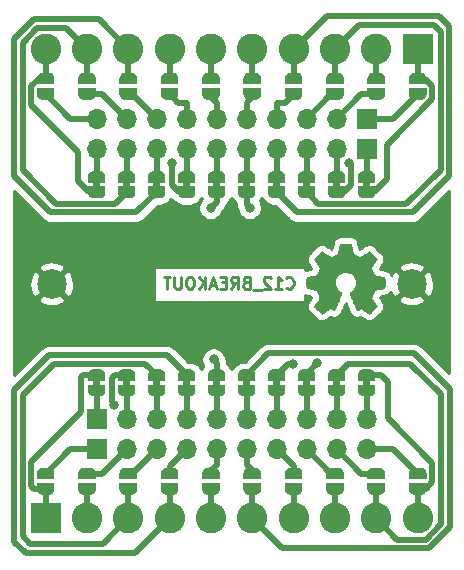
<source format=gbr>
G04 #@! TF.GenerationSoftware,KiCad,Pcbnew,5.1.5+dfsg1-2build2*
G04 #@! TF.CreationDate,2022-09-28T16:30:02-05:00*
G04 #@! TF.ProjectId,C12,4331322e-6b69-4636-9164-5f7063625858,rev?*
G04 #@! TF.SameCoordinates,Original*
G04 #@! TF.FileFunction,Copper,L2,Bot*
G04 #@! TF.FilePolarity,Positive*
%FSLAX46Y46*%
G04 Gerber Fmt 4.6, Leading zero omitted, Abs format (unit mm)*
G04 Created by KiCad (PCBNEW 5.1.5+dfsg1-2build2) date 2022-09-28 16:30:02*
%MOMM*%
%LPD*%
G04 APERTURE LIST*
%ADD10C,0.250000*%
%ADD11C,0.100000*%
%ADD12C,0.010000*%
%ADD13O,1.700000X1.700000*%
%ADD14R,1.700000X1.700000*%
%ADD15C,2.600000*%
%ADD16R,2.600000X2.600000*%
%ADD17C,2.499360*%
%ADD18C,0.800000*%
%ADD19C,0.500000*%
%ADD20C,0.254000*%
G04 APERTURE END LIST*
D10*
X43675013Y-44456622D02*
X43722632Y-44504241D01*
X43865489Y-44551860D01*
X43960727Y-44551860D01*
X44103584Y-44504241D01*
X44198822Y-44409003D01*
X44246441Y-44313765D01*
X44294060Y-44123289D01*
X44294060Y-43980432D01*
X44246441Y-43789956D01*
X44198822Y-43694718D01*
X44103584Y-43599480D01*
X43960727Y-43551860D01*
X43865489Y-43551860D01*
X43722632Y-43599480D01*
X43675013Y-43647099D01*
X42722632Y-44551860D02*
X43294060Y-44551860D01*
X43008346Y-44551860D02*
X43008346Y-43551860D01*
X43103584Y-43694718D01*
X43198822Y-43789956D01*
X43294060Y-43837575D01*
X42341680Y-43647099D02*
X42294060Y-43599480D01*
X42198822Y-43551860D01*
X41960727Y-43551860D01*
X41865489Y-43599480D01*
X41817870Y-43647099D01*
X41770251Y-43742337D01*
X41770251Y-43837575D01*
X41817870Y-43980432D01*
X42389299Y-44551860D01*
X41770251Y-44551860D01*
X41579775Y-44647099D02*
X40817870Y-44647099D01*
X40246441Y-44028051D02*
X40103584Y-44075670D01*
X40055965Y-44123289D01*
X40008346Y-44218527D01*
X40008346Y-44361384D01*
X40055965Y-44456622D01*
X40103584Y-44504241D01*
X40198822Y-44551860D01*
X40579775Y-44551860D01*
X40579775Y-43551860D01*
X40246441Y-43551860D01*
X40151203Y-43599480D01*
X40103584Y-43647099D01*
X40055965Y-43742337D01*
X40055965Y-43837575D01*
X40103584Y-43932813D01*
X40151203Y-43980432D01*
X40246441Y-44028051D01*
X40579775Y-44028051D01*
X39008346Y-44551860D02*
X39341680Y-44075670D01*
X39579775Y-44551860D02*
X39579775Y-43551860D01*
X39198822Y-43551860D01*
X39103584Y-43599480D01*
X39055965Y-43647099D01*
X39008346Y-43742337D01*
X39008346Y-43885194D01*
X39055965Y-43980432D01*
X39103584Y-44028051D01*
X39198822Y-44075670D01*
X39579775Y-44075670D01*
X38579775Y-44028051D02*
X38246441Y-44028051D01*
X38103584Y-44551860D02*
X38579775Y-44551860D01*
X38579775Y-43551860D01*
X38103584Y-43551860D01*
X37722632Y-44266146D02*
X37246441Y-44266146D01*
X37817870Y-44551860D02*
X37484537Y-43551860D01*
X37151203Y-44551860D01*
X36817870Y-44551860D02*
X36817870Y-43551860D01*
X36246441Y-44551860D02*
X36675013Y-43980432D01*
X36246441Y-43551860D02*
X36817870Y-44123289D01*
X35627394Y-43551860D02*
X35436918Y-43551860D01*
X35341680Y-43599480D01*
X35246441Y-43694718D01*
X35198822Y-43885194D01*
X35198822Y-44218527D01*
X35246441Y-44409003D01*
X35341680Y-44504241D01*
X35436918Y-44551860D01*
X35627394Y-44551860D01*
X35722632Y-44504241D01*
X35817870Y-44409003D01*
X35865489Y-44218527D01*
X35865489Y-43885194D01*
X35817870Y-43694718D01*
X35722632Y-43599480D01*
X35627394Y-43551860D01*
X34770251Y-43551860D02*
X34770251Y-44361384D01*
X34722632Y-44456622D01*
X34675013Y-44504241D01*
X34579775Y-44551860D01*
X34389299Y-44551860D01*
X34294060Y-44504241D01*
X34246441Y-44456622D01*
X34198822Y-44361384D01*
X34198822Y-43551860D01*
X33865489Y-43551860D02*
X33294060Y-43551860D01*
X33579775Y-44551860D02*
X33579775Y-43551860D01*
D11*
G36*
X27320000Y-35993000D02*
G01*
X27320000Y-35493000D01*
X27920000Y-35493000D01*
X27920000Y-35993000D01*
X27320000Y-35993000D01*
G37*
G36*
X29860000Y-35993000D02*
G01*
X29860000Y-35493000D01*
X30460000Y-35493000D01*
X30460000Y-35993000D01*
X29860000Y-35993000D01*
G37*
G36*
X32400000Y-35993000D02*
G01*
X32400000Y-35493000D01*
X33000000Y-35493000D01*
X33000000Y-35993000D01*
X32400000Y-35993000D01*
G37*
G36*
X34940000Y-35993000D02*
G01*
X34940000Y-35493000D01*
X35540000Y-35493000D01*
X35540000Y-35993000D01*
X34940000Y-35993000D01*
G37*
G36*
X37480000Y-35993000D02*
G01*
X37480000Y-35493000D01*
X38080000Y-35493000D01*
X38080000Y-35993000D01*
X37480000Y-35993000D01*
G37*
G36*
X40020000Y-35993000D02*
G01*
X40020000Y-35493000D01*
X40620000Y-35493000D01*
X40620000Y-35993000D01*
X40020000Y-35993000D01*
G37*
G36*
X42560000Y-35993000D02*
G01*
X42560000Y-35493000D01*
X43160000Y-35493000D01*
X43160000Y-35993000D01*
X42560000Y-35993000D01*
G37*
G36*
X45100000Y-35993000D02*
G01*
X45100000Y-35493000D01*
X45700000Y-35493000D01*
X45700000Y-35993000D01*
X45100000Y-35993000D01*
G37*
G36*
X47640000Y-35993000D02*
G01*
X47640000Y-35493000D01*
X48240000Y-35493000D01*
X48240000Y-35993000D01*
X47640000Y-35993000D01*
G37*
G36*
X50180000Y-35993000D02*
G01*
X50180000Y-35493000D01*
X50780000Y-35493000D01*
X50780000Y-35993000D01*
X50180000Y-35993000D01*
G37*
G36*
X50180000Y-52767000D02*
G01*
X50180000Y-52267000D01*
X50780000Y-52267000D01*
X50780000Y-52767000D01*
X50180000Y-52767000D01*
G37*
G36*
X47640000Y-52767000D02*
G01*
X47640000Y-52267000D01*
X48240000Y-52267000D01*
X48240000Y-52767000D01*
X47640000Y-52767000D01*
G37*
G36*
X45100000Y-52767000D02*
G01*
X45100000Y-52267000D01*
X45700000Y-52267000D01*
X45700000Y-52767000D01*
X45100000Y-52767000D01*
G37*
G36*
X42560000Y-52767000D02*
G01*
X42560000Y-52267000D01*
X43160000Y-52267000D01*
X43160000Y-52767000D01*
X42560000Y-52767000D01*
G37*
G36*
X40020000Y-52767000D02*
G01*
X40020000Y-52267000D01*
X40620000Y-52267000D01*
X40620000Y-52767000D01*
X40020000Y-52767000D01*
G37*
G36*
X37480000Y-52767000D02*
G01*
X37480000Y-52267000D01*
X38080000Y-52267000D01*
X38080000Y-52767000D01*
X37480000Y-52767000D01*
G37*
G36*
X34940000Y-52767000D02*
G01*
X34940000Y-52267000D01*
X35540000Y-52267000D01*
X35540000Y-52767000D01*
X34940000Y-52767000D01*
G37*
G36*
X32400000Y-52767000D02*
G01*
X32400000Y-52267000D01*
X33000000Y-52267000D01*
X33000000Y-52767000D01*
X32400000Y-52767000D01*
G37*
G36*
X29860000Y-52767000D02*
G01*
X29860000Y-52267000D01*
X30460000Y-52267000D01*
X30460000Y-52767000D01*
X29860000Y-52767000D01*
G37*
G36*
X27320000Y-52767000D02*
G01*
X27320000Y-52267000D01*
X27920000Y-52267000D01*
X27920000Y-52767000D01*
X27320000Y-52767000D01*
G37*
D12*
G36*
X48146146Y-41202651D02*
G01*
X48062325Y-41647275D01*
X47753040Y-41774773D01*
X47443754Y-41902271D01*
X47072714Y-41649966D01*
X46968803Y-41579716D01*
X46874873Y-41516992D01*
X46795308Y-41464658D01*
X46734490Y-41425577D01*
X46696803Y-41402613D01*
X46686539Y-41397662D01*
X46668050Y-41410396D01*
X46628540Y-41445602D01*
X46572438Y-41498782D01*
X46504173Y-41565438D01*
X46428174Y-41641074D01*
X46348868Y-41721192D01*
X46270685Y-41801294D01*
X46198053Y-41876884D01*
X46135401Y-41943465D01*
X46087157Y-41996538D01*
X46057750Y-42031607D01*
X46050719Y-42043343D01*
X46060837Y-42064980D01*
X46089201Y-42112382D01*
X46132831Y-42180913D01*
X46188742Y-42265935D01*
X46253954Y-42362813D01*
X46291741Y-42418070D01*
X46360617Y-42518968D01*
X46421820Y-42610019D01*
X46472382Y-42686690D01*
X46509332Y-42744448D01*
X46529702Y-42778763D01*
X46532763Y-42785974D01*
X46525824Y-42806468D01*
X46506909Y-42854233D01*
X46478873Y-42922552D01*
X46444569Y-43004709D01*
X46406851Y-43093990D01*
X46368573Y-43183678D01*
X46332590Y-43267058D01*
X46301754Y-43337414D01*
X46278921Y-43388030D01*
X46266943Y-43412191D01*
X46266236Y-43413142D01*
X46247429Y-43417756D01*
X46197342Y-43428048D01*
X46121167Y-43443007D01*
X46024095Y-43461621D01*
X45911317Y-43482879D01*
X45845518Y-43495138D01*
X45725010Y-43518082D01*
X45616163Y-43539915D01*
X45524484Y-43559442D01*
X45455479Y-43575468D01*
X45414656Y-43586799D01*
X45406449Y-43590394D01*
X45398412Y-43614726D01*
X45391927Y-43669679D01*
X45386990Y-43748828D01*
X45383596Y-43845746D01*
X45381742Y-43954007D01*
X45381422Y-44067185D01*
X45382633Y-44178855D01*
X45385370Y-44282588D01*
X45389629Y-44371961D01*
X45395405Y-44440546D01*
X45402693Y-44481917D01*
X45407065Y-44490530D01*
X45433196Y-44500853D01*
X45488567Y-44515612D01*
X45565853Y-44533072D01*
X45657730Y-44551500D01*
X45689802Y-44557461D01*
X45844436Y-44585786D01*
X45966585Y-44608596D01*
X46060287Y-44626800D01*
X46129576Y-44641303D01*
X46178489Y-44653012D01*
X46211063Y-44662835D01*
X46231332Y-44671676D01*
X46243334Y-44680444D01*
X46245013Y-44682177D01*
X46261776Y-44710091D01*
X46287346Y-44764415D01*
X46319172Y-44838497D01*
X46354700Y-44925685D01*
X46391377Y-45019328D01*
X46426649Y-45112772D01*
X46457964Y-45199367D01*
X46482767Y-45272460D01*
X46498506Y-45325398D01*
X46502628Y-45351531D01*
X46502284Y-45352446D01*
X46488319Y-45373806D01*
X46456638Y-45420804D01*
X46410569Y-45488547D01*
X46353442Y-45572143D01*
X46288587Y-45666702D01*
X46270117Y-45693574D01*
X46204261Y-45790995D01*
X46146310Y-45879883D01*
X46099422Y-45955132D01*
X46066753Y-46011640D01*
X46051460Y-46044301D01*
X46050719Y-46048313D01*
X46063568Y-46069404D01*
X46099072Y-46111184D01*
X46152667Y-46169165D01*
X46219789Y-46238855D01*
X46295873Y-46315765D01*
X46376356Y-46395403D01*
X46456673Y-46473281D01*
X46532261Y-46544906D01*
X46598555Y-46605790D01*
X46650991Y-46651441D01*
X46685005Y-46677370D01*
X46694415Y-46681603D01*
X46716317Y-46671632D01*
X46761160Y-46644740D01*
X46821639Y-46605456D01*
X46868171Y-46573837D01*
X46952485Y-46515818D01*
X47052334Y-46447504D01*
X47152487Y-46379299D01*
X47206333Y-46342795D01*
X47388589Y-46219520D01*
X47541579Y-46302240D01*
X47611278Y-46338479D01*
X47670546Y-46366646D01*
X47710649Y-46382711D01*
X47720857Y-46384946D01*
X47733131Y-46368442D01*
X47757347Y-46321802D01*
X47791697Y-46249329D01*
X47834372Y-46155326D01*
X47883566Y-46044094D01*
X47937470Y-45919935D01*
X47994276Y-45787152D01*
X48052178Y-45650047D01*
X48109367Y-45512922D01*
X48164036Y-45380078D01*
X48214376Y-45255818D01*
X48258580Y-45144445D01*
X48294841Y-45050259D01*
X48321351Y-44977564D01*
X48336302Y-44930661D01*
X48338706Y-44914553D01*
X48319649Y-44894006D01*
X48277924Y-44860653D01*
X48222254Y-44821422D01*
X48217582Y-44818319D01*
X48073696Y-44703143D01*
X47957677Y-44568773D01*
X47870530Y-44419504D01*
X47813261Y-44259633D01*
X47786874Y-44093457D01*
X47792375Y-43925272D01*
X47830770Y-43759375D01*
X47903065Y-43600062D01*
X47924334Y-43565207D01*
X48034964Y-43424457D01*
X48165658Y-43311434D01*
X48311896Y-43226723D01*
X48469152Y-43170914D01*
X48632903Y-43144594D01*
X48798627Y-43148350D01*
X48961798Y-43182770D01*
X49117895Y-43248443D01*
X49262393Y-43345955D01*
X49307091Y-43385533D01*
X49420848Y-43509423D01*
X49503742Y-43639844D01*
X49560604Y-43786035D01*
X49592273Y-43930808D01*
X49600091Y-44093580D01*
X49574022Y-44257160D01*
X49516715Y-44416018D01*
X49430816Y-44564626D01*
X49318974Y-44697455D01*
X49183837Y-44808976D01*
X49166077Y-44820731D01*
X49109810Y-44859228D01*
X49067037Y-44892583D01*
X49046588Y-44913880D01*
X49046291Y-44914553D01*
X49050681Y-44937591D01*
X49068084Y-44989877D01*
X49096692Y-45067110D01*
X49134695Y-45164988D01*
X49180286Y-45279211D01*
X49231657Y-45405478D01*
X49286998Y-45539487D01*
X49344502Y-45676938D01*
X49402359Y-45813528D01*
X49458762Y-45944957D01*
X49511902Y-46066925D01*
X49559970Y-46175129D01*
X49601159Y-46265269D01*
X49633659Y-46333043D01*
X49655663Y-46374150D01*
X49664524Y-46384946D01*
X49691600Y-46376539D01*
X49742263Y-46353992D01*
X49807777Y-46321333D01*
X49843801Y-46302240D01*
X49996792Y-46219520D01*
X50179048Y-46342795D01*
X50272085Y-46405948D01*
X50373945Y-46475447D01*
X50469398Y-46540885D01*
X50517210Y-46573837D01*
X50584455Y-46618993D01*
X50641396Y-46654777D01*
X50680606Y-46676658D01*
X50693341Y-46681283D01*
X50711877Y-46668805D01*
X50752901Y-46633972D01*
X50812435Y-46580398D01*
X50886502Y-46511703D01*
X50971125Y-46431501D01*
X51024645Y-46380006D01*
X51118279Y-46288006D01*
X51199201Y-46205719D01*
X51264137Y-46136665D01*
X51309818Y-46084364D01*
X51332971Y-46052336D01*
X51335192Y-46045836D01*
X51324884Y-46021114D01*
X51296399Y-45971125D01*
X51252897Y-45900932D01*
X51197537Y-45815595D01*
X51133480Y-45720176D01*
X51115263Y-45693574D01*
X51048887Y-45596887D01*
X50989338Y-45509837D01*
X50939944Y-45437315D01*
X50904035Y-45384213D01*
X50884941Y-45355423D01*
X50883096Y-45352446D01*
X50885855Y-45329502D01*
X50900498Y-45279056D01*
X50924473Y-45207761D01*
X50955226Y-45122267D01*
X50990204Y-45029227D01*
X51026853Y-44935294D01*
X51062621Y-44847119D01*
X51094954Y-44771354D01*
X51121298Y-44714651D01*
X51139102Y-44683663D01*
X51140367Y-44682177D01*
X51151254Y-44673321D01*
X51169642Y-44664563D01*
X51199566Y-44654997D01*
X51245063Y-44643716D01*
X51310169Y-44629813D01*
X51398921Y-44612383D01*
X51515353Y-44590518D01*
X51663502Y-44563311D01*
X51695578Y-44557461D01*
X51790646Y-44539094D01*
X51873525Y-44521125D01*
X51936890Y-44505289D01*
X51973418Y-44493320D01*
X51978316Y-44490530D01*
X51986387Y-44465792D01*
X51992947Y-44410510D01*
X51997993Y-44331109D01*
X52001519Y-44234016D01*
X52003521Y-44125658D01*
X52003996Y-44012460D01*
X52002937Y-43900848D01*
X52000342Y-43797249D01*
X51996206Y-43708088D01*
X51990523Y-43639792D01*
X51983291Y-43598786D01*
X51978931Y-43590394D01*
X51954658Y-43581928D01*
X51899386Y-43568155D01*
X51818622Y-43550270D01*
X51717872Y-43529468D01*
X51602643Y-43506943D01*
X51539862Y-43495138D01*
X51420747Y-43472871D01*
X51314525Y-43452699D01*
X51226387Y-43435635D01*
X51161526Y-43422689D01*
X51125134Y-43414875D01*
X51119144Y-43413142D01*
X51109021Y-43393610D01*
X51087622Y-43346563D01*
X51057799Y-43278723D01*
X51022405Y-43196811D01*
X50984292Y-43107548D01*
X50946313Y-43017655D01*
X50911320Y-42933855D01*
X50882166Y-42862867D01*
X50861703Y-42811414D01*
X50852783Y-42786217D01*
X50852617Y-42785116D01*
X50862729Y-42765239D01*
X50891077Y-42719497D01*
X50934683Y-42652437D01*
X50990566Y-42568604D01*
X51055747Y-42472546D01*
X51093639Y-42417370D01*
X51162685Y-42316201D01*
X51224010Y-42224350D01*
X51274623Y-42146464D01*
X51311531Y-42087189D01*
X51331742Y-42051171D01*
X51334661Y-42043097D01*
X51322113Y-42024304D01*
X51287423Y-41984177D01*
X51235023Y-41927213D01*
X51169344Y-41857905D01*
X51094816Y-41780751D01*
X51015873Y-41700245D01*
X50936943Y-41620883D01*
X50862460Y-41547160D01*
X50796854Y-41483572D01*
X50744556Y-41434614D01*
X50709999Y-41404781D01*
X50698438Y-41397662D01*
X50679614Y-41407673D01*
X50634591Y-41435798D01*
X50567747Y-41479174D01*
X50483459Y-41534938D01*
X50386104Y-41600226D01*
X50312667Y-41649966D01*
X49941627Y-41902271D01*
X49323055Y-41647275D01*
X49239235Y-41202651D01*
X49155414Y-40758027D01*
X48229966Y-40758027D01*
X48146146Y-41202651D01*
G37*
X48146146Y-41202651D02*
X48062325Y-41647275D01*
X47753040Y-41774773D01*
X47443754Y-41902271D01*
X47072714Y-41649966D01*
X46968803Y-41579716D01*
X46874873Y-41516992D01*
X46795308Y-41464658D01*
X46734490Y-41425577D01*
X46696803Y-41402613D01*
X46686539Y-41397662D01*
X46668050Y-41410396D01*
X46628540Y-41445602D01*
X46572438Y-41498782D01*
X46504173Y-41565438D01*
X46428174Y-41641074D01*
X46348868Y-41721192D01*
X46270685Y-41801294D01*
X46198053Y-41876884D01*
X46135401Y-41943465D01*
X46087157Y-41996538D01*
X46057750Y-42031607D01*
X46050719Y-42043343D01*
X46060837Y-42064980D01*
X46089201Y-42112382D01*
X46132831Y-42180913D01*
X46188742Y-42265935D01*
X46253954Y-42362813D01*
X46291741Y-42418070D01*
X46360617Y-42518968D01*
X46421820Y-42610019D01*
X46472382Y-42686690D01*
X46509332Y-42744448D01*
X46529702Y-42778763D01*
X46532763Y-42785974D01*
X46525824Y-42806468D01*
X46506909Y-42854233D01*
X46478873Y-42922552D01*
X46444569Y-43004709D01*
X46406851Y-43093990D01*
X46368573Y-43183678D01*
X46332590Y-43267058D01*
X46301754Y-43337414D01*
X46278921Y-43388030D01*
X46266943Y-43412191D01*
X46266236Y-43413142D01*
X46247429Y-43417756D01*
X46197342Y-43428048D01*
X46121167Y-43443007D01*
X46024095Y-43461621D01*
X45911317Y-43482879D01*
X45845518Y-43495138D01*
X45725010Y-43518082D01*
X45616163Y-43539915D01*
X45524484Y-43559442D01*
X45455479Y-43575468D01*
X45414656Y-43586799D01*
X45406449Y-43590394D01*
X45398412Y-43614726D01*
X45391927Y-43669679D01*
X45386990Y-43748828D01*
X45383596Y-43845746D01*
X45381742Y-43954007D01*
X45381422Y-44067185D01*
X45382633Y-44178855D01*
X45385370Y-44282588D01*
X45389629Y-44371961D01*
X45395405Y-44440546D01*
X45402693Y-44481917D01*
X45407065Y-44490530D01*
X45433196Y-44500853D01*
X45488567Y-44515612D01*
X45565853Y-44533072D01*
X45657730Y-44551500D01*
X45689802Y-44557461D01*
X45844436Y-44585786D01*
X45966585Y-44608596D01*
X46060287Y-44626800D01*
X46129576Y-44641303D01*
X46178489Y-44653012D01*
X46211063Y-44662835D01*
X46231332Y-44671676D01*
X46243334Y-44680444D01*
X46245013Y-44682177D01*
X46261776Y-44710091D01*
X46287346Y-44764415D01*
X46319172Y-44838497D01*
X46354700Y-44925685D01*
X46391377Y-45019328D01*
X46426649Y-45112772D01*
X46457964Y-45199367D01*
X46482767Y-45272460D01*
X46498506Y-45325398D01*
X46502628Y-45351531D01*
X46502284Y-45352446D01*
X46488319Y-45373806D01*
X46456638Y-45420804D01*
X46410569Y-45488547D01*
X46353442Y-45572143D01*
X46288587Y-45666702D01*
X46270117Y-45693574D01*
X46204261Y-45790995D01*
X46146310Y-45879883D01*
X46099422Y-45955132D01*
X46066753Y-46011640D01*
X46051460Y-46044301D01*
X46050719Y-46048313D01*
X46063568Y-46069404D01*
X46099072Y-46111184D01*
X46152667Y-46169165D01*
X46219789Y-46238855D01*
X46295873Y-46315765D01*
X46376356Y-46395403D01*
X46456673Y-46473281D01*
X46532261Y-46544906D01*
X46598555Y-46605790D01*
X46650991Y-46651441D01*
X46685005Y-46677370D01*
X46694415Y-46681603D01*
X46716317Y-46671632D01*
X46761160Y-46644740D01*
X46821639Y-46605456D01*
X46868171Y-46573837D01*
X46952485Y-46515818D01*
X47052334Y-46447504D01*
X47152487Y-46379299D01*
X47206333Y-46342795D01*
X47388589Y-46219520D01*
X47541579Y-46302240D01*
X47611278Y-46338479D01*
X47670546Y-46366646D01*
X47710649Y-46382711D01*
X47720857Y-46384946D01*
X47733131Y-46368442D01*
X47757347Y-46321802D01*
X47791697Y-46249329D01*
X47834372Y-46155326D01*
X47883566Y-46044094D01*
X47937470Y-45919935D01*
X47994276Y-45787152D01*
X48052178Y-45650047D01*
X48109367Y-45512922D01*
X48164036Y-45380078D01*
X48214376Y-45255818D01*
X48258580Y-45144445D01*
X48294841Y-45050259D01*
X48321351Y-44977564D01*
X48336302Y-44930661D01*
X48338706Y-44914553D01*
X48319649Y-44894006D01*
X48277924Y-44860653D01*
X48222254Y-44821422D01*
X48217582Y-44818319D01*
X48073696Y-44703143D01*
X47957677Y-44568773D01*
X47870530Y-44419504D01*
X47813261Y-44259633D01*
X47786874Y-44093457D01*
X47792375Y-43925272D01*
X47830770Y-43759375D01*
X47903065Y-43600062D01*
X47924334Y-43565207D01*
X48034964Y-43424457D01*
X48165658Y-43311434D01*
X48311896Y-43226723D01*
X48469152Y-43170914D01*
X48632903Y-43144594D01*
X48798627Y-43148350D01*
X48961798Y-43182770D01*
X49117895Y-43248443D01*
X49262393Y-43345955D01*
X49307091Y-43385533D01*
X49420848Y-43509423D01*
X49503742Y-43639844D01*
X49560604Y-43786035D01*
X49592273Y-43930808D01*
X49600091Y-44093580D01*
X49574022Y-44257160D01*
X49516715Y-44416018D01*
X49430816Y-44564626D01*
X49318974Y-44697455D01*
X49183837Y-44808976D01*
X49166077Y-44820731D01*
X49109810Y-44859228D01*
X49067037Y-44892583D01*
X49046588Y-44913880D01*
X49046291Y-44914553D01*
X49050681Y-44937591D01*
X49068084Y-44989877D01*
X49096692Y-45067110D01*
X49134695Y-45164988D01*
X49180286Y-45279211D01*
X49231657Y-45405478D01*
X49286998Y-45539487D01*
X49344502Y-45676938D01*
X49402359Y-45813528D01*
X49458762Y-45944957D01*
X49511902Y-46066925D01*
X49559970Y-46175129D01*
X49601159Y-46265269D01*
X49633659Y-46333043D01*
X49655663Y-46374150D01*
X49664524Y-46384946D01*
X49691600Y-46376539D01*
X49742263Y-46353992D01*
X49807777Y-46321333D01*
X49843801Y-46302240D01*
X49996792Y-46219520D01*
X50179048Y-46342795D01*
X50272085Y-46405948D01*
X50373945Y-46475447D01*
X50469398Y-46540885D01*
X50517210Y-46573837D01*
X50584455Y-46618993D01*
X50641396Y-46654777D01*
X50680606Y-46676658D01*
X50693341Y-46681283D01*
X50711877Y-46668805D01*
X50752901Y-46633972D01*
X50812435Y-46580398D01*
X50886502Y-46511703D01*
X50971125Y-46431501D01*
X51024645Y-46380006D01*
X51118279Y-46288006D01*
X51199201Y-46205719D01*
X51264137Y-46136665D01*
X51309818Y-46084364D01*
X51332971Y-46052336D01*
X51335192Y-46045836D01*
X51324884Y-46021114D01*
X51296399Y-45971125D01*
X51252897Y-45900932D01*
X51197537Y-45815595D01*
X51133480Y-45720176D01*
X51115263Y-45693574D01*
X51048887Y-45596887D01*
X50989338Y-45509837D01*
X50939944Y-45437315D01*
X50904035Y-45384213D01*
X50884941Y-45355423D01*
X50883096Y-45352446D01*
X50885855Y-45329502D01*
X50900498Y-45279056D01*
X50924473Y-45207761D01*
X50955226Y-45122267D01*
X50990204Y-45029227D01*
X51026853Y-44935294D01*
X51062621Y-44847119D01*
X51094954Y-44771354D01*
X51121298Y-44714651D01*
X51139102Y-44683663D01*
X51140367Y-44682177D01*
X51151254Y-44673321D01*
X51169642Y-44664563D01*
X51199566Y-44654997D01*
X51245063Y-44643716D01*
X51310169Y-44629813D01*
X51398921Y-44612383D01*
X51515353Y-44590518D01*
X51663502Y-44563311D01*
X51695578Y-44557461D01*
X51790646Y-44539094D01*
X51873525Y-44521125D01*
X51936890Y-44505289D01*
X51973418Y-44493320D01*
X51978316Y-44490530D01*
X51986387Y-44465792D01*
X51992947Y-44410510D01*
X51997993Y-44331109D01*
X52001519Y-44234016D01*
X52003521Y-44125658D01*
X52003996Y-44012460D01*
X52002937Y-43900848D01*
X52000342Y-43797249D01*
X51996206Y-43708088D01*
X51990523Y-43639792D01*
X51983291Y-43598786D01*
X51978931Y-43590394D01*
X51954658Y-43581928D01*
X51899386Y-43568155D01*
X51818622Y-43550270D01*
X51717872Y-43529468D01*
X51602643Y-43506943D01*
X51539862Y-43495138D01*
X51420747Y-43472871D01*
X51314525Y-43452699D01*
X51226387Y-43435635D01*
X51161526Y-43422689D01*
X51125134Y-43414875D01*
X51119144Y-43413142D01*
X51109021Y-43393610D01*
X51087622Y-43346563D01*
X51057799Y-43278723D01*
X51022405Y-43196811D01*
X50984292Y-43107548D01*
X50946313Y-43017655D01*
X50911320Y-42933855D01*
X50882166Y-42862867D01*
X50861703Y-42811414D01*
X50852783Y-42786217D01*
X50852617Y-42785116D01*
X50862729Y-42765239D01*
X50891077Y-42719497D01*
X50934683Y-42652437D01*
X50990566Y-42568604D01*
X51055747Y-42472546D01*
X51093639Y-42417370D01*
X51162685Y-42316201D01*
X51224010Y-42224350D01*
X51274623Y-42146464D01*
X51311531Y-42087189D01*
X51331742Y-42051171D01*
X51334661Y-42043097D01*
X51322113Y-42024304D01*
X51287423Y-41984177D01*
X51235023Y-41927213D01*
X51169344Y-41857905D01*
X51094816Y-41780751D01*
X51015873Y-41700245D01*
X50936943Y-41620883D01*
X50862460Y-41547160D01*
X50796854Y-41483572D01*
X50744556Y-41434614D01*
X50709999Y-41404781D01*
X50698438Y-41397662D01*
X50679614Y-41407673D01*
X50634591Y-41435798D01*
X50567747Y-41479174D01*
X50483459Y-41534938D01*
X50386104Y-41600226D01*
X50312667Y-41649966D01*
X49941627Y-41902271D01*
X49323055Y-41647275D01*
X49239235Y-41202651D01*
X49155414Y-40758027D01*
X48229966Y-40758027D01*
X48146146Y-41202651D01*
G04 #@! TA.AperFunction,SMDPad,CuDef*
D11*
G36*
X22550602Y-26760000D02*
G01*
X22550602Y-26735466D01*
X22555412Y-26686635D01*
X22564984Y-26638510D01*
X22579228Y-26591555D01*
X22598005Y-26546222D01*
X22621136Y-26502949D01*
X22648396Y-26462150D01*
X22679524Y-26424221D01*
X22714221Y-26389524D01*
X22752150Y-26358396D01*
X22792949Y-26331136D01*
X22836222Y-26308005D01*
X22881555Y-26289228D01*
X22928510Y-26274984D01*
X22976635Y-26265412D01*
X23025466Y-26260602D01*
X23050000Y-26260602D01*
X23050000Y-26260000D01*
X23550000Y-26260000D01*
X23550000Y-26260602D01*
X23574534Y-26260602D01*
X23623365Y-26265412D01*
X23671490Y-26274984D01*
X23718445Y-26289228D01*
X23763778Y-26308005D01*
X23807051Y-26331136D01*
X23847850Y-26358396D01*
X23885779Y-26389524D01*
X23920476Y-26424221D01*
X23951604Y-26462150D01*
X23978864Y-26502949D01*
X24001995Y-26546222D01*
X24020772Y-26591555D01*
X24035016Y-26638510D01*
X24044588Y-26686635D01*
X24049398Y-26735466D01*
X24049398Y-26760000D01*
X24050000Y-26760000D01*
X24050000Y-27260000D01*
X22550000Y-27260000D01*
X22550000Y-26760000D01*
X22550602Y-26760000D01*
G37*
G04 #@! TD.AperFunction*
G04 #@! TA.AperFunction,SMDPad,CuDef*
G36*
X24050000Y-27560000D02*
G01*
X24050000Y-28060000D01*
X24049398Y-28060000D01*
X24049398Y-28084534D01*
X24044588Y-28133365D01*
X24035016Y-28181490D01*
X24020772Y-28228445D01*
X24001995Y-28273778D01*
X23978864Y-28317051D01*
X23951604Y-28357850D01*
X23920476Y-28395779D01*
X23885779Y-28430476D01*
X23847850Y-28461604D01*
X23807051Y-28488864D01*
X23763778Y-28511995D01*
X23718445Y-28530772D01*
X23671490Y-28545016D01*
X23623365Y-28554588D01*
X23574534Y-28559398D01*
X23550000Y-28559398D01*
X23550000Y-28560000D01*
X23050000Y-28560000D01*
X23050000Y-28559398D01*
X23025466Y-28559398D01*
X22976635Y-28554588D01*
X22928510Y-28545016D01*
X22881555Y-28530772D01*
X22836222Y-28511995D01*
X22792949Y-28488864D01*
X22752150Y-28461604D01*
X22714221Y-28430476D01*
X22679524Y-28395779D01*
X22648396Y-28357850D01*
X22621136Y-28317051D01*
X22598005Y-28273778D01*
X22579228Y-28228445D01*
X22564984Y-28181490D01*
X22555412Y-28133365D01*
X22550602Y-28084534D01*
X22550602Y-28060000D01*
X22550000Y-28060000D01*
X22550000Y-27560000D01*
X24050000Y-27560000D01*
G37*
G04 #@! TD.AperFunction*
G04 #@! TA.AperFunction,SMDPad,CuDef*
G36*
X26050602Y-26760000D02*
G01*
X26050602Y-26735466D01*
X26055412Y-26686635D01*
X26064984Y-26638510D01*
X26079228Y-26591555D01*
X26098005Y-26546222D01*
X26121136Y-26502949D01*
X26148396Y-26462150D01*
X26179524Y-26424221D01*
X26214221Y-26389524D01*
X26252150Y-26358396D01*
X26292949Y-26331136D01*
X26336222Y-26308005D01*
X26381555Y-26289228D01*
X26428510Y-26274984D01*
X26476635Y-26265412D01*
X26525466Y-26260602D01*
X26550000Y-26260602D01*
X26550000Y-26260000D01*
X27050000Y-26260000D01*
X27050000Y-26260602D01*
X27074534Y-26260602D01*
X27123365Y-26265412D01*
X27171490Y-26274984D01*
X27218445Y-26289228D01*
X27263778Y-26308005D01*
X27307051Y-26331136D01*
X27347850Y-26358396D01*
X27385779Y-26389524D01*
X27420476Y-26424221D01*
X27451604Y-26462150D01*
X27478864Y-26502949D01*
X27501995Y-26546222D01*
X27520772Y-26591555D01*
X27535016Y-26638510D01*
X27544588Y-26686635D01*
X27549398Y-26735466D01*
X27549398Y-26760000D01*
X27550000Y-26760000D01*
X27550000Y-27260000D01*
X26050000Y-27260000D01*
X26050000Y-26760000D01*
X26050602Y-26760000D01*
G37*
G04 #@! TD.AperFunction*
G04 #@! TA.AperFunction,SMDPad,CuDef*
G36*
X27550000Y-27560000D02*
G01*
X27550000Y-28060000D01*
X27549398Y-28060000D01*
X27549398Y-28084534D01*
X27544588Y-28133365D01*
X27535016Y-28181490D01*
X27520772Y-28228445D01*
X27501995Y-28273778D01*
X27478864Y-28317051D01*
X27451604Y-28357850D01*
X27420476Y-28395779D01*
X27385779Y-28430476D01*
X27347850Y-28461604D01*
X27307051Y-28488864D01*
X27263778Y-28511995D01*
X27218445Y-28530772D01*
X27171490Y-28545016D01*
X27123365Y-28554588D01*
X27074534Y-28559398D01*
X27050000Y-28559398D01*
X27050000Y-28560000D01*
X26550000Y-28560000D01*
X26550000Y-28559398D01*
X26525466Y-28559398D01*
X26476635Y-28554588D01*
X26428510Y-28545016D01*
X26381555Y-28530772D01*
X26336222Y-28511995D01*
X26292949Y-28488864D01*
X26252150Y-28461604D01*
X26214221Y-28430476D01*
X26179524Y-28395779D01*
X26148396Y-28357850D01*
X26121136Y-28317051D01*
X26098005Y-28273778D01*
X26079228Y-28228445D01*
X26064984Y-28181490D01*
X26055412Y-28133365D01*
X26050602Y-28084534D01*
X26050602Y-28060000D01*
X26050000Y-28060000D01*
X26050000Y-27560000D01*
X27550000Y-27560000D01*
G37*
G04 #@! TD.AperFunction*
G04 #@! TA.AperFunction,SMDPad,CuDef*
G36*
X29550602Y-26760000D02*
G01*
X29550602Y-26735466D01*
X29555412Y-26686635D01*
X29564984Y-26638510D01*
X29579228Y-26591555D01*
X29598005Y-26546222D01*
X29621136Y-26502949D01*
X29648396Y-26462150D01*
X29679524Y-26424221D01*
X29714221Y-26389524D01*
X29752150Y-26358396D01*
X29792949Y-26331136D01*
X29836222Y-26308005D01*
X29881555Y-26289228D01*
X29928510Y-26274984D01*
X29976635Y-26265412D01*
X30025466Y-26260602D01*
X30050000Y-26260602D01*
X30050000Y-26260000D01*
X30550000Y-26260000D01*
X30550000Y-26260602D01*
X30574534Y-26260602D01*
X30623365Y-26265412D01*
X30671490Y-26274984D01*
X30718445Y-26289228D01*
X30763778Y-26308005D01*
X30807051Y-26331136D01*
X30847850Y-26358396D01*
X30885779Y-26389524D01*
X30920476Y-26424221D01*
X30951604Y-26462150D01*
X30978864Y-26502949D01*
X31001995Y-26546222D01*
X31020772Y-26591555D01*
X31035016Y-26638510D01*
X31044588Y-26686635D01*
X31049398Y-26735466D01*
X31049398Y-26760000D01*
X31050000Y-26760000D01*
X31050000Y-27260000D01*
X29550000Y-27260000D01*
X29550000Y-26760000D01*
X29550602Y-26760000D01*
G37*
G04 #@! TD.AperFunction*
G04 #@! TA.AperFunction,SMDPad,CuDef*
G36*
X31050000Y-27560000D02*
G01*
X31050000Y-28060000D01*
X31049398Y-28060000D01*
X31049398Y-28084534D01*
X31044588Y-28133365D01*
X31035016Y-28181490D01*
X31020772Y-28228445D01*
X31001995Y-28273778D01*
X30978864Y-28317051D01*
X30951604Y-28357850D01*
X30920476Y-28395779D01*
X30885779Y-28430476D01*
X30847850Y-28461604D01*
X30807051Y-28488864D01*
X30763778Y-28511995D01*
X30718445Y-28530772D01*
X30671490Y-28545016D01*
X30623365Y-28554588D01*
X30574534Y-28559398D01*
X30550000Y-28559398D01*
X30550000Y-28560000D01*
X30050000Y-28560000D01*
X30050000Y-28559398D01*
X30025466Y-28559398D01*
X29976635Y-28554588D01*
X29928510Y-28545016D01*
X29881555Y-28530772D01*
X29836222Y-28511995D01*
X29792949Y-28488864D01*
X29752150Y-28461604D01*
X29714221Y-28430476D01*
X29679524Y-28395779D01*
X29648396Y-28357850D01*
X29621136Y-28317051D01*
X29598005Y-28273778D01*
X29579228Y-28228445D01*
X29564984Y-28181490D01*
X29555412Y-28133365D01*
X29550602Y-28084534D01*
X29550602Y-28060000D01*
X29550000Y-28060000D01*
X29550000Y-27560000D01*
X31050000Y-27560000D01*
G37*
G04 #@! TD.AperFunction*
G04 #@! TA.AperFunction,SMDPad,CuDef*
G36*
X33050602Y-26760000D02*
G01*
X33050602Y-26735466D01*
X33055412Y-26686635D01*
X33064984Y-26638510D01*
X33079228Y-26591555D01*
X33098005Y-26546222D01*
X33121136Y-26502949D01*
X33148396Y-26462150D01*
X33179524Y-26424221D01*
X33214221Y-26389524D01*
X33252150Y-26358396D01*
X33292949Y-26331136D01*
X33336222Y-26308005D01*
X33381555Y-26289228D01*
X33428510Y-26274984D01*
X33476635Y-26265412D01*
X33525466Y-26260602D01*
X33550000Y-26260602D01*
X33550000Y-26260000D01*
X34050000Y-26260000D01*
X34050000Y-26260602D01*
X34074534Y-26260602D01*
X34123365Y-26265412D01*
X34171490Y-26274984D01*
X34218445Y-26289228D01*
X34263778Y-26308005D01*
X34307051Y-26331136D01*
X34347850Y-26358396D01*
X34385779Y-26389524D01*
X34420476Y-26424221D01*
X34451604Y-26462150D01*
X34478864Y-26502949D01*
X34501995Y-26546222D01*
X34520772Y-26591555D01*
X34535016Y-26638510D01*
X34544588Y-26686635D01*
X34549398Y-26735466D01*
X34549398Y-26760000D01*
X34550000Y-26760000D01*
X34550000Y-27260000D01*
X33050000Y-27260000D01*
X33050000Y-26760000D01*
X33050602Y-26760000D01*
G37*
G04 #@! TD.AperFunction*
G04 #@! TA.AperFunction,SMDPad,CuDef*
G36*
X34550000Y-27560000D02*
G01*
X34550000Y-28060000D01*
X34549398Y-28060000D01*
X34549398Y-28084534D01*
X34544588Y-28133365D01*
X34535016Y-28181490D01*
X34520772Y-28228445D01*
X34501995Y-28273778D01*
X34478864Y-28317051D01*
X34451604Y-28357850D01*
X34420476Y-28395779D01*
X34385779Y-28430476D01*
X34347850Y-28461604D01*
X34307051Y-28488864D01*
X34263778Y-28511995D01*
X34218445Y-28530772D01*
X34171490Y-28545016D01*
X34123365Y-28554588D01*
X34074534Y-28559398D01*
X34050000Y-28559398D01*
X34050000Y-28560000D01*
X33550000Y-28560000D01*
X33550000Y-28559398D01*
X33525466Y-28559398D01*
X33476635Y-28554588D01*
X33428510Y-28545016D01*
X33381555Y-28530772D01*
X33336222Y-28511995D01*
X33292949Y-28488864D01*
X33252150Y-28461604D01*
X33214221Y-28430476D01*
X33179524Y-28395779D01*
X33148396Y-28357850D01*
X33121136Y-28317051D01*
X33098005Y-28273778D01*
X33079228Y-28228445D01*
X33064984Y-28181490D01*
X33055412Y-28133365D01*
X33050602Y-28084534D01*
X33050602Y-28060000D01*
X33050000Y-28060000D01*
X33050000Y-27560000D01*
X34550000Y-27560000D01*
G37*
G04 #@! TD.AperFunction*
G04 #@! TA.AperFunction,SMDPad,CuDef*
G36*
X36550602Y-26760000D02*
G01*
X36550602Y-26735466D01*
X36555412Y-26686635D01*
X36564984Y-26638510D01*
X36579228Y-26591555D01*
X36598005Y-26546222D01*
X36621136Y-26502949D01*
X36648396Y-26462150D01*
X36679524Y-26424221D01*
X36714221Y-26389524D01*
X36752150Y-26358396D01*
X36792949Y-26331136D01*
X36836222Y-26308005D01*
X36881555Y-26289228D01*
X36928510Y-26274984D01*
X36976635Y-26265412D01*
X37025466Y-26260602D01*
X37050000Y-26260602D01*
X37050000Y-26260000D01*
X37550000Y-26260000D01*
X37550000Y-26260602D01*
X37574534Y-26260602D01*
X37623365Y-26265412D01*
X37671490Y-26274984D01*
X37718445Y-26289228D01*
X37763778Y-26308005D01*
X37807051Y-26331136D01*
X37847850Y-26358396D01*
X37885779Y-26389524D01*
X37920476Y-26424221D01*
X37951604Y-26462150D01*
X37978864Y-26502949D01*
X38001995Y-26546222D01*
X38020772Y-26591555D01*
X38035016Y-26638510D01*
X38044588Y-26686635D01*
X38049398Y-26735466D01*
X38049398Y-26760000D01*
X38050000Y-26760000D01*
X38050000Y-27260000D01*
X36550000Y-27260000D01*
X36550000Y-26760000D01*
X36550602Y-26760000D01*
G37*
G04 #@! TD.AperFunction*
G04 #@! TA.AperFunction,SMDPad,CuDef*
G36*
X38050000Y-27560000D02*
G01*
X38050000Y-28060000D01*
X38049398Y-28060000D01*
X38049398Y-28084534D01*
X38044588Y-28133365D01*
X38035016Y-28181490D01*
X38020772Y-28228445D01*
X38001995Y-28273778D01*
X37978864Y-28317051D01*
X37951604Y-28357850D01*
X37920476Y-28395779D01*
X37885779Y-28430476D01*
X37847850Y-28461604D01*
X37807051Y-28488864D01*
X37763778Y-28511995D01*
X37718445Y-28530772D01*
X37671490Y-28545016D01*
X37623365Y-28554588D01*
X37574534Y-28559398D01*
X37550000Y-28559398D01*
X37550000Y-28560000D01*
X37050000Y-28560000D01*
X37050000Y-28559398D01*
X37025466Y-28559398D01*
X36976635Y-28554588D01*
X36928510Y-28545016D01*
X36881555Y-28530772D01*
X36836222Y-28511995D01*
X36792949Y-28488864D01*
X36752150Y-28461604D01*
X36714221Y-28430476D01*
X36679524Y-28395779D01*
X36648396Y-28357850D01*
X36621136Y-28317051D01*
X36598005Y-28273778D01*
X36579228Y-28228445D01*
X36564984Y-28181490D01*
X36555412Y-28133365D01*
X36550602Y-28084534D01*
X36550602Y-28060000D01*
X36550000Y-28060000D01*
X36550000Y-27560000D01*
X38050000Y-27560000D01*
G37*
G04 #@! TD.AperFunction*
G04 #@! TA.AperFunction,SMDPad,CuDef*
G36*
X40050602Y-26760000D02*
G01*
X40050602Y-26735466D01*
X40055412Y-26686635D01*
X40064984Y-26638510D01*
X40079228Y-26591555D01*
X40098005Y-26546222D01*
X40121136Y-26502949D01*
X40148396Y-26462150D01*
X40179524Y-26424221D01*
X40214221Y-26389524D01*
X40252150Y-26358396D01*
X40292949Y-26331136D01*
X40336222Y-26308005D01*
X40381555Y-26289228D01*
X40428510Y-26274984D01*
X40476635Y-26265412D01*
X40525466Y-26260602D01*
X40550000Y-26260602D01*
X40550000Y-26260000D01*
X41050000Y-26260000D01*
X41050000Y-26260602D01*
X41074534Y-26260602D01*
X41123365Y-26265412D01*
X41171490Y-26274984D01*
X41218445Y-26289228D01*
X41263778Y-26308005D01*
X41307051Y-26331136D01*
X41347850Y-26358396D01*
X41385779Y-26389524D01*
X41420476Y-26424221D01*
X41451604Y-26462150D01*
X41478864Y-26502949D01*
X41501995Y-26546222D01*
X41520772Y-26591555D01*
X41535016Y-26638510D01*
X41544588Y-26686635D01*
X41549398Y-26735466D01*
X41549398Y-26760000D01*
X41550000Y-26760000D01*
X41550000Y-27260000D01*
X40050000Y-27260000D01*
X40050000Y-26760000D01*
X40050602Y-26760000D01*
G37*
G04 #@! TD.AperFunction*
G04 #@! TA.AperFunction,SMDPad,CuDef*
G36*
X41550000Y-27560000D02*
G01*
X41550000Y-28060000D01*
X41549398Y-28060000D01*
X41549398Y-28084534D01*
X41544588Y-28133365D01*
X41535016Y-28181490D01*
X41520772Y-28228445D01*
X41501995Y-28273778D01*
X41478864Y-28317051D01*
X41451604Y-28357850D01*
X41420476Y-28395779D01*
X41385779Y-28430476D01*
X41347850Y-28461604D01*
X41307051Y-28488864D01*
X41263778Y-28511995D01*
X41218445Y-28530772D01*
X41171490Y-28545016D01*
X41123365Y-28554588D01*
X41074534Y-28559398D01*
X41050000Y-28559398D01*
X41050000Y-28560000D01*
X40550000Y-28560000D01*
X40550000Y-28559398D01*
X40525466Y-28559398D01*
X40476635Y-28554588D01*
X40428510Y-28545016D01*
X40381555Y-28530772D01*
X40336222Y-28511995D01*
X40292949Y-28488864D01*
X40252150Y-28461604D01*
X40214221Y-28430476D01*
X40179524Y-28395779D01*
X40148396Y-28357850D01*
X40121136Y-28317051D01*
X40098005Y-28273778D01*
X40079228Y-28228445D01*
X40064984Y-28181490D01*
X40055412Y-28133365D01*
X40050602Y-28084534D01*
X40050602Y-28060000D01*
X40050000Y-28060000D01*
X40050000Y-27560000D01*
X41550000Y-27560000D01*
G37*
G04 #@! TD.AperFunction*
G04 #@! TA.AperFunction,SMDPad,CuDef*
G36*
X43550602Y-26760000D02*
G01*
X43550602Y-26735466D01*
X43555412Y-26686635D01*
X43564984Y-26638510D01*
X43579228Y-26591555D01*
X43598005Y-26546222D01*
X43621136Y-26502949D01*
X43648396Y-26462150D01*
X43679524Y-26424221D01*
X43714221Y-26389524D01*
X43752150Y-26358396D01*
X43792949Y-26331136D01*
X43836222Y-26308005D01*
X43881555Y-26289228D01*
X43928510Y-26274984D01*
X43976635Y-26265412D01*
X44025466Y-26260602D01*
X44050000Y-26260602D01*
X44050000Y-26260000D01*
X44550000Y-26260000D01*
X44550000Y-26260602D01*
X44574534Y-26260602D01*
X44623365Y-26265412D01*
X44671490Y-26274984D01*
X44718445Y-26289228D01*
X44763778Y-26308005D01*
X44807051Y-26331136D01*
X44847850Y-26358396D01*
X44885779Y-26389524D01*
X44920476Y-26424221D01*
X44951604Y-26462150D01*
X44978864Y-26502949D01*
X45001995Y-26546222D01*
X45020772Y-26591555D01*
X45035016Y-26638510D01*
X45044588Y-26686635D01*
X45049398Y-26735466D01*
X45049398Y-26760000D01*
X45050000Y-26760000D01*
X45050000Y-27260000D01*
X43550000Y-27260000D01*
X43550000Y-26760000D01*
X43550602Y-26760000D01*
G37*
G04 #@! TD.AperFunction*
G04 #@! TA.AperFunction,SMDPad,CuDef*
G36*
X45050000Y-27560000D02*
G01*
X45050000Y-28060000D01*
X45049398Y-28060000D01*
X45049398Y-28084534D01*
X45044588Y-28133365D01*
X45035016Y-28181490D01*
X45020772Y-28228445D01*
X45001995Y-28273778D01*
X44978864Y-28317051D01*
X44951604Y-28357850D01*
X44920476Y-28395779D01*
X44885779Y-28430476D01*
X44847850Y-28461604D01*
X44807051Y-28488864D01*
X44763778Y-28511995D01*
X44718445Y-28530772D01*
X44671490Y-28545016D01*
X44623365Y-28554588D01*
X44574534Y-28559398D01*
X44550000Y-28559398D01*
X44550000Y-28560000D01*
X44050000Y-28560000D01*
X44050000Y-28559398D01*
X44025466Y-28559398D01*
X43976635Y-28554588D01*
X43928510Y-28545016D01*
X43881555Y-28530772D01*
X43836222Y-28511995D01*
X43792949Y-28488864D01*
X43752150Y-28461604D01*
X43714221Y-28430476D01*
X43679524Y-28395779D01*
X43648396Y-28357850D01*
X43621136Y-28317051D01*
X43598005Y-28273778D01*
X43579228Y-28228445D01*
X43564984Y-28181490D01*
X43555412Y-28133365D01*
X43550602Y-28084534D01*
X43550602Y-28060000D01*
X43550000Y-28060000D01*
X43550000Y-27560000D01*
X45050000Y-27560000D01*
G37*
G04 #@! TD.AperFunction*
G04 #@! TA.AperFunction,SMDPad,CuDef*
G36*
X47050602Y-26760000D02*
G01*
X47050602Y-26735466D01*
X47055412Y-26686635D01*
X47064984Y-26638510D01*
X47079228Y-26591555D01*
X47098005Y-26546222D01*
X47121136Y-26502949D01*
X47148396Y-26462150D01*
X47179524Y-26424221D01*
X47214221Y-26389524D01*
X47252150Y-26358396D01*
X47292949Y-26331136D01*
X47336222Y-26308005D01*
X47381555Y-26289228D01*
X47428510Y-26274984D01*
X47476635Y-26265412D01*
X47525466Y-26260602D01*
X47550000Y-26260602D01*
X47550000Y-26260000D01*
X48050000Y-26260000D01*
X48050000Y-26260602D01*
X48074534Y-26260602D01*
X48123365Y-26265412D01*
X48171490Y-26274984D01*
X48218445Y-26289228D01*
X48263778Y-26308005D01*
X48307051Y-26331136D01*
X48347850Y-26358396D01*
X48385779Y-26389524D01*
X48420476Y-26424221D01*
X48451604Y-26462150D01*
X48478864Y-26502949D01*
X48501995Y-26546222D01*
X48520772Y-26591555D01*
X48535016Y-26638510D01*
X48544588Y-26686635D01*
X48549398Y-26735466D01*
X48549398Y-26760000D01*
X48550000Y-26760000D01*
X48550000Y-27260000D01*
X47050000Y-27260000D01*
X47050000Y-26760000D01*
X47050602Y-26760000D01*
G37*
G04 #@! TD.AperFunction*
G04 #@! TA.AperFunction,SMDPad,CuDef*
G36*
X48550000Y-27560000D02*
G01*
X48550000Y-28060000D01*
X48549398Y-28060000D01*
X48549398Y-28084534D01*
X48544588Y-28133365D01*
X48535016Y-28181490D01*
X48520772Y-28228445D01*
X48501995Y-28273778D01*
X48478864Y-28317051D01*
X48451604Y-28357850D01*
X48420476Y-28395779D01*
X48385779Y-28430476D01*
X48347850Y-28461604D01*
X48307051Y-28488864D01*
X48263778Y-28511995D01*
X48218445Y-28530772D01*
X48171490Y-28545016D01*
X48123365Y-28554588D01*
X48074534Y-28559398D01*
X48050000Y-28559398D01*
X48050000Y-28560000D01*
X47550000Y-28560000D01*
X47550000Y-28559398D01*
X47525466Y-28559398D01*
X47476635Y-28554588D01*
X47428510Y-28545016D01*
X47381555Y-28530772D01*
X47336222Y-28511995D01*
X47292949Y-28488864D01*
X47252150Y-28461604D01*
X47214221Y-28430476D01*
X47179524Y-28395779D01*
X47148396Y-28357850D01*
X47121136Y-28317051D01*
X47098005Y-28273778D01*
X47079228Y-28228445D01*
X47064984Y-28181490D01*
X47055412Y-28133365D01*
X47050602Y-28084534D01*
X47050602Y-28060000D01*
X47050000Y-28060000D01*
X47050000Y-27560000D01*
X48550000Y-27560000D01*
G37*
G04 #@! TD.AperFunction*
G04 #@! TA.AperFunction,SMDPad,CuDef*
G36*
X50550602Y-26760000D02*
G01*
X50550602Y-26735466D01*
X50555412Y-26686635D01*
X50564984Y-26638510D01*
X50579228Y-26591555D01*
X50598005Y-26546222D01*
X50621136Y-26502949D01*
X50648396Y-26462150D01*
X50679524Y-26424221D01*
X50714221Y-26389524D01*
X50752150Y-26358396D01*
X50792949Y-26331136D01*
X50836222Y-26308005D01*
X50881555Y-26289228D01*
X50928510Y-26274984D01*
X50976635Y-26265412D01*
X51025466Y-26260602D01*
X51050000Y-26260602D01*
X51050000Y-26260000D01*
X51550000Y-26260000D01*
X51550000Y-26260602D01*
X51574534Y-26260602D01*
X51623365Y-26265412D01*
X51671490Y-26274984D01*
X51718445Y-26289228D01*
X51763778Y-26308005D01*
X51807051Y-26331136D01*
X51847850Y-26358396D01*
X51885779Y-26389524D01*
X51920476Y-26424221D01*
X51951604Y-26462150D01*
X51978864Y-26502949D01*
X52001995Y-26546222D01*
X52020772Y-26591555D01*
X52035016Y-26638510D01*
X52044588Y-26686635D01*
X52049398Y-26735466D01*
X52049398Y-26760000D01*
X52050000Y-26760000D01*
X52050000Y-27260000D01*
X50550000Y-27260000D01*
X50550000Y-26760000D01*
X50550602Y-26760000D01*
G37*
G04 #@! TD.AperFunction*
G04 #@! TA.AperFunction,SMDPad,CuDef*
G36*
X52050000Y-27560000D02*
G01*
X52050000Y-28060000D01*
X52049398Y-28060000D01*
X52049398Y-28084534D01*
X52044588Y-28133365D01*
X52035016Y-28181490D01*
X52020772Y-28228445D01*
X52001995Y-28273778D01*
X51978864Y-28317051D01*
X51951604Y-28357850D01*
X51920476Y-28395779D01*
X51885779Y-28430476D01*
X51847850Y-28461604D01*
X51807051Y-28488864D01*
X51763778Y-28511995D01*
X51718445Y-28530772D01*
X51671490Y-28545016D01*
X51623365Y-28554588D01*
X51574534Y-28559398D01*
X51550000Y-28559398D01*
X51550000Y-28560000D01*
X51050000Y-28560000D01*
X51050000Y-28559398D01*
X51025466Y-28559398D01*
X50976635Y-28554588D01*
X50928510Y-28545016D01*
X50881555Y-28530772D01*
X50836222Y-28511995D01*
X50792949Y-28488864D01*
X50752150Y-28461604D01*
X50714221Y-28430476D01*
X50679524Y-28395779D01*
X50648396Y-28357850D01*
X50621136Y-28317051D01*
X50598005Y-28273778D01*
X50579228Y-28228445D01*
X50564984Y-28181490D01*
X50555412Y-28133365D01*
X50550602Y-28084534D01*
X50550602Y-28060000D01*
X50550000Y-28060000D01*
X50550000Y-27560000D01*
X52050000Y-27560000D01*
G37*
G04 #@! TD.AperFunction*
G04 #@! TA.AperFunction,SMDPad,CuDef*
G36*
X54050602Y-26760000D02*
G01*
X54050602Y-26735466D01*
X54055412Y-26686635D01*
X54064984Y-26638510D01*
X54079228Y-26591555D01*
X54098005Y-26546222D01*
X54121136Y-26502949D01*
X54148396Y-26462150D01*
X54179524Y-26424221D01*
X54214221Y-26389524D01*
X54252150Y-26358396D01*
X54292949Y-26331136D01*
X54336222Y-26308005D01*
X54381555Y-26289228D01*
X54428510Y-26274984D01*
X54476635Y-26265412D01*
X54525466Y-26260602D01*
X54550000Y-26260602D01*
X54550000Y-26260000D01*
X55050000Y-26260000D01*
X55050000Y-26260602D01*
X55074534Y-26260602D01*
X55123365Y-26265412D01*
X55171490Y-26274984D01*
X55218445Y-26289228D01*
X55263778Y-26308005D01*
X55307051Y-26331136D01*
X55347850Y-26358396D01*
X55385779Y-26389524D01*
X55420476Y-26424221D01*
X55451604Y-26462150D01*
X55478864Y-26502949D01*
X55501995Y-26546222D01*
X55520772Y-26591555D01*
X55535016Y-26638510D01*
X55544588Y-26686635D01*
X55549398Y-26735466D01*
X55549398Y-26760000D01*
X55550000Y-26760000D01*
X55550000Y-27260000D01*
X54050000Y-27260000D01*
X54050000Y-26760000D01*
X54050602Y-26760000D01*
G37*
G04 #@! TD.AperFunction*
G04 #@! TA.AperFunction,SMDPad,CuDef*
G36*
X55550000Y-27560000D02*
G01*
X55550000Y-28060000D01*
X55549398Y-28060000D01*
X55549398Y-28084534D01*
X55544588Y-28133365D01*
X55535016Y-28181490D01*
X55520772Y-28228445D01*
X55501995Y-28273778D01*
X55478864Y-28317051D01*
X55451604Y-28357850D01*
X55420476Y-28395779D01*
X55385779Y-28430476D01*
X55347850Y-28461604D01*
X55307051Y-28488864D01*
X55263778Y-28511995D01*
X55218445Y-28530772D01*
X55171490Y-28545016D01*
X55123365Y-28554588D01*
X55074534Y-28559398D01*
X55050000Y-28559398D01*
X55050000Y-28560000D01*
X54550000Y-28560000D01*
X54550000Y-28559398D01*
X54525466Y-28559398D01*
X54476635Y-28554588D01*
X54428510Y-28545016D01*
X54381555Y-28530772D01*
X54336222Y-28511995D01*
X54292949Y-28488864D01*
X54252150Y-28461604D01*
X54214221Y-28430476D01*
X54179524Y-28395779D01*
X54148396Y-28357850D01*
X54121136Y-28317051D01*
X54098005Y-28273778D01*
X54079228Y-28228445D01*
X54064984Y-28181490D01*
X54055412Y-28133365D01*
X54050602Y-28084534D01*
X54050602Y-28060000D01*
X54050000Y-28060000D01*
X54050000Y-27560000D01*
X55550000Y-27560000D01*
G37*
G04 #@! TD.AperFunction*
D13*
X27620000Y-30160000D03*
X30160000Y-30160000D03*
X32700000Y-30160000D03*
X35240000Y-30160000D03*
X37780000Y-30160000D03*
X40320000Y-30160000D03*
X42860000Y-30160000D03*
X45400000Y-30160000D03*
X47940000Y-30160000D03*
D14*
X50480000Y-30160000D03*
G04 #@! TA.AperFunction,SMDPad,CuDef*
D11*
G36*
X26870000Y-35593000D02*
G01*
X26870000Y-35093000D01*
X26870602Y-35093000D01*
X26870602Y-35068466D01*
X26875412Y-35019635D01*
X26884984Y-34971510D01*
X26899228Y-34924555D01*
X26918005Y-34879222D01*
X26941136Y-34835949D01*
X26968396Y-34795150D01*
X26999524Y-34757221D01*
X27034221Y-34722524D01*
X27072150Y-34691396D01*
X27112949Y-34664136D01*
X27156222Y-34641005D01*
X27201555Y-34622228D01*
X27248510Y-34607984D01*
X27296635Y-34598412D01*
X27345466Y-34593602D01*
X27370000Y-34593602D01*
X27370000Y-34593000D01*
X27870000Y-34593000D01*
X27870000Y-34593602D01*
X27894534Y-34593602D01*
X27943365Y-34598412D01*
X27991490Y-34607984D01*
X28038445Y-34622228D01*
X28083778Y-34641005D01*
X28127051Y-34664136D01*
X28167850Y-34691396D01*
X28205779Y-34722524D01*
X28240476Y-34757221D01*
X28271604Y-34795150D01*
X28298864Y-34835949D01*
X28321995Y-34879222D01*
X28340772Y-34924555D01*
X28355016Y-34971510D01*
X28364588Y-35019635D01*
X28369398Y-35068466D01*
X28369398Y-35093000D01*
X28370000Y-35093000D01*
X28370000Y-35593000D01*
X26870000Y-35593000D01*
G37*
G04 #@! TD.AperFunction*
G04 #@! TA.AperFunction,SMDPad,CuDef*
G36*
X28369398Y-36393000D02*
G01*
X28369398Y-36417534D01*
X28364588Y-36466365D01*
X28355016Y-36514490D01*
X28340772Y-36561445D01*
X28321995Y-36606778D01*
X28298864Y-36650051D01*
X28271604Y-36690850D01*
X28240476Y-36728779D01*
X28205779Y-36763476D01*
X28167850Y-36794604D01*
X28127051Y-36821864D01*
X28083778Y-36844995D01*
X28038445Y-36863772D01*
X27991490Y-36878016D01*
X27943365Y-36887588D01*
X27894534Y-36892398D01*
X27870000Y-36892398D01*
X27870000Y-36893000D01*
X27370000Y-36893000D01*
X27370000Y-36892398D01*
X27345466Y-36892398D01*
X27296635Y-36887588D01*
X27248510Y-36878016D01*
X27201555Y-36863772D01*
X27156222Y-36844995D01*
X27112949Y-36821864D01*
X27072150Y-36794604D01*
X27034221Y-36763476D01*
X26999524Y-36728779D01*
X26968396Y-36690850D01*
X26941136Y-36650051D01*
X26918005Y-36606778D01*
X26899228Y-36561445D01*
X26884984Y-36514490D01*
X26875412Y-36466365D01*
X26870602Y-36417534D01*
X26870602Y-36393000D01*
X26870000Y-36393000D01*
X26870000Y-35893000D01*
X28370000Y-35893000D01*
X28370000Y-36393000D01*
X28369398Y-36393000D01*
G37*
G04 #@! TD.AperFunction*
G04 #@! TA.AperFunction,SMDPad,CuDef*
G36*
X29410000Y-35593000D02*
G01*
X29410000Y-35093000D01*
X29410602Y-35093000D01*
X29410602Y-35068466D01*
X29415412Y-35019635D01*
X29424984Y-34971510D01*
X29439228Y-34924555D01*
X29458005Y-34879222D01*
X29481136Y-34835949D01*
X29508396Y-34795150D01*
X29539524Y-34757221D01*
X29574221Y-34722524D01*
X29612150Y-34691396D01*
X29652949Y-34664136D01*
X29696222Y-34641005D01*
X29741555Y-34622228D01*
X29788510Y-34607984D01*
X29836635Y-34598412D01*
X29885466Y-34593602D01*
X29910000Y-34593602D01*
X29910000Y-34593000D01*
X30410000Y-34593000D01*
X30410000Y-34593602D01*
X30434534Y-34593602D01*
X30483365Y-34598412D01*
X30531490Y-34607984D01*
X30578445Y-34622228D01*
X30623778Y-34641005D01*
X30667051Y-34664136D01*
X30707850Y-34691396D01*
X30745779Y-34722524D01*
X30780476Y-34757221D01*
X30811604Y-34795150D01*
X30838864Y-34835949D01*
X30861995Y-34879222D01*
X30880772Y-34924555D01*
X30895016Y-34971510D01*
X30904588Y-35019635D01*
X30909398Y-35068466D01*
X30909398Y-35093000D01*
X30910000Y-35093000D01*
X30910000Y-35593000D01*
X29410000Y-35593000D01*
G37*
G04 #@! TD.AperFunction*
G04 #@! TA.AperFunction,SMDPad,CuDef*
G36*
X30909398Y-36393000D02*
G01*
X30909398Y-36417534D01*
X30904588Y-36466365D01*
X30895016Y-36514490D01*
X30880772Y-36561445D01*
X30861995Y-36606778D01*
X30838864Y-36650051D01*
X30811604Y-36690850D01*
X30780476Y-36728779D01*
X30745779Y-36763476D01*
X30707850Y-36794604D01*
X30667051Y-36821864D01*
X30623778Y-36844995D01*
X30578445Y-36863772D01*
X30531490Y-36878016D01*
X30483365Y-36887588D01*
X30434534Y-36892398D01*
X30410000Y-36892398D01*
X30410000Y-36893000D01*
X29910000Y-36893000D01*
X29910000Y-36892398D01*
X29885466Y-36892398D01*
X29836635Y-36887588D01*
X29788510Y-36878016D01*
X29741555Y-36863772D01*
X29696222Y-36844995D01*
X29652949Y-36821864D01*
X29612150Y-36794604D01*
X29574221Y-36763476D01*
X29539524Y-36728779D01*
X29508396Y-36690850D01*
X29481136Y-36650051D01*
X29458005Y-36606778D01*
X29439228Y-36561445D01*
X29424984Y-36514490D01*
X29415412Y-36466365D01*
X29410602Y-36417534D01*
X29410602Y-36393000D01*
X29410000Y-36393000D01*
X29410000Y-35893000D01*
X30910000Y-35893000D01*
X30910000Y-36393000D01*
X30909398Y-36393000D01*
G37*
G04 #@! TD.AperFunction*
G04 #@! TA.AperFunction,SMDPad,CuDef*
G36*
X31950000Y-35593000D02*
G01*
X31950000Y-35093000D01*
X31950602Y-35093000D01*
X31950602Y-35068466D01*
X31955412Y-35019635D01*
X31964984Y-34971510D01*
X31979228Y-34924555D01*
X31998005Y-34879222D01*
X32021136Y-34835949D01*
X32048396Y-34795150D01*
X32079524Y-34757221D01*
X32114221Y-34722524D01*
X32152150Y-34691396D01*
X32192949Y-34664136D01*
X32236222Y-34641005D01*
X32281555Y-34622228D01*
X32328510Y-34607984D01*
X32376635Y-34598412D01*
X32425466Y-34593602D01*
X32450000Y-34593602D01*
X32450000Y-34593000D01*
X32950000Y-34593000D01*
X32950000Y-34593602D01*
X32974534Y-34593602D01*
X33023365Y-34598412D01*
X33071490Y-34607984D01*
X33118445Y-34622228D01*
X33163778Y-34641005D01*
X33207051Y-34664136D01*
X33247850Y-34691396D01*
X33285779Y-34722524D01*
X33320476Y-34757221D01*
X33351604Y-34795150D01*
X33378864Y-34835949D01*
X33401995Y-34879222D01*
X33420772Y-34924555D01*
X33435016Y-34971510D01*
X33444588Y-35019635D01*
X33449398Y-35068466D01*
X33449398Y-35093000D01*
X33450000Y-35093000D01*
X33450000Y-35593000D01*
X31950000Y-35593000D01*
G37*
G04 #@! TD.AperFunction*
G04 #@! TA.AperFunction,SMDPad,CuDef*
G36*
X33449398Y-36393000D02*
G01*
X33449398Y-36417534D01*
X33444588Y-36466365D01*
X33435016Y-36514490D01*
X33420772Y-36561445D01*
X33401995Y-36606778D01*
X33378864Y-36650051D01*
X33351604Y-36690850D01*
X33320476Y-36728779D01*
X33285779Y-36763476D01*
X33247850Y-36794604D01*
X33207051Y-36821864D01*
X33163778Y-36844995D01*
X33118445Y-36863772D01*
X33071490Y-36878016D01*
X33023365Y-36887588D01*
X32974534Y-36892398D01*
X32950000Y-36892398D01*
X32950000Y-36893000D01*
X32450000Y-36893000D01*
X32450000Y-36892398D01*
X32425466Y-36892398D01*
X32376635Y-36887588D01*
X32328510Y-36878016D01*
X32281555Y-36863772D01*
X32236222Y-36844995D01*
X32192949Y-36821864D01*
X32152150Y-36794604D01*
X32114221Y-36763476D01*
X32079524Y-36728779D01*
X32048396Y-36690850D01*
X32021136Y-36650051D01*
X31998005Y-36606778D01*
X31979228Y-36561445D01*
X31964984Y-36514490D01*
X31955412Y-36466365D01*
X31950602Y-36417534D01*
X31950602Y-36393000D01*
X31950000Y-36393000D01*
X31950000Y-35893000D01*
X33450000Y-35893000D01*
X33450000Y-36393000D01*
X33449398Y-36393000D01*
G37*
G04 #@! TD.AperFunction*
G04 #@! TA.AperFunction,SMDPad,CuDef*
G36*
X34490000Y-35593000D02*
G01*
X34490000Y-35093000D01*
X34490602Y-35093000D01*
X34490602Y-35068466D01*
X34495412Y-35019635D01*
X34504984Y-34971510D01*
X34519228Y-34924555D01*
X34538005Y-34879222D01*
X34561136Y-34835949D01*
X34588396Y-34795150D01*
X34619524Y-34757221D01*
X34654221Y-34722524D01*
X34692150Y-34691396D01*
X34732949Y-34664136D01*
X34776222Y-34641005D01*
X34821555Y-34622228D01*
X34868510Y-34607984D01*
X34916635Y-34598412D01*
X34965466Y-34593602D01*
X34990000Y-34593602D01*
X34990000Y-34593000D01*
X35490000Y-34593000D01*
X35490000Y-34593602D01*
X35514534Y-34593602D01*
X35563365Y-34598412D01*
X35611490Y-34607984D01*
X35658445Y-34622228D01*
X35703778Y-34641005D01*
X35747051Y-34664136D01*
X35787850Y-34691396D01*
X35825779Y-34722524D01*
X35860476Y-34757221D01*
X35891604Y-34795150D01*
X35918864Y-34835949D01*
X35941995Y-34879222D01*
X35960772Y-34924555D01*
X35975016Y-34971510D01*
X35984588Y-35019635D01*
X35989398Y-35068466D01*
X35989398Y-35093000D01*
X35990000Y-35093000D01*
X35990000Y-35593000D01*
X34490000Y-35593000D01*
G37*
G04 #@! TD.AperFunction*
G04 #@! TA.AperFunction,SMDPad,CuDef*
G36*
X35989398Y-36393000D02*
G01*
X35989398Y-36417534D01*
X35984588Y-36466365D01*
X35975016Y-36514490D01*
X35960772Y-36561445D01*
X35941995Y-36606778D01*
X35918864Y-36650051D01*
X35891604Y-36690850D01*
X35860476Y-36728779D01*
X35825779Y-36763476D01*
X35787850Y-36794604D01*
X35747051Y-36821864D01*
X35703778Y-36844995D01*
X35658445Y-36863772D01*
X35611490Y-36878016D01*
X35563365Y-36887588D01*
X35514534Y-36892398D01*
X35490000Y-36892398D01*
X35490000Y-36893000D01*
X34990000Y-36893000D01*
X34990000Y-36892398D01*
X34965466Y-36892398D01*
X34916635Y-36887588D01*
X34868510Y-36878016D01*
X34821555Y-36863772D01*
X34776222Y-36844995D01*
X34732949Y-36821864D01*
X34692150Y-36794604D01*
X34654221Y-36763476D01*
X34619524Y-36728779D01*
X34588396Y-36690850D01*
X34561136Y-36650051D01*
X34538005Y-36606778D01*
X34519228Y-36561445D01*
X34504984Y-36514490D01*
X34495412Y-36466365D01*
X34490602Y-36417534D01*
X34490602Y-36393000D01*
X34490000Y-36393000D01*
X34490000Y-35893000D01*
X35990000Y-35893000D01*
X35990000Y-36393000D01*
X35989398Y-36393000D01*
G37*
G04 #@! TD.AperFunction*
G04 #@! TA.AperFunction,SMDPad,CuDef*
G36*
X37030000Y-35593000D02*
G01*
X37030000Y-35093000D01*
X37030602Y-35093000D01*
X37030602Y-35068466D01*
X37035412Y-35019635D01*
X37044984Y-34971510D01*
X37059228Y-34924555D01*
X37078005Y-34879222D01*
X37101136Y-34835949D01*
X37128396Y-34795150D01*
X37159524Y-34757221D01*
X37194221Y-34722524D01*
X37232150Y-34691396D01*
X37272949Y-34664136D01*
X37316222Y-34641005D01*
X37361555Y-34622228D01*
X37408510Y-34607984D01*
X37456635Y-34598412D01*
X37505466Y-34593602D01*
X37530000Y-34593602D01*
X37530000Y-34593000D01*
X38030000Y-34593000D01*
X38030000Y-34593602D01*
X38054534Y-34593602D01*
X38103365Y-34598412D01*
X38151490Y-34607984D01*
X38198445Y-34622228D01*
X38243778Y-34641005D01*
X38287051Y-34664136D01*
X38327850Y-34691396D01*
X38365779Y-34722524D01*
X38400476Y-34757221D01*
X38431604Y-34795150D01*
X38458864Y-34835949D01*
X38481995Y-34879222D01*
X38500772Y-34924555D01*
X38515016Y-34971510D01*
X38524588Y-35019635D01*
X38529398Y-35068466D01*
X38529398Y-35093000D01*
X38530000Y-35093000D01*
X38530000Y-35593000D01*
X37030000Y-35593000D01*
G37*
G04 #@! TD.AperFunction*
G04 #@! TA.AperFunction,SMDPad,CuDef*
G36*
X38529398Y-36393000D02*
G01*
X38529398Y-36417534D01*
X38524588Y-36466365D01*
X38515016Y-36514490D01*
X38500772Y-36561445D01*
X38481995Y-36606778D01*
X38458864Y-36650051D01*
X38431604Y-36690850D01*
X38400476Y-36728779D01*
X38365779Y-36763476D01*
X38327850Y-36794604D01*
X38287051Y-36821864D01*
X38243778Y-36844995D01*
X38198445Y-36863772D01*
X38151490Y-36878016D01*
X38103365Y-36887588D01*
X38054534Y-36892398D01*
X38030000Y-36892398D01*
X38030000Y-36893000D01*
X37530000Y-36893000D01*
X37530000Y-36892398D01*
X37505466Y-36892398D01*
X37456635Y-36887588D01*
X37408510Y-36878016D01*
X37361555Y-36863772D01*
X37316222Y-36844995D01*
X37272949Y-36821864D01*
X37232150Y-36794604D01*
X37194221Y-36763476D01*
X37159524Y-36728779D01*
X37128396Y-36690850D01*
X37101136Y-36650051D01*
X37078005Y-36606778D01*
X37059228Y-36561445D01*
X37044984Y-36514490D01*
X37035412Y-36466365D01*
X37030602Y-36417534D01*
X37030602Y-36393000D01*
X37030000Y-36393000D01*
X37030000Y-35893000D01*
X38530000Y-35893000D01*
X38530000Y-36393000D01*
X38529398Y-36393000D01*
G37*
G04 #@! TD.AperFunction*
G04 #@! TA.AperFunction,SMDPad,CuDef*
G36*
X39570000Y-35593000D02*
G01*
X39570000Y-35093000D01*
X39570602Y-35093000D01*
X39570602Y-35068466D01*
X39575412Y-35019635D01*
X39584984Y-34971510D01*
X39599228Y-34924555D01*
X39618005Y-34879222D01*
X39641136Y-34835949D01*
X39668396Y-34795150D01*
X39699524Y-34757221D01*
X39734221Y-34722524D01*
X39772150Y-34691396D01*
X39812949Y-34664136D01*
X39856222Y-34641005D01*
X39901555Y-34622228D01*
X39948510Y-34607984D01*
X39996635Y-34598412D01*
X40045466Y-34593602D01*
X40070000Y-34593602D01*
X40070000Y-34593000D01*
X40570000Y-34593000D01*
X40570000Y-34593602D01*
X40594534Y-34593602D01*
X40643365Y-34598412D01*
X40691490Y-34607984D01*
X40738445Y-34622228D01*
X40783778Y-34641005D01*
X40827051Y-34664136D01*
X40867850Y-34691396D01*
X40905779Y-34722524D01*
X40940476Y-34757221D01*
X40971604Y-34795150D01*
X40998864Y-34835949D01*
X41021995Y-34879222D01*
X41040772Y-34924555D01*
X41055016Y-34971510D01*
X41064588Y-35019635D01*
X41069398Y-35068466D01*
X41069398Y-35093000D01*
X41070000Y-35093000D01*
X41070000Y-35593000D01*
X39570000Y-35593000D01*
G37*
G04 #@! TD.AperFunction*
G04 #@! TA.AperFunction,SMDPad,CuDef*
G36*
X41069398Y-36393000D02*
G01*
X41069398Y-36417534D01*
X41064588Y-36466365D01*
X41055016Y-36514490D01*
X41040772Y-36561445D01*
X41021995Y-36606778D01*
X40998864Y-36650051D01*
X40971604Y-36690850D01*
X40940476Y-36728779D01*
X40905779Y-36763476D01*
X40867850Y-36794604D01*
X40827051Y-36821864D01*
X40783778Y-36844995D01*
X40738445Y-36863772D01*
X40691490Y-36878016D01*
X40643365Y-36887588D01*
X40594534Y-36892398D01*
X40570000Y-36892398D01*
X40570000Y-36893000D01*
X40070000Y-36893000D01*
X40070000Y-36892398D01*
X40045466Y-36892398D01*
X39996635Y-36887588D01*
X39948510Y-36878016D01*
X39901555Y-36863772D01*
X39856222Y-36844995D01*
X39812949Y-36821864D01*
X39772150Y-36794604D01*
X39734221Y-36763476D01*
X39699524Y-36728779D01*
X39668396Y-36690850D01*
X39641136Y-36650051D01*
X39618005Y-36606778D01*
X39599228Y-36561445D01*
X39584984Y-36514490D01*
X39575412Y-36466365D01*
X39570602Y-36417534D01*
X39570602Y-36393000D01*
X39570000Y-36393000D01*
X39570000Y-35893000D01*
X41070000Y-35893000D01*
X41070000Y-36393000D01*
X41069398Y-36393000D01*
G37*
G04 #@! TD.AperFunction*
G04 #@! TA.AperFunction,SMDPad,CuDef*
G36*
X42110000Y-35593000D02*
G01*
X42110000Y-35093000D01*
X42110602Y-35093000D01*
X42110602Y-35068466D01*
X42115412Y-35019635D01*
X42124984Y-34971510D01*
X42139228Y-34924555D01*
X42158005Y-34879222D01*
X42181136Y-34835949D01*
X42208396Y-34795150D01*
X42239524Y-34757221D01*
X42274221Y-34722524D01*
X42312150Y-34691396D01*
X42352949Y-34664136D01*
X42396222Y-34641005D01*
X42441555Y-34622228D01*
X42488510Y-34607984D01*
X42536635Y-34598412D01*
X42585466Y-34593602D01*
X42610000Y-34593602D01*
X42610000Y-34593000D01*
X43110000Y-34593000D01*
X43110000Y-34593602D01*
X43134534Y-34593602D01*
X43183365Y-34598412D01*
X43231490Y-34607984D01*
X43278445Y-34622228D01*
X43323778Y-34641005D01*
X43367051Y-34664136D01*
X43407850Y-34691396D01*
X43445779Y-34722524D01*
X43480476Y-34757221D01*
X43511604Y-34795150D01*
X43538864Y-34835949D01*
X43561995Y-34879222D01*
X43580772Y-34924555D01*
X43595016Y-34971510D01*
X43604588Y-35019635D01*
X43609398Y-35068466D01*
X43609398Y-35093000D01*
X43610000Y-35093000D01*
X43610000Y-35593000D01*
X42110000Y-35593000D01*
G37*
G04 #@! TD.AperFunction*
G04 #@! TA.AperFunction,SMDPad,CuDef*
G36*
X43609398Y-36393000D02*
G01*
X43609398Y-36417534D01*
X43604588Y-36466365D01*
X43595016Y-36514490D01*
X43580772Y-36561445D01*
X43561995Y-36606778D01*
X43538864Y-36650051D01*
X43511604Y-36690850D01*
X43480476Y-36728779D01*
X43445779Y-36763476D01*
X43407850Y-36794604D01*
X43367051Y-36821864D01*
X43323778Y-36844995D01*
X43278445Y-36863772D01*
X43231490Y-36878016D01*
X43183365Y-36887588D01*
X43134534Y-36892398D01*
X43110000Y-36892398D01*
X43110000Y-36893000D01*
X42610000Y-36893000D01*
X42610000Y-36892398D01*
X42585466Y-36892398D01*
X42536635Y-36887588D01*
X42488510Y-36878016D01*
X42441555Y-36863772D01*
X42396222Y-36844995D01*
X42352949Y-36821864D01*
X42312150Y-36794604D01*
X42274221Y-36763476D01*
X42239524Y-36728779D01*
X42208396Y-36690850D01*
X42181136Y-36650051D01*
X42158005Y-36606778D01*
X42139228Y-36561445D01*
X42124984Y-36514490D01*
X42115412Y-36466365D01*
X42110602Y-36417534D01*
X42110602Y-36393000D01*
X42110000Y-36393000D01*
X42110000Y-35893000D01*
X43610000Y-35893000D01*
X43610000Y-36393000D01*
X43609398Y-36393000D01*
G37*
G04 #@! TD.AperFunction*
G04 #@! TA.AperFunction,SMDPad,CuDef*
G36*
X44650000Y-35593000D02*
G01*
X44650000Y-35093000D01*
X44650602Y-35093000D01*
X44650602Y-35068466D01*
X44655412Y-35019635D01*
X44664984Y-34971510D01*
X44679228Y-34924555D01*
X44698005Y-34879222D01*
X44721136Y-34835949D01*
X44748396Y-34795150D01*
X44779524Y-34757221D01*
X44814221Y-34722524D01*
X44852150Y-34691396D01*
X44892949Y-34664136D01*
X44936222Y-34641005D01*
X44981555Y-34622228D01*
X45028510Y-34607984D01*
X45076635Y-34598412D01*
X45125466Y-34593602D01*
X45150000Y-34593602D01*
X45150000Y-34593000D01*
X45650000Y-34593000D01*
X45650000Y-34593602D01*
X45674534Y-34593602D01*
X45723365Y-34598412D01*
X45771490Y-34607984D01*
X45818445Y-34622228D01*
X45863778Y-34641005D01*
X45907051Y-34664136D01*
X45947850Y-34691396D01*
X45985779Y-34722524D01*
X46020476Y-34757221D01*
X46051604Y-34795150D01*
X46078864Y-34835949D01*
X46101995Y-34879222D01*
X46120772Y-34924555D01*
X46135016Y-34971510D01*
X46144588Y-35019635D01*
X46149398Y-35068466D01*
X46149398Y-35093000D01*
X46150000Y-35093000D01*
X46150000Y-35593000D01*
X44650000Y-35593000D01*
G37*
G04 #@! TD.AperFunction*
G04 #@! TA.AperFunction,SMDPad,CuDef*
G36*
X46149398Y-36393000D02*
G01*
X46149398Y-36417534D01*
X46144588Y-36466365D01*
X46135016Y-36514490D01*
X46120772Y-36561445D01*
X46101995Y-36606778D01*
X46078864Y-36650051D01*
X46051604Y-36690850D01*
X46020476Y-36728779D01*
X45985779Y-36763476D01*
X45947850Y-36794604D01*
X45907051Y-36821864D01*
X45863778Y-36844995D01*
X45818445Y-36863772D01*
X45771490Y-36878016D01*
X45723365Y-36887588D01*
X45674534Y-36892398D01*
X45650000Y-36892398D01*
X45650000Y-36893000D01*
X45150000Y-36893000D01*
X45150000Y-36892398D01*
X45125466Y-36892398D01*
X45076635Y-36887588D01*
X45028510Y-36878016D01*
X44981555Y-36863772D01*
X44936222Y-36844995D01*
X44892949Y-36821864D01*
X44852150Y-36794604D01*
X44814221Y-36763476D01*
X44779524Y-36728779D01*
X44748396Y-36690850D01*
X44721136Y-36650051D01*
X44698005Y-36606778D01*
X44679228Y-36561445D01*
X44664984Y-36514490D01*
X44655412Y-36466365D01*
X44650602Y-36417534D01*
X44650602Y-36393000D01*
X44650000Y-36393000D01*
X44650000Y-35893000D01*
X46150000Y-35893000D01*
X46150000Y-36393000D01*
X46149398Y-36393000D01*
G37*
G04 #@! TD.AperFunction*
G04 #@! TA.AperFunction,SMDPad,CuDef*
G36*
X47190000Y-35593000D02*
G01*
X47190000Y-35093000D01*
X47190602Y-35093000D01*
X47190602Y-35068466D01*
X47195412Y-35019635D01*
X47204984Y-34971510D01*
X47219228Y-34924555D01*
X47238005Y-34879222D01*
X47261136Y-34835949D01*
X47288396Y-34795150D01*
X47319524Y-34757221D01*
X47354221Y-34722524D01*
X47392150Y-34691396D01*
X47432949Y-34664136D01*
X47476222Y-34641005D01*
X47521555Y-34622228D01*
X47568510Y-34607984D01*
X47616635Y-34598412D01*
X47665466Y-34593602D01*
X47690000Y-34593602D01*
X47690000Y-34593000D01*
X48190000Y-34593000D01*
X48190000Y-34593602D01*
X48214534Y-34593602D01*
X48263365Y-34598412D01*
X48311490Y-34607984D01*
X48358445Y-34622228D01*
X48403778Y-34641005D01*
X48447051Y-34664136D01*
X48487850Y-34691396D01*
X48525779Y-34722524D01*
X48560476Y-34757221D01*
X48591604Y-34795150D01*
X48618864Y-34835949D01*
X48641995Y-34879222D01*
X48660772Y-34924555D01*
X48675016Y-34971510D01*
X48684588Y-35019635D01*
X48689398Y-35068466D01*
X48689398Y-35093000D01*
X48690000Y-35093000D01*
X48690000Y-35593000D01*
X47190000Y-35593000D01*
G37*
G04 #@! TD.AperFunction*
G04 #@! TA.AperFunction,SMDPad,CuDef*
G36*
X48689398Y-36393000D02*
G01*
X48689398Y-36417534D01*
X48684588Y-36466365D01*
X48675016Y-36514490D01*
X48660772Y-36561445D01*
X48641995Y-36606778D01*
X48618864Y-36650051D01*
X48591604Y-36690850D01*
X48560476Y-36728779D01*
X48525779Y-36763476D01*
X48487850Y-36794604D01*
X48447051Y-36821864D01*
X48403778Y-36844995D01*
X48358445Y-36863772D01*
X48311490Y-36878016D01*
X48263365Y-36887588D01*
X48214534Y-36892398D01*
X48190000Y-36892398D01*
X48190000Y-36893000D01*
X47690000Y-36893000D01*
X47690000Y-36892398D01*
X47665466Y-36892398D01*
X47616635Y-36887588D01*
X47568510Y-36878016D01*
X47521555Y-36863772D01*
X47476222Y-36844995D01*
X47432949Y-36821864D01*
X47392150Y-36794604D01*
X47354221Y-36763476D01*
X47319524Y-36728779D01*
X47288396Y-36690850D01*
X47261136Y-36650051D01*
X47238005Y-36606778D01*
X47219228Y-36561445D01*
X47204984Y-36514490D01*
X47195412Y-36466365D01*
X47190602Y-36417534D01*
X47190602Y-36393000D01*
X47190000Y-36393000D01*
X47190000Y-35893000D01*
X48690000Y-35893000D01*
X48690000Y-36393000D01*
X48689398Y-36393000D01*
G37*
G04 #@! TD.AperFunction*
G04 #@! TA.AperFunction,SMDPad,CuDef*
G36*
X49730000Y-35593000D02*
G01*
X49730000Y-35093000D01*
X49730602Y-35093000D01*
X49730602Y-35068466D01*
X49735412Y-35019635D01*
X49744984Y-34971510D01*
X49759228Y-34924555D01*
X49778005Y-34879222D01*
X49801136Y-34835949D01*
X49828396Y-34795150D01*
X49859524Y-34757221D01*
X49894221Y-34722524D01*
X49932150Y-34691396D01*
X49972949Y-34664136D01*
X50016222Y-34641005D01*
X50061555Y-34622228D01*
X50108510Y-34607984D01*
X50156635Y-34598412D01*
X50205466Y-34593602D01*
X50230000Y-34593602D01*
X50230000Y-34593000D01*
X50730000Y-34593000D01*
X50730000Y-34593602D01*
X50754534Y-34593602D01*
X50803365Y-34598412D01*
X50851490Y-34607984D01*
X50898445Y-34622228D01*
X50943778Y-34641005D01*
X50987051Y-34664136D01*
X51027850Y-34691396D01*
X51065779Y-34722524D01*
X51100476Y-34757221D01*
X51131604Y-34795150D01*
X51158864Y-34835949D01*
X51181995Y-34879222D01*
X51200772Y-34924555D01*
X51215016Y-34971510D01*
X51224588Y-35019635D01*
X51229398Y-35068466D01*
X51229398Y-35093000D01*
X51230000Y-35093000D01*
X51230000Y-35593000D01*
X49730000Y-35593000D01*
G37*
G04 #@! TD.AperFunction*
G04 #@! TA.AperFunction,SMDPad,CuDef*
G36*
X51229398Y-36393000D02*
G01*
X51229398Y-36417534D01*
X51224588Y-36466365D01*
X51215016Y-36514490D01*
X51200772Y-36561445D01*
X51181995Y-36606778D01*
X51158864Y-36650051D01*
X51131604Y-36690850D01*
X51100476Y-36728779D01*
X51065779Y-36763476D01*
X51027850Y-36794604D01*
X50987051Y-36821864D01*
X50943778Y-36844995D01*
X50898445Y-36863772D01*
X50851490Y-36878016D01*
X50803365Y-36887588D01*
X50754534Y-36892398D01*
X50730000Y-36892398D01*
X50730000Y-36893000D01*
X50230000Y-36893000D01*
X50230000Y-36892398D01*
X50205466Y-36892398D01*
X50156635Y-36887588D01*
X50108510Y-36878016D01*
X50061555Y-36863772D01*
X50016222Y-36844995D01*
X49972949Y-36821864D01*
X49932150Y-36794604D01*
X49894221Y-36763476D01*
X49859524Y-36728779D01*
X49828396Y-36690850D01*
X49801136Y-36650051D01*
X49778005Y-36606778D01*
X49759228Y-36561445D01*
X49744984Y-36514490D01*
X49735412Y-36466365D01*
X49730602Y-36417534D01*
X49730602Y-36393000D01*
X49730000Y-36393000D01*
X49730000Y-35893000D01*
X51230000Y-35893000D01*
X51230000Y-36393000D01*
X51229398Y-36393000D01*
G37*
G04 #@! TD.AperFunction*
G04 #@! TA.AperFunction,SMDPad,CuDef*
G36*
X54050602Y-60200000D02*
G01*
X54050602Y-60175466D01*
X54055412Y-60126635D01*
X54064984Y-60078510D01*
X54079228Y-60031555D01*
X54098005Y-59986222D01*
X54121136Y-59942949D01*
X54148396Y-59902150D01*
X54179524Y-59864221D01*
X54214221Y-59829524D01*
X54252150Y-59798396D01*
X54292949Y-59771136D01*
X54336222Y-59748005D01*
X54381555Y-59729228D01*
X54428510Y-59714984D01*
X54476635Y-59705412D01*
X54525466Y-59700602D01*
X54550000Y-59700602D01*
X54550000Y-59700000D01*
X55050000Y-59700000D01*
X55050000Y-59700602D01*
X55074534Y-59700602D01*
X55123365Y-59705412D01*
X55171490Y-59714984D01*
X55218445Y-59729228D01*
X55263778Y-59748005D01*
X55307051Y-59771136D01*
X55347850Y-59798396D01*
X55385779Y-59829524D01*
X55420476Y-59864221D01*
X55451604Y-59902150D01*
X55478864Y-59942949D01*
X55501995Y-59986222D01*
X55520772Y-60031555D01*
X55535016Y-60078510D01*
X55544588Y-60126635D01*
X55549398Y-60175466D01*
X55549398Y-60200000D01*
X55550000Y-60200000D01*
X55550000Y-60700000D01*
X54050000Y-60700000D01*
X54050000Y-60200000D01*
X54050602Y-60200000D01*
G37*
G04 #@! TD.AperFunction*
G04 #@! TA.AperFunction,SMDPad,CuDef*
G36*
X55550000Y-61000000D02*
G01*
X55550000Y-61500000D01*
X55549398Y-61500000D01*
X55549398Y-61524534D01*
X55544588Y-61573365D01*
X55535016Y-61621490D01*
X55520772Y-61668445D01*
X55501995Y-61713778D01*
X55478864Y-61757051D01*
X55451604Y-61797850D01*
X55420476Y-61835779D01*
X55385779Y-61870476D01*
X55347850Y-61901604D01*
X55307051Y-61928864D01*
X55263778Y-61951995D01*
X55218445Y-61970772D01*
X55171490Y-61985016D01*
X55123365Y-61994588D01*
X55074534Y-61999398D01*
X55050000Y-61999398D01*
X55050000Y-62000000D01*
X54550000Y-62000000D01*
X54550000Y-61999398D01*
X54525466Y-61999398D01*
X54476635Y-61994588D01*
X54428510Y-61985016D01*
X54381555Y-61970772D01*
X54336222Y-61951995D01*
X54292949Y-61928864D01*
X54252150Y-61901604D01*
X54214221Y-61870476D01*
X54179524Y-61835779D01*
X54148396Y-61797850D01*
X54121136Y-61757051D01*
X54098005Y-61713778D01*
X54079228Y-61668445D01*
X54064984Y-61621490D01*
X54055412Y-61573365D01*
X54050602Y-61524534D01*
X54050602Y-61500000D01*
X54050000Y-61500000D01*
X54050000Y-61000000D01*
X55550000Y-61000000D01*
G37*
G04 #@! TD.AperFunction*
G04 #@! TA.AperFunction,SMDPad,CuDef*
G36*
X50550602Y-60200000D02*
G01*
X50550602Y-60175466D01*
X50555412Y-60126635D01*
X50564984Y-60078510D01*
X50579228Y-60031555D01*
X50598005Y-59986222D01*
X50621136Y-59942949D01*
X50648396Y-59902150D01*
X50679524Y-59864221D01*
X50714221Y-59829524D01*
X50752150Y-59798396D01*
X50792949Y-59771136D01*
X50836222Y-59748005D01*
X50881555Y-59729228D01*
X50928510Y-59714984D01*
X50976635Y-59705412D01*
X51025466Y-59700602D01*
X51050000Y-59700602D01*
X51050000Y-59700000D01*
X51550000Y-59700000D01*
X51550000Y-59700602D01*
X51574534Y-59700602D01*
X51623365Y-59705412D01*
X51671490Y-59714984D01*
X51718445Y-59729228D01*
X51763778Y-59748005D01*
X51807051Y-59771136D01*
X51847850Y-59798396D01*
X51885779Y-59829524D01*
X51920476Y-59864221D01*
X51951604Y-59902150D01*
X51978864Y-59942949D01*
X52001995Y-59986222D01*
X52020772Y-60031555D01*
X52035016Y-60078510D01*
X52044588Y-60126635D01*
X52049398Y-60175466D01*
X52049398Y-60200000D01*
X52050000Y-60200000D01*
X52050000Y-60700000D01*
X50550000Y-60700000D01*
X50550000Y-60200000D01*
X50550602Y-60200000D01*
G37*
G04 #@! TD.AperFunction*
G04 #@! TA.AperFunction,SMDPad,CuDef*
G36*
X52050000Y-61000000D02*
G01*
X52050000Y-61500000D01*
X52049398Y-61500000D01*
X52049398Y-61524534D01*
X52044588Y-61573365D01*
X52035016Y-61621490D01*
X52020772Y-61668445D01*
X52001995Y-61713778D01*
X51978864Y-61757051D01*
X51951604Y-61797850D01*
X51920476Y-61835779D01*
X51885779Y-61870476D01*
X51847850Y-61901604D01*
X51807051Y-61928864D01*
X51763778Y-61951995D01*
X51718445Y-61970772D01*
X51671490Y-61985016D01*
X51623365Y-61994588D01*
X51574534Y-61999398D01*
X51550000Y-61999398D01*
X51550000Y-62000000D01*
X51050000Y-62000000D01*
X51050000Y-61999398D01*
X51025466Y-61999398D01*
X50976635Y-61994588D01*
X50928510Y-61985016D01*
X50881555Y-61970772D01*
X50836222Y-61951995D01*
X50792949Y-61928864D01*
X50752150Y-61901604D01*
X50714221Y-61870476D01*
X50679524Y-61835779D01*
X50648396Y-61797850D01*
X50621136Y-61757051D01*
X50598005Y-61713778D01*
X50579228Y-61668445D01*
X50564984Y-61621490D01*
X50555412Y-61573365D01*
X50550602Y-61524534D01*
X50550602Y-61500000D01*
X50550000Y-61500000D01*
X50550000Y-61000000D01*
X52050000Y-61000000D01*
G37*
G04 #@! TD.AperFunction*
G04 #@! TA.AperFunction,SMDPad,CuDef*
G36*
X47050602Y-60200000D02*
G01*
X47050602Y-60175466D01*
X47055412Y-60126635D01*
X47064984Y-60078510D01*
X47079228Y-60031555D01*
X47098005Y-59986222D01*
X47121136Y-59942949D01*
X47148396Y-59902150D01*
X47179524Y-59864221D01*
X47214221Y-59829524D01*
X47252150Y-59798396D01*
X47292949Y-59771136D01*
X47336222Y-59748005D01*
X47381555Y-59729228D01*
X47428510Y-59714984D01*
X47476635Y-59705412D01*
X47525466Y-59700602D01*
X47550000Y-59700602D01*
X47550000Y-59700000D01*
X48050000Y-59700000D01*
X48050000Y-59700602D01*
X48074534Y-59700602D01*
X48123365Y-59705412D01*
X48171490Y-59714984D01*
X48218445Y-59729228D01*
X48263778Y-59748005D01*
X48307051Y-59771136D01*
X48347850Y-59798396D01*
X48385779Y-59829524D01*
X48420476Y-59864221D01*
X48451604Y-59902150D01*
X48478864Y-59942949D01*
X48501995Y-59986222D01*
X48520772Y-60031555D01*
X48535016Y-60078510D01*
X48544588Y-60126635D01*
X48549398Y-60175466D01*
X48549398Y-60200000D01*
X48550000Y-60200000D01*
X48550000Y-60700000D01*
X47050000Y-60700000D01*
X47050000Y-60200000D01*
X47050602Y-60200000D01*
G37*
G04 #@! TD.AperFunction*
G04 #@! TA.AperFunction,SMDPad,CuDef*
G36*
X48550000Y-61000000D02*
G01*
X48550000Y-61500000D01*
X48549398Y-61500000D01*
X48549398Y-61524534D01*
X48544588Y-61573365D01*
X48535016Y-61621490D01*
X48520772Y-61668445D01*
X48501995Y-61713778D01*
X48478864Y-61757051D01*
X48451604Y-61797850D01*
X48420476Y-61835779D01*
X48385779Y-61870476D01*
X48347850Y-61901604D01*
X48307051Y-61928864D01*
X48263778Y-61951995D01*
X48218445Y-61970772D01*
X48171490Y-61985016D01*
X48123365Y-61994588D01*
X48074534Y-61999398D01*
X48050000Y-61999398D01*
X48050000Y-62000000D01*
X47550000Y-62000000D01*
X47550000Y-61999398D01*
X47525466Y-61999398D01*
X47476635Y-61994588D01*
X47428510Y-61985016D01*
X47381555Y-61970772D01*
X47336222Y-61951995D01*
X47292949Y-61928864D01*
X47252150Y-61901604D01*
X47214221Y-61870476D01*
X47179524Y-61835779D01*
X47148396Y-61797850D01*
X47121136Y-61757051D01*
X47098005Y-61713778D01*
X47079228Y-61668445D01*
X47064984Y-61621490D01*
X47055412Y-61573365D01*
X47050602Y-61524534D01*
X47050602Y-61500000D01*
X47050000Y-61500000D01*
X47050000Y-61000000D01*
X48550000Y-61000000D01*
G37*
G04 #@! TD.AperFunction*
G04 #@! TA.AperFunction,SMDPad,CuDef*
G36*
X43550602Y-60200000D02*
G01*
X43550602Y-60175466D01*
X43555412Y-60126635D01*
X43564984Y-60078510D01*
X43579228Y-60031555D01*
X43598005Y-59986222D01*
X43621136Y-59942949D01*
X43648396Y-59902150D01*
X43679524Y-59864221D01*
X43714221Y-59829524D01*
X43752150Y-59798396D01*
X43792949Y-59771136D01*
X43836222Y-59748005D01*
X43881555Y-59729228D01*
X43928510Y-59714984D01*
X43976635Y-59705412D01*
X44025466Y-59700602D01*
X44050000Y-59700602D01*
X44050000Y-59700000D01*
X44550000Y-59700000D01*
X44550000Y-59700602D01*
X44574534Y-59700602D01*
X44623365Y-59705412D01*
X44671490Y-59714984D01*
X44718445Y-59729228D01*
X44763778Y-59748005D01*
X44807051Y-59771136D01*
X44847850Y-59798396D01*
X44885779Y-59829524D01*
X44920476Y-59864221D01*
X44951604Y-59902150D01*
X44978864Y-59942949D01*
X45001995Y-59986222D01*
X45020772Y-60031555D01*
X45035016Y-60078510D01*
X45044588Y-60126635D01*
X45049398Y-60175466D01*
X45049398Y-60200000D01*
X45050000Y-60200000D01*
X45050000Y-60700000D01*
X43550000Y-60700000D01*
X43550000Y-60200000D01*
X43550602Y-60200000D01*
G37*
G04 #@! TD.AperFunction*
G04 #@! TA.AperFunction,SMDPad,CuDef*
G36*
X45050000Y-61000000D02*
G01*
X45050000Y-61500000D01*
X45049398Y-61500000D01*
X45049398Y-61524534D01*
X45044588Y-61573365D01*
X45035016Y-61621490D01*
X45020772Y-61668445D01*
X45001995Y-61713778D01*
X44978864Y-61757051D01*
X44951604Y-61797850D01*
X44920476Y-61835779D01*
X44885779Y-61870476D01*
X44847850Y-61901604D01*
X44807051Y-61928864D01*
X44763778Y-61951995D01*
X44718445Y-61970772D01*
X44671490Y-61985016D01*
X44623365Y-61994588D01*
X44574534Y-61999398D01*
X44550000Y-61999398D01*
X44550000Y-62000000D01*
X44050000Y-62000000D01*
X44050000Y-61999398D01*
X44025466Y-61999398D01*
X43976635Y-61994588D01*
X43928510Y-61985016D01*
X43881555Y-61970772D01*
X43836222Y-61951995D01*
X43792949Y-61928864D01*
X43752150Y-61901604D01*
X43714221Y-61870476D01*
X43679524Y-61835779D01*
X43648396Y-61797850D01*
X43621136Y-61757051D01*
X43598005Y-61713778D01*
X43579228Y-61668445D01*
X43564984Y-61621490D01*
X43555412Y-61573365D01*
X43550602Y-61524534D01*
X43550602Y-61500000D01*
X43550000Y-61500000D01*
X43550000Y-61000000D01*
X45050000Y-61000000D01*
G37*
G04 #@! TD.AperFunction*
G04 #@! TA.AperFunction,SMDPad,CuDef*
G36*
X40050602Y-60200000D02*
G01*
X40050602Y-60175466D01*
X40055412Y-60126635D01*
X40064984Y-60078510D01*
X40079228Y-60031555D01*
X40098005Y-59986222D01*
X40121136Y-59942949D01*
X40148396Y-59902150D01*
X40179524Y-59864221D01*
X40214221Y-59829524D01*
X40252150Y-59798396D01*
X40292949Y-59771136D01*
X40336222Y-59748005D01*
X40381555Y-59729228D01*
X40428510Y-59714984D01*
X40476635Y-59705412D01*
X40525466Y-59700602D01*
X40550000Y-59700602D01*
X40550000Y-59700000D01*
X41050000Y-59700000D01*
X41050000Y-59700602D01*
X41074534Y-59700602D01*
X41123365Y-59705412D01*
X41171490Y-59714984D01*
X41218445Y-59729228D01*
X41263778Y-59748005D01*
X41307051Y-59771136D01*
X41347850Y-59798396D01*
X41385779Y-59829524D01*
X41420476Y-59864221D01*
X41451604Y-59902150D01*
X41478864Y-59942949D01*
X41501995Y-59986222D01*
X41520772Y-60031555D01*
X41535016Y-60078510D01*
X41544588Y-60126635D01*
X41549398Y-60175466D01*
X41549398Y-60200000D01*
X41550000Y-60200000D01*
X41550000Y-60700000D01*
X40050000Y-60700000D01*
X40050000Y-60200000D01*
X40050602Y-60200000D01*
G37*
G04 #@! TD.AperFunction*
G04 #@! TA.AperFunction,SMDPad,CuDef*
G36*
X41550000Y-61000000D02*
G01*
X41550000Y-61500000D01*
X41549398Y-61500000D01*
X41549398Y-61524534D01*
X41544588Y-61573365D01*
X41535016Y-61621490D01*
X41520772Y-61668445D01*
X41501995Y-61713778D01*
X41478864Y-61757051D01*
X41451604Y-61797850D01*
X41420476Y-61835779D01*
X41385779Y-61870476D01*
X41347850Y-61901604D01*
X41307051Y-61928864D01*
X41263778Y-61951995D01*
X41218445Y-61970772D01*
X41171490Y-61985016D01*
X41123365Y-61994588D01*
X41074534Y-61999398D01*
X41050000Y-61999398D01*
X41050000Y-62000000D01*
X40550000Y-62000000D01*
X40550000Y-61999398D01*
X40525466Y-61999398D01*
X40476635Y-61994588D01*
X40428510Y-61985016D01*
X40381555Y-61970772D01*
X40336222Y-61951995D01*
X40292949Y-61928864D01*
X40252150Y-61901604D01*
X40214221Y-61870476D01*
X40179524Y-61835779D01*
X40148396Y-61797850D01*
X40121136Y-61757051D01*
X40098005Y-61713778D01*
X40079228Y-61668445D01*
X40064984Y-61621490D01*
X40055412Y-61573365D01*
X40050602Y-61524534D01*
X40050602Y-61500000D01*
X40050000Y-61500000D01*
X40050000Y-61000000D01*
X41550000Y-61000000D01*
G37*
G04 #@! TD.AperFunction*
G04 #@! TA.AperFunction,SMDPad,CuDef*
G36*
X36550602Y-60200000D02*
G01*
X36550602Y-60175466D01*
X36555412Y-60126635D01*
X36564984Y-60078510D01*
X36579228Y-60031555D01*
X36598005Y-59986222D01*
X36621136Y-59942949D01*
X36648396Y-59902150D01*
X36679524Y-59864221D01*
X36714221Y-59829524D01*
X36752150Y-59798396D01*
X36792949Y-59771136D01*
X36836222Y-59748005D01*
X36881555Y-59729228D01*
X36928510Y-59714984D01*
X36976635Y-59705412D01*
X37025466Y-59700602D01*
X37050000Y-59700602D01*
X37050000Y-59700000D01*
X37550000Y-59700000D01*
X37550000Y-59700602D01*
X37574534Y-59700602D01*
X37623365Y-59705412D01*
X37671490Y-59714984D01*
X37718445Y-59729228D01*
X37763778Y-59748005D01*
X37807051Y-59771136D01*
X37847850Y-59798396D01*
X37885779Y-59829524D01*
X37920476Y-59864221D01*
X37951604Y-59902150D01*
X37978864Y-59942949D01*
X38001995Y-59986222D01*
X38020772Y-60031555D01*
X38035016Y-60078510D01*
X38044588Y-60126635D01*
X38049398Y-60175466D01*
X38049398Y-60200000D01*
X38050000Y-60200000D01*
X38050000Y-60700000D01*
X36550000Y-60700000D01*
X36550000Y-60200000D01*
X36550602Y-60200000D01*
G37*
G04 #@! TD.AperFunction*
G04 #@! TA.AperFunction,SMDPad,CuDef*
G36*
X38050000Y-61000000D02*
G01*
X38050000Y-61500000D01*
X38049398Y-61500000D01*
X38049398Y-61524534D01*
X38044588Y-61573365D01*
X38035016Y-61621490D01*
X38020772Y-61668445D01*
X38001995Y-61713778D01*
X37978864Y-61757051D01*
X37951604Y-61797850D01*
X37920476Y-61835779D01*
X37885779Y-61870476D01*
X37847850Y-61901604D01*
X37807051Y-61928864D01*
X37763778Y-61951995D01*
X37718445Y-61970772D01*
X37671490Y-61985016D01*
X37623365Y-61994588D01*
X37574534Y-61999398D01*
X37550000Y-61999398D01*
X37550000Y-62000000D01*
X37050000Y-62000000D01*
X37050000Y-61999398D01*
X37025466Y-61999398D01*
X36976635Y-61994588D01*
X36928510Y-61985016D01*
X36881555Y-61970772D01*
X36836222Y-61951995D01*
X36792949Y-61928864D01*
X36752150Y-61901604D01*
X36714221Y-61870476D01*
X36679524Y-61835779D01*
X36648396Y-61797850D01*
X36621136Y-61757051D01*
X36598005Y-61713778D01*
X36579228Y-61668445D01*
X36564984Y-61621490D01*
X36555412Y-61573365D01*
X36550602Y-61524534D01*
X36550602Y-61500000D01*
X36550000Y-61500000D01*
X36550000Y-61000000D01*
X38050000Y-61000000D01*
G37*
G04 #@! TD.AperFunction*
G04 #@! TA.AperFunction,SMDPad,CuDef*
G36*
X33050602Y-60200000D02*
G01*
X33050602Y-60175466D01*
X33055412Y-60126635D01*
X33064984Y-60078510D01*
X33079228Y-60031555D01*
X33098005Y-59986222D01*
X33121136Y-59942949D01*
X33148396Y-59902150D01*
X33179524Y-59864221D01*
X33214221Y-59829524D01*
X33252150Y-59798396D01*
X33292949Y-59771136D01*
X33336222Y-59748005D01*
X33381555Y-59729228D01*
X33428510Y-59714984D01*
X33476635Y-59705412D01*
X33525466Y-59700602D01*
X33550000Y-59700602D01*
X33550000Y-59700000D01*
X34050000Y-59700000D01*
X34050000Y-59700602D01*
X34074534Y-59700602D01*
X34123365Y-59705412D01*
X34171490Y-59714984D01*
X34218445Y-59729228D01*
X34263778Y-59748005D01*
X34307051Y-59771136D01*
X34347850Y-59798396D01*
X34385779Y-59829524D01*
X34420476Y-59864221D01*
X34451604Y-59902150D01*
X34478864Y-59942949D01*
X34501995Y-59986222D01*
X34520772Y-60031555D01*
X34535016Y-60078510D01*
X34544588Y-60126635D01*
X34549398Y-60175466D01*
X34549398Y-60200000D01*
X34550000Y-60200000D01*
X34550000Y-60700000D01*
X33050000Y-60700000D01*
X33050000Y-60200000D01*
X33050602Y-60200000D01*
G37*
G04 #@! TD.AperFunction*
G04 #@! TA.AperFunction,SMDPad,CuDef*
G36*
X34550000Y-61000000D02*
G01*
X34550000Y-61500000D01*
X34549398Y-61500000D01*
X34549398Y-61524534D01*
X34544588Y-61573365D01*
X34535016Y-61621490D01*
X34520772Y-61668445D01*
X34501995Y-61713778D01*
X34478864Y-61757051D01*
X34451604Y-61797850D01*
X34420476Y-61835779D01*
X34385779Y-61870476D01*
X34347850Y-61901604D01*
X34307051Y-61928864D01*
X34263778Y-61951995D01*
X34218445Y-61970772D01*
X34171490Y-61985016D01*
X34123365Y-61994588D01*
X34074534Y-61999398D01*
X34050000Y-61999398D01*
X34050000Y-62000000D01*
X33550000Y-62000000D01*
X33550000Y-61999398D01*
X33525466Y-61999398D01*
X33476635Y-61994588D01*
X33428510Y-61985016D01*
X33381555Y-61970772D01*
X33336222Y-61951995D01*
X33292949Y-61928864D01*
X33252150Y-61901604D01*
X33214221Y-61870476D01*
X33179524Y-61835779D01*
X33148396Y-61797850D01*
X33121136Y-61757051D01*
X33098005Y-61713778D01*
X33079228Y-61668445D01*
X33064984Y-61621490D01*
X33055412Y-61573365D01*
X33050602Y-61524534D01*
X33050602Y-61500000D01*
X33050000Y-61500000D01*
X33050000Y-61000000D01*
X34550000Y-61000000D01*
G37*
G04 #@! TD.AperFunction*
G04 #@! TA.AperFunction,SMDPad,CuDef*
G36*
X29550602Y-60200000D02*
G01*
X29550602Y-60175466D01*
X29555412Y-60126635D01*
X29564984Y-60078510D01*
X29579228Y-60031555D01*
X29598005Y-59986222D01*
X29621136Y-59942949D01*
X29648396Y-59902150D01*
X29679524Y-59864221D01*
X29714221Y-59829524D01*
X29752150Y-59798396D01*
X29792949Y-59771136D01*
X29836222Y-59748005D01*
X29881555Y-59729228D01*
X29928510Y-59714984D01*
X29976635Y-59705412D01*
X30025466Y-59700602D01*
X30050000Y-59700602D01*
X30050000Y-59700000D01*
X30550000Y-59700000D01*
X30550000Y-59700602D01*
X30574534Y-59700602D01*
X30623365Y-59705412D01*
X30671490Y-59714984D01*
X30718445Y-59729228D01*
X30763778Y-59748005D01*
X30807051Y-59771136D01*
X30847850Y-59798396D01*
X30885779Y-59829524D01*
X30920476Y-59864221D01*
X30951604Y-59902150D01*
X30978864Y-59942949D01*
X31001995Y-59986222D01*
X31020772Y-60031555D01*
X31035016Y-60078510D01*
X31044588Y-60126635D01*
X31049398Y-60175466D01*
X31049398Y-60200000D01*
X31050000Y-60200000D01*
X31050000Y-60700000D01*
X29550000Y-60700000D01*
X29550000Y-60200000D01*
X29550602Y-60200000D01*
G37*
G04 #@! TD.AperFunction*
G04 #@! TA.AperFunction,SMDPad,CuDef*
G36*
X31050000Y-61000000D02*
G01*
X31050000Y-61500000D01*
X31049398Y-61500000D01*
X31049398Y-61524534D01*
X31044588Y-61573365D01*
X31035016Y-61621490D01*
X31020772Y-61668445D01*
X31001995Y-61713778D01*
X30978864Y-61757051D01*
X30951604Y-61797850D01*
X30920476Y-61835779D01*
X30885779Y-61870476D01*
X30847850Y-61901604D01*
X30807051Y-61928864D01*
X30763778Y-61951995D01*
X30718445Y-61970772D01*
X30671490Y-61985016D01*
X30623365Y-61994588D01*
X30574534Y-61999398D01*
X30550000Y-61999398D01*
X30550000Y-62000000D01*
X30050000Y-62000000D01*
X30050000Y-61999398D01*
X30025466Y-61999398D01*
X29976635Y-61994588D01*
X29928510Y-61985016D01*
X29881555Y-61970772D01*
X29836222Y-61951995D01*
X29792949Y-61928864D01*
X29752150Y-61901604D01*
X29714221Y-61870476D01*
X29679524Y-61835779D01*
X29648396Y-61797850D01*
X29621136Y-61757051D01*
X29598005Y-61713778D01*
X29579228Y-61668445D01*
X29564984Y-61621490D01*
X29555412Y-61573365D01*
X29550602Y-61524534D01*
X29550602Y-61500000D01*
X29550000Y-61500000D01*
X29550000Y-61000000D01*
X31050000Y-61000000D01*
G37*
G04 #@! TD.AperFunction*
G04 #@! TA.AperFunction,SMDPad,CuDef*
G36*
X26050602Y-60200000D02*
G01*
X26050602Y-60175466D01*
X26055412Y-60126635D01*
X26064984Y-60078510D01*
X26079228Y-60031555D01*
X26098005Y-59986222D01*
X26121136Y-59942949D01*
X26148396Y-59902150D01*
X26179524Y-59864221D01*
X26214221Y-59829524D01*
X26252150Y-59798396D01*
X26292949Y-59771136D01*
X26336222Y-59748005D01*
X26381555Y-59729228D01*
X26428510Y-59714984D01*
X26476635Y-59705412D01*
X26525466Y-59700602D01*
X26550000Y-59700602D01*
X26550000Y-59700000D01*
X27050000Y-59700000D01*
X27050000Y-59700602D01*
X27074534Y-59700602D01*
X27123365Y-59705412D01*
X27171490Y-59714984D01*
X27218445Y-59729228D01*
X27263778Y-59748005D01*
X27307051Y-59771136D01*
X27347850Y-59798396D01*
X27385779Y-59829524D01*
X27420476Y-59864221D01*
X27451604Y-59902150D01*
X27478864Y-59942949D01*
X27501995Y-59986222D01*
X27520772Y-60031555D01*
X27535016Y-60078510D01*
X27544588Y-60126635D01*
X27549398Y-60175466D01*
X27549398Y-60200000D01*
X27550000Y-60200000D01*
X27550000Y-60700000D01*
X26050000Y-60700000D01*
X26050000Y-60200000D01*
X26050602Y-60200000D01*
G37*
G04 #@! TD.AperFunction*
G04 #@! TA.AperFunction,SMDPad,CuDef*
G36*
X27550000Y-61000000D02*
G01*
X27550000Y-61500000D01*
X27549398Y-61500000D01*
X27549398Y-61524534D01*
X27544588Y-61573365D01*
X27535016Y-61621490D01*
X27520772Y-61668445D01*
X27501995Y-61713778D01*
X27478864Y-61757051D01*
X27451604Y-61797850D01*
X27420476Y-61835779D01*
X27385779Y-61870476D01*
X27347850Y-61901604D01*
X27307051Y-61928864D01*
X27263778Y-61951995D01*
X27218445Y-61970772D01*
X27171490Y-61985016D01*
X27123365Y-61994588D01*
X27074534Y-61999398D01*
X27050000Y-61999398D01*
X27050000Y-62000000D01*
X26550000Y-62000000D01*
X26550000Y-61999398D01*
X26525466Y-61999398D01*
X26476635Y-61994588D01*
X26428510Y-61985016D01*
X26381555Y-61970772D01*
X26336222Y-61951995D01*
X26292949Y-61928864D01*
X26252150Y-61901604D01*
X26214221Y-61870476D01*
X26179524Y-61835779D01*
X26148396Y-61797850D01*
X26121136Y-61757051D01*
X26098005Y-61713778D01*
X26079228Y-61668445D01*
X26064984Y-61621490D01*
X26055412Y-61573365D01*
X26050602Y-61524534D01*
X26050602Y-61500000D01*
X26050000Y-61500000D01*
X26050000Y-61000000D01*
X27550000Y-61000000D01*
G37*
G04 #@! TD.AperFunction*
G04 #@! TA.AperFunction,SMDPad,CuDef*
G36*
X22550602Y-60200000D02*
G01*
X22550602Y-60175466D01*
X22555412Y-60126635D01*
X22564984Y-60078510D01*
X22579228Y-60031555D01*
X22598005Y-59986222D01*
X22621136Y-59942949D01*
X22648396Y-59902150D01*
X22679524Y-59864221D01*
X22714221Y-59829524D01*
X22752150Y-59798396D01*
X22792949Y-59771136D01*
X22836222Y-59748005D01*
X22881555Y-59729228D01*
X22928510Y-59714984D01*
X22976635Y-59705412D01*
X23025466Y-59700602D01*
X23050000Y-59700602D01*
X23050000Y-59700000D01*
X23550000Y-59700000D01*
X23550000Y-59700602D01*
X23574534Y-59700602D01*
X23623365Y-59705412D01*
X23671490Y-59714984D01*
X23718445Y-59729228D01*
X23763778Y-59748005D01*
X23807051Y-59771136D01*
X23847850Y-59798396D01*
X23885779Y-59829524D01*
X23920476Y-59864221D01*
X23951604Y-59902150D01*
X23978864Y-59942949D01*
X24001995Y-59986222D01*
X24020772Y-60031555D01*
X24035016Y-60078510D01*
X24044588Y-60126635D01*
X24049398Y-60175466D01*
X24049398Y-60200000D01*
X24050000Y-60200000D01*
X24050000Y-60700000D01*
X22550000Y-60700000D01*
X22550000Y-60200000D01*
X22550602Y-60200000D01*
G37*
G04 #@! TD.AperFunction*
G04 #@! TA.AperFunction,SMDPad,CuDef*
G36*
X24050000Y-61000000D02*
G01*
X24050000Y-61500000D01*
X24049398Y-61500000D01*
X24049398Y-61524534D01*
X24044588Y-61573365D01*
X24035016Y-61621490D01*
X24020772Y-61668445D01*
X24001995Y-61713778D01*
X23978864Y-61757051D01*
X23951604Y-61797850D01*
X23920476Y-61835779D01*
X23885779Y-61870476D01*
X23847850Y-61901604D01*
X23807051Y-61928864D01*
X23763778Y-61951995D01*
X23718445Y-61970772D01*
X23671490Y-61985016D01*
X23623365Y-61994588D01*
X23574534Y-61999398D01*
X23550000Y-61999398D01*
X23550000Y-62000000D01*
X23050000Y-62000000D01*
X23050000Y-61999398D01*
X23025466Y-61999398D01*
X22976635Y-61994588D01*
X22928510Y-61985016D01*
X22881555Y-61970772D01*
X22836222Y-61951995D01*
X22792949Y-61928864D01*
X22752150Y-61901604D01*
X22714221Y-61870476D01*
X22679524Y-61835779D01*
X22648396Y-61797850D01*
X22621136Y-61757051D01*
X22598005Y-61713778D01*
X22579228Y-61668445D01*
X22564984Y-61621490D01*
X22555412Y-61573365D01*
X22550602Y-61524534D01*
X22550602Y-61500000D01*
X22550000Y-61500000D01*
X22550000Y-61000000D01*
X24050000Y-61000000D01*
G37*
G04 #@! TD.AperFunction*
G04 #@! TA.AperFunction,SMDPad,CuDef*
G36*
X49730000Y-52367000D02*
G01*
X49730000Y-51867000D01*
X49730602Y-51867000D01*
X49730602Y-51842466D01*
X49735412Y-51793635D01*
X49744984Y-51745510D01*
X49759228Y-51698555D01*
X49778005Y-51653222D01*
X49801136Y-51609949D01*
X49828396Y-51569150D01*
X49859524Y-51531221D01*
X49894221Y-51496524D01*
X49932150Y-51465396D01*
X49972949Y-51438136D01*
X50016222Y-51415005D01*
X50061555Y-51396228D01*
X50108510Y-51381984D01*
X50156635Y-51372412D01*
X50205466Y-51367602D01*
X50230000Y-51367602D01*
X50230000Y-51367000D01*
X50730000Y-51367000D01*
X50730000Y-51367602D01*
X50754534Y-51367602D01*
X50803365Y-51372412D01*
X50851490Y-51381984D01*
X50898445Y-51396228D01*
X50943778Y-51415005D01*
X50987051Y-51438136D01*
X51027850Y-51465396D01*
X51065779Y-51496524D01*
X51100476Y-51531221D01*
X51131604Y-51569150D01*
X51158864Y-51609949D01*
X51181995Y-51653222D01*
X51200772Y-51698555D01*
X51215016Y-51745510D01*
X51224588Y-51793635D01*
X51229398Y-51842466D01*
X51229398Y-51867000D01*
X51230000Y-51867000D01*
X51230000Y-52367000D01*
X49730000Y-52367000D01*
G37*
G04 #@! TD.AperFunction*
G04 #@! TA.AperFunction,SMDPad,CuDef*
G36*
X51229398Y-53167000D02*
G01*
X51229398Y-53191534D01*
X51224588Y-53240365D01*
X51215016Y-53288490D01*
X51200772Y-53335445D01*
X51181995Y-53380778D01*
X51158864Y-53424051D01*
X51131604Y-53464850D01*
X51100476Y-53502779D01*
X51065779Y-53537476D01*
X51027850Y-53568604D01*
X50987051Y-53595864D01*
X50943778Y-53618995D01*
X50898445Y-53637772D01*
X50851490Y-53652016D01*
X50803365Y-53661588D01*
X50754534Y-53666398D01*
X50730000Y-53666398D01*
X50730000Y-53667000D01*
X50230000Y-53667000D01*
X50230000Y-53666398D01*
X50205466Y-53666398D01*
X50156635Y-53661588D01*
X50108510Y-53652016D01*
X50061555Y-53637772D01*
X50016222Y-53618995D01*
X49972949Y-53595864D01*
X49932150Y-53568604D01*
X49894221Y-53537476D01*
X49859524Y-53502779D01*
X49828396Y-53464850D01*
X49801136Y-53424051D01*
X49778005Y-53380778D01*
X49759228Y-53335445D01*
X49744984Y-53288490D01*
X49735412Y-53240365D01*
X49730602Y-53191534D01*
X49730602Y-53167000D01*
X49730000Y-53167000D01*
X49730000Y-52667000D01*
X51230000Y-52667000D01*
X51230000Y-53167000D01*
X51229398Y-53167000D01*
G37*
G04 #@! TD.AperFunction*
G04 #@! TA.AperFunction,SMDPad,CuDef*
G36*
X47190000Y-52367000D02*
G01*
X47190000Y-51867000D01*
X47190602Y-51867000D01*
X47190602Y-51842466D01*
X47195412Y-51793635D01*
X47204984Y-51745510D01*
X47219228Y-51698555D01*
X47238005Y-51653222D01*
X47261136Y-51609949D01*
X47288396Y-51569150D01*
X47319524Y-51531221D01*
X47354221Y-51496524D01*
X47392150Y-51465396D01*
X47432949Y-51438136D01*
X47476222Y-51415005D01*
X47521555Y-51396228D01*
X47568510Y-51381984D01*
X47616635Y-51372412D01*
X47665466Y-51367602D01*
X47690000Y-51367602D01*
X47690000Y-51367000D01*
X48190000Y-51367000D01*
X48190000Y-51367602D01*
X48214534Y-51367602D01*
X48263365Y-51372412D01*
X48311490Y-51381984D01*
X48358445Y-51396228D01*
X48403778Y-51415005D01*
X48447051Y-51438136D01*
X48487850Y-51465396D01*
X48525779Y-51496524D01*
X48560476Y-51531221D01*
X48591604Y-51569150D01*
X48618864Y-51609949D01*
X48641995Y-51653222D01*
X48660772Y-51698555D01*
X48675016Y-51745510D01*
X48684588Y-51793635D01*
X48689398Y-51842466D01*
X48689398Y-51867000D01*
X48690000Y-51867000D01*
X48690000Y-52367000D01*
X47190000Y-52367000D01*
G37*
G04 #@! TD.AperFunction*
G04 #@! TA.AperFunction,SMDPad,CuDef*
G36*
X48689398Y-53167000D02*
G01*
X48689398Y-53191534D01*
X48684588Y-53240365D01*
X48675016Y-53288490D01*
X48660772Y-53335445D01*
X48641995Y-53380778D01*
X48618864Y-53424051D01*
X48591604Y-53464850D01*
X48560476Y-53502779D01*
X48525779Y-53537476D01*
X48487850Y-53568604D01*
X48447051Y-53595864D01*
X48403778Y-53618995D01*
X48358445Y-53637772D01*
X48311490Y-53652016D01*
X48263365Y-53661588D01*
X48214534Y-53666398D01*
X48190000Y-53666398D01*
X48190000Y-53667000D01*
X47690000Y-53667000D01*
X47690000Y-53666398D01*
X47665466Y-53666398D01*
X47616635Y-53661588D01*
X47568510Y-53652016D01*
X47521555Y-53637772D01*
X47476222Y-53618995D01*
X47432949Y-53595864D01*
X47392150Y-53568604D01*
X47354221Y-53537476D01*
X47319524Y-53502779D01*
X47288396Y-53464850D01*
X47261136Y-53424051D01*
X47238005Y-53380778D01*
X47219228Y-53335445D01*
X47204984Y-53288490D01*
X47195412Y-53240365D01*
X47190602Y-53191534D01*
X47190602Y-53167000D01*
X47190000Y-53167000D01*
X47190000Y-52667000D01*
X48690000Y-52667000D01*
X48690000Y-53167000D01*
X48689398Y-53167000D01*
G37*
G04 #@! TD.AperFunction*
G04 #@! TA.AperFunction,SMDPad,CuDef*
G36*
X44650000Y-52367000D02*
G01*
X44650000Y-51867000D01*
X44650602Y-51867000D01*
X44650602Y-51842466D01*
X44655412Y-51793635D01*
X44664984Y-51745510D01*
X44679228Y-51698555D01*
X44698005Y-51653222D01*
X44721136Y-51609949D01*
X44748396Y-51569150D01*
X44779524Y-51531221D01*
X44814221Y-51496524D01*
X44852150Y-51465396D01*
X44892949Y-51438136D01*
X44936222Y-51415005D01*
X44981555Y-51396228D01*
X45028510Y-51381984D01*
X45076635Y-51372412D01*
X45125466Y-51367602D01*
X45150000Y-51367602D01*
X45150000Y-51367000D01*
X45650000Y-51367000D01*
X45650000Y-51367602D01*
X45674534Y-51367602D01*
X45723365Y-51372412D01*
X45771490Y-51381984D01*
X45818445Y-51396228D01*
X45863778Y-51415005D01*
X45907051Y-51438136D01*
X45947850Y-51465396D01*
X45985779Y-51496524D01*
X46020476Y-51531221D01*
X46051604Y-51569150D01*
X46078864Y-51609949D01*
X46101995Y-51653222D01*
X46120772Y-51698555D01*
X46135016Y-51745510D01*
X46144588Y-51793635D01*
X46149398Y-51842466D01*
X46149398Y-51867000D01*
X46150000Y-51867000D01*
X46150000Y-52367000D01*
X44650000Y-52367000D01*
G37*
G04 #@! TD.AperFunction*
G04 #@! TA.AperFunction,SMDPad,CuDef*
G36*
X46149398Y-53167000D02*
G01*
X46149398Y-53191534D01*
X46144588Y-53240365D01*
X46135016Y-53288490D01*
X46120772Y-53335445D01*
X46101995Y-53380778D01*
X46078864Y-53424051D01*
X46051604Y-53464850D01*
X46020476Y-53502779D01*
X45985779Y-53537476D01*
X45947850Y-53568604D01*
X45907051Y-53595864D01*
X45863778Y-53618995D01*
X45818445Y-53637772D01*
X45771490Y-53652016D01*
X45723365Y-53661588D01*
X45674534Y-53666398D01*
X45650000Y-53666398D01*
X45650000Y-53667000D01*
X45150000Y-53667000D01*
X45150000Y-53666398D01*
X45125466Y-53666398D01*
X45076635Y-53661588D01*
X45028510Y-53652016D01*
X44981555Y-53637772D01*
X44936222Y-53618995D01*
X44892949Y-53595864D01*
X44852150Y-53568604D01*
X44814221Y-53537476D01*
X44779524Y-53502779D01*
X44748396Y-53464850D01*
X44721136Y-53424051D01*
X44698005Y-53380778D01*
X44679228Y-53335445D01*
X44664984Y-53288490D01*
X44655412Y-53240365D01*
X44650602Y-53191534D01*
X44650602Y-53167000D01*
X44650000Y-53167000D01*
X44650000Y-52667000D01*
X46150000Y-52667000D01*
X46150000Y-53167000D01*
X46149398Y-53167000D01*
G37*
G04 #@! TD.AperFunction*
G04 #@! TA.AperFunction,SMDPad,CuDef*
G36*
X42110000Y-52367000D02*
G01*
X42110000Y-51867000D01*
X42110602Y-51867000D01*
X42110602Y-51842466D01*
X42115412Y-51793635D01*
X42124984Y-51745510D01*
X42139228Y-51698555D01*
X42158005Y-51653222D01*
X42181136Y-51609949D01*
X42208396Y-51569150D01*
X42239524Y-51531221D01*
X42274221Y-51496524D01*
X42312150Y-51465396D01*
X42352949Y-51438136D01*
X42396222Y-51415005D01*
X42441555Y-51396228D01*
X42488510Y-51381984D01*
X42536635Y-51372412D01*
X42585466Y-51367602D01*
X42610000Y-51367602D01*
X42610000Y-51367000D01*
X43110000Y-51367000D01*
X43110000Y-51367602D01*
X43134534Y-51367602D01*
X43183365Y-51372412D01*
X43231490Y-51381984D01*
X43278445Y-51396228D01*
X43323778Y-51415005D01*
X43367051Y-51438136D01*
X43407850Y-51465396D01*
X43445779Y-51496524D01*
X43480476Y-51531221D01*
X43511604Y-51569150D01*
X43538864Y-51609949D01*
X43561995Y-51653222D01*
X43580772Y-51698555D01*
X43595016Y-51745510D01*
X43604588Y-51793635D01*
X43609398Y-51842466D01*
X43609398Y-51867000D01*
X43610000Y-51867000D01*
X43610000Y-52367000D01*
X42110000Y-52367000D01*
G37*
G04 #@! TD.AperFunction*
G04 #@! TA.AperFunction,SMDPad,CuDef*
G36*
X43609398Y-53167000D02*
G01*
X43609398Y-53191534D01*
X43604588Y-53240365D01*
X43595016Y-53288490D01*
X43580772Y-53335445D01*
X43561995Y-53380778D01*
X43538864Y-53424051D01*
X43511604Y-53464850D01*
X43480476Y-53502779D01*
X43445779Y-53537476D01*
X43407850Y-53568604D01*
X43367051Y-53595864D01*
X43323778Y-53618995D01*
X43278445Y-53637772D01*
X43231490Y-53652016D01*
X43183365Y-53661588D01*
X43134534Y-53666398D01*
X43110000Y-53666398D01*
X43110000Y-53667000D01*
X42610000Y-53667000D01*
X42610000Y-53666398D01*
X42585466Y-53666398D01*
X42536635Y-53661588D01*
X42488510Y-53652016D01*
X42441555Y-53637772D01*
X42396222Y-53618995D01*
X42352949Y-53595864D01*
X42312150Y-53568604D01*
X42274221Y-53537476D01*
X42239524Y-53502779D01*
X42208396Y-53464850D01*
X42181136Y-53424051D01*
X42158005Y-53380778D01*
X42139228Y-53335445D01*
X42124984Y-53288490D01*
X42115412Y-53240365D01*
X42110602Y-53191534D01*
X42110602Y-53167000D01*
X42110000Y-53167000D01*
X42110000Y-52667000D01*
X43610000Y-52667000D01*
X43610000Y-53167000D01*
X43609398Y-53167000D01*
G37*
G04 #@! TD.AperFunction*
G04 #@! TA.AperFunction,SMDPad,CuDef*
G36*
X39570000Y-52367000D02*
G01*
X39570000Y-51867000D01*
X39570602Y-51867000D01*
X39570602Y-51842466D01*
X39575412Y-51793635D01*
X39584984Y-51745510D01*
X39599228Y-51698555D01*
X39618005Y-51653222D01*
X39641136Y-51609949D01*
X39668396Y-51569150D01*
X39699524Y-51531221D01*
X39734221Y-51496524D01*
X39772150Y-51465396D01*
X39812949Y-51438136D01*
X39856222Y-51415005D01*
X39901555Y-51396228D01*
X39948510Y-51381984D01*
X39996635Y-51372412D01*
X40045466Y-51367602D01*
X40070000Y-51367602D01*
X40070000Y-51367000D01*
X40570000Y-51367000D01*
X40570000Y-51367602D01*
X40594534Y-51367602D01*
X40643365Y-51372412D01*
X40691490Y-51381984D01*
X40738445Y-51396228D01*
X40783778Y-51415005D01*
X40827051Y-51438136D01*
X40867850Y-51465396D01*
X40905779Y-51496524D01*
X40940476Y-51531221D01*
X40971604Y-51569150D01*
X40998864Y-51609949D01*
X41021995Y-51653222D01*
X41040772Y-51698555D01*
X41055016Y-51745510D01*
X41064588Y-51793635D01*
X41069398Y-51842466D01*
X41069398Y-51867000D01*
X41070000Y-51867000D01*
X41070000Y-52367000D01*
X39570000Y-52367000D01*
G37*
G04 #@! TD.AperFunction*
G04 #@! TA.AperFunction,SMDPad,CuDef*
G36*
X41069398Y-53167000D02*
G01*
X41069398Y-53191534D01*
X41064588Y-53240365D01*
X41055016Y-53288490D01*
X41040772Y-53335445D01*
X41021995Y-53380778D01*
X40998864Y-53424051D01*
X40971604Y-53464850D01*
X40940476Y-53502779D01*
X40905779Y-53537476D01*
X40867850Y-53568604D01*
X40827051Y-53595864D01*
X40783778Y-53618995D01*
X40738445Y-53637772D01*
X40691490Y-53652016D01*
X40643365Y-53661588D01*
X40594534Y-53666398D01*
X40570000Y-53666398D01*
X40570000Y-53667000D01*
X40070000Y-53667000D01*
X40070000Y-53666398D01*
X40045466Y-53666398D01*
X39996635Y-53661588D01*
X39948510Y-53652016D01*
X39901555Y-53637772D01*
X39856222Y-53618995D01*
X39812949Y-53595864D01*
X39772150Y-53568604D01*
X39734221Y-53537476D01*
X39699524Y-53502779D01*
X39668396Y-53464850D01*
X39641136Y-53424051D01*
X39618005Y-53380778D01*
X39599228Y-53335445D01*
X39584984Y-53288490D01*
X39575412Y-53240365D01*
X39570602Y-53191534D01*
X39570602Y-53167000D01*
X39570000Y-53167000D01*
X39570000Y-52667000D01*
X41070000Y-52667000D01*
X41070000Y-53167000D01*
X41069398Y-53167000D01*
G37*
G04 #@! TD.AperFunction*
G04 #@! TA.AperFunction,SMDPad,CuDef*
G36*
X37030000Y-52367000D02*
G01*
X37030000Y-51867000D01*
X37030602Y-51867000D01*
X37030602Y-51842466D01*
X37035412Y-51793635D01*
X37044984Y-51745510D01*
X37059228Y-51698555D01*
X37078005Y-51653222D01*
X37101136Y-51609949D01*
X37128396Y-51569150D01*
X37159524Y-51531221D01*
X37194221Y-51496524D01*
X37232150Y-51465396D01*
X37272949Y-51438136D01*
X37316222Y-51415005D01*
X37361555Y-51396228D01*
X37408510Y-51381984D01*
X37456635Y-51372412D01*
X37505466Y-51367602D01*
X37530000Y-51367602D01*
X37530000Y-51367000D01*
X38030000Y-51367000D01*
X38030000Y-51367602D01*
X38054534Y-51367602D01*
X38103365Y-51372412D01*
X38151490Y-51381984D01*
X38198445Y-51396228D01*
X38243778Y-51415005D01*
X38287051Y-51438136D01*
X38327850Y-51465396D01*
X38365779Y-51496524D01*
X38400476Y-51531221D01*
X38431604Y-51569150D01*
X38458864Y-51609949D01*
X38481995Y-51653222D01*
X38500772Y-51698555D01*
X38515016Y-51745510D01*
X38524588Y-51793635D01*
X38529398Y-51842466D01*
X38529398Y-51867000D01*
X38530000Y-51867000D01*
X38530000Y-52367000D01*
X37030000Y-52367000D01*
G37*
G04 #@! TD.AperFunction*
G04 #@! TA.AperFunction,SMDPad,CuDef*
G36*
X38529398Y-53167000D02*
G01*
X38529398Y-53191534D01*
X38524588Y-53240365D01*
X38515016Y-53288490D01*
X38500772Y-53335445D01*
X38481995Y-53380778D01*
X38458864Y-53424051D01*
X38431604Y-53464850D01*
X38400476Y-53502779D01*
X38365779Y-53537476D01*
X38327850Y-53568604D01*
X38287051Y-53595864D01*
X38243778Y-53618995D01*
X38198445Y-53637772D01*
X38151490Y-53652016D01*
X38103365Y-53661588D01*
X38054534Y-53666398D01*
X38030000Y-53666398D01*
X38030000Y-53667000D01*
X37530000Y-53667000D01*
X37530000Y-53666398D01*
X37505466Y-53666398D01*
X37456635Y-53661588D01*
X37408510Y-53652016D01*
X37361555Y-53637772D01*
X37316222Y-53618995D01*
X37272949Y-53595864D01*
X37232150Y-53568604D01*
X37194221Y-53537476D01*
X37159524Y-53502779D01*
X37128396Y-53464850D01*
X37101136Y-53424051D01*
X37078005Y-53380778D01*
X37059228Y-53335445D01*
X37044984Y-53288490D01*
X37035412Y-53240365D01*
X37030602Y-53191534D01*
X37030602Y-53167000D01*
X37030000Y-53167000D01*
X37030000Y-52667000D01*
X38530000Y-52667000D01*
X38530000Y-53167000D01*
X38529398Y-53167000D01*
G37*
G04 #@! TD.AperFunction*
G04 #@! TA.AperFunction,SMDPad,CuDef*
G36*
X34490000Y-52367000D02*
G01*
X34490000Y-51867000D01*
X34490602Y-51867000D01*
X34490602Y-51842466D01*
X34495412Y-51793635D01*
X34504984Y-51745510D01*
X34519228Y-51698555D01*
X34538005Y-51653222D01*
X34561136Y-51609949D01*
X34588396Y-51569150D01*
X34619524Y-51531221D01*
X34654221Y-51496524D01*
X34692150Y-51465396D01*
X34732949Y-51438136D01*
X34776222Y-51415005D01*
X34821555Y-51396228D01*
X34868510Y-51381984D01*
X34916635Y-51372412D01*
X34965466Y-51367602D01*
X34990000Y-51367602D01*
X34990000Y-51367000D01*
X35490000Y-51367000D01*
X35490000Y-51367602D01*
X35514534Y-51367602D01*
X35563365Y-51372412D01*
X35611490Y-51381984D01*
X35658445Y-51396228D01*
X35703778Y-51415005D01*
X35747051Y-51438136D01*
X35787850Y-51465396D01*
X35825779Y-51496524D01*
X35860476Y-51531221D01*
X35891604Y-51569150D01*
X35918864Y-51609949D01*
X35941995Y-51653222D01*
X35960772Y-51698555D01*
X35975016Y-51745510D01*
X35984588Y-51793635D01*
X35989398Y-51842466D01*
X35989398Y-51867000D01*
X35990000Y-51867000D01*
X35990000Y-52367000D01*
X34490000Y-52367000D01*
G37*
G04 #@! TD.AperFunction*
G04 #@! TA.AperFunction,SMDPad,CuDef*
G36*
X35989398Y-53167000D02*
G01*
X35989398Y-53191534D01*
X35984588Y-53240365D01*
X35975016Y-53288490D01*
X35960772Y-53335445D01*
X35941995Y-53380778D01*
X35918864Y-53424051D01*
X35891604Y-53464850D01*
X35860476Y-53502779D01*
X35825779Y-53537476D01*
X35787850Y-53568604D01*
X35747051Y-53595864D01*
X35703778Y-53618995D01*
X35658445Y-53637772D01*
X35611490Y-53652016D01*
X35563365Y-53661588D01*
X35514534Y-53666398D01*
X35490000Y-53666398D01*
X35490000Y-53667000D01*
X34990000Y-53667000D01*
X34990000Y-53666398D01*
X34965466Y-53666398D01*
X34916635Y-53661588D01*
X34868510Y-53652016D01*
X34821555Y-53637772D01*
X34776222Y-53618995D01*
X34732949Y-53595864D01*
X34692150Y-53568604D01*
X34654221Y-53537476D01*
X34619524Y-53502779D01*
X34588396Y-53464850D01*
X34561136Y-53424051D01*
X34538005Y-53380778D01*
X34519228Y-53335445D01*
X34504984Y-53288490D01*
X34495412Y-53240365D01*
X34490602Y-53191534D01*
X34490602Y-53167000D01*
X34490000Y-53167000D01*
X34490000Y-52667000D01*
X35990000Y-52667000D01*
X35990000Y-53167000D01*
X35989398Y-53167000D01*
G37*
G04 #@! TD.AperFunction*
G04 #@! TA.AperFunction,SMDPad,CuDef*
G36*
X31950000Y-52367000D02*
G01*
X31950000Y-51867000D01*
X31950602Y-51867000D01*
X31950602Y-51842466D01*
X31955412Y-51793635D01*
X31964984Y-51745510D01*
X31979228Y-51698555D01*
X31998005Y-51653222D01*
X32021136Y-51609949D01*
X32048396Y-51569150D01*
X32079524Y-51531221D01*
X32114221Y-51496524D01*
X32152150Y-51465396D01*
X32192949Y-51438136D01*
X32236222Y-51415005D01*
X32281555Y-51396228D01*
X32328510Y-51381984D01*
X32376635Y-51372412D01*
X32425466Y-51367602D01*
X32450000Y-51367602D01*
X32450000Y-51367000D01*
X32950000Y-51367000D01*
X32950000Y-51367602D01*
X32974534Y-51367602D01*
X33023365Y-51372412D01*
X33071490Y-51381984D01*
X33118445Y-51396228D01*
X33163778Y-51415005D01*
X33207051Y-51438136D01*
X33247850Y-51465396D01*
X33285779Y-51496524D01*
X33320476Y-51531221D01*
X33351604Y-51569150D01*
X33378864Y-51609949D01*
X33401995Y-51653222D01*
X33420772Y-51698555D01*
X33435016Y-51745510D01*
X33444588Y-51793635D01*
X33449398Y-51842466D01*
X33449398Y-51867000D01*
X33450000Y-51867000D01*
X33450000Y-52367000D01*
X31950000Y-52367000D01*
G37*
G04 #@! TD.AperFunction*
G04 #@! TA.AperFunction,SMDPad,CuDef*
G36*
X33449398Y-53167000D02*
G01*
X33449398Y-53191534D01*
X33444588Y-53240365D01*
X33435016Y-53288490D01*
X33420772Y-53335445D01*
X33401995Y-53380778D01*
X33378864Y-53424051D01*
X33351604Y-53464850D01*
X33320476Y-53502779D01*
X33285779Y-53537476D01*
X33247850Y-53568604D01*
X33207051Y-53595864D01*
X33163778Y-53618995D01*
X33118445Y-53637772D01*
X33071490Y-53652016D01*
X33023365Y-53661588D01*
X32974534Y-53666398D01*
X32950000Y-53666398D01*
X32950000Y-53667000D01*
X32450000Y-53667000D01*
X32450000Y-53666398D01*
X32425466Y-53666398D01*
X32376635Y-53661588D01*
X32328510Y-53652016D01*
X32281555Y-53637772D01*
X32236222Y-53618995D01*
X32192949Y-53595864D01*
X32152150Y-53568604D01*
X32114221Y-53537476D01*
X32079524Y-53502779D01*
X32048396Y-53464850D01*
X32021136Y-53424051D01*
X31998005Y-53380778D01*
X31979228Y-53335445D01*
X31964984Y-53288490D01*
X31955412Y-53240365D01*
X31950602Y-53191534D01*
X31950602Y-53167000D01*
X31950000Y-53167000D01*
X31950000Y-52667000D01*
X33450000Y-52667000D01*
X33450000Y-53167000D01*
X33449398Y-53167000D01*
G37*
G04 #@! TD.AperFunction*
G04 #@! TA.AperFunction,SMDPad,CuDef*
G36*
X29410000Y-52367000D02*
G01*
X29410000Y-51867000D01*
X29410602Y-51867000D01*
X29410602Y-51842466D01*
X29415412Y-51793635D01*
X29424984Y-51745510D01*
X29439228Y-51698555D01*
X29458005Y-51653222D01*
X29481136Y-51609949D01*
X29508396Y-51569150D01*
X29539524Y-51531221D01*
X29574221Y-51496524D01*
X29612150Y-51465396D01*
X29652949Y-51438136D01*
X29696222Y-51415005D01*
X29741555Y-51396228D01*
X29788510Y-51381984D01*
X29836635Y-51372412D01*
X29885466Y-51367602D01*
X29910000Y-51367602D01*
X29910000Y-51367000D01*
X30410000Y-51367000D01*
X30410000Y-51367602D01*
X30434534Y-51367602D01*
X30483365Y-51372412D01*
X30531490Y-51381984D01*
X30578445Y-51396228D01*
X30623778Y-51415005D01*
X30667051Y-51438136D01*
X30707850Y-51465396D01*
X30745779Y-51496524D01*
X30780476Y-51531221D01*
X30811604Y-51569150D01*
X30838864Y-51609949D01*
X30861995Y-51653222D01*
X30880772Y-51698555D01*
X30895016Y-51745510D01*
X30904588Y-51793635D01*
X30909398Y-51842466D01*
X30909398Y-51867000D01*
X30910000Y-51867000D01*
X30910000Y-52367000D01*
X29410000Y-52367000D01*
G37*
G04 #@! TD.AperFunction*
G04 #@! TA.AperFunction,SMDPad,CuDef*
G36*
X30909398Y-53167000D02*
G01*
X30909398Y-53191534D01*
X30904588Y-53240365D01*
X30895016Y-53288490D01*
X30880772Y-53335445D01*
X30861995Y-53380778D01*
X30838864Y-53424051D01*
X30811604Y-53464850D01*
X30780476Y-53502779D01*
X30745779Y-53537476D01*
X30707850Y-53568604D01*
X30667051Y-53595864D01*
X30623778Y-53618995D01*
X30578445Y-53637772D01*
X30531490Y-53652016D01*
X30483365Y-53661588D01*
X30434534Y-53666398D01*
X30410000Y-53666398D01*
X30410000Y-53667000D01*
X29910000Y-53667000D01*
X29910000Y-53666398D01*
X29885466Y-53666398D01*
X29836635Y-53661588D01*
X29788510Y-53652016D01*
X29741555Y-53637772D01*
X29696222Y-53618995D01*
X29652949Y-53595864D01*
X29612150Y-53568604D01*
X29574221Y-53537476D01*
X29539524Y-53502779D01*
X29508396Y-53464850D01*
X29481136Y-53424051D01*
X29458005Y-53380778D01*
X29439228Y-53335445D01*
X29424984Y-53288490D01*
X29415412Y-53240365D01*
X29410602Y-53191534D01*
X29410602Y-53167000D01*
X29410000Y-53167000D01*
X29410000Y-52667000D01*
X30910000Y-52667000D01*
X30910000Y-53167000D01*
X30909398Y-53167000D01*
G37*
G04 #@! TD.AperFunction*
D13*
X50480000Y-58100000D03*
X47940000Y-58100000D03*
X45400000Y-58100000D03*
X42860000Y-58100000D03*
X40320000Y-58100000D03*
X37780000Y-58100000D03*
X35240000Y-58100000D03*
X32700000Y-58100000D03*
X30160000Y-58100000D03*
D14*
X27620000Y-58100000D03*
G04 #@! TA.AperFunction,SMDPad,CuDef*
D11*
G36*
X26870000Y-52367000D02*
G01*
X26870000Y-51867000D01*
X26870602Y-51867000D01*
X26870602Y-51842466D01*
X26875412Y-51793635D01*
X26884984Y-51745510D01*
X26899228Y-51698555D01*
X26918005Y-51653222D01*
X26941136Y-51609949D01*
X26968396Y-51569150D01*
X26999524Y-51531221D01*
X27034221Y-51496524D01*
X27072150Y-51465396D01*
X27112949Y-51438136D01*
X27156222Y-51415005D01*
X27201555Y-51396228D01*
X27248510Y-51381984D01*
X27296635Y-51372412D01*
X27345466Y-51367602D01*
X27370000Y-51367602D01*
X27370000Y-51367000D01*
X27870000Y-51367000D01*
X27870000Y-51367602D01*
X27894534Y-51367602D01*
X27943365Y-51372412D01*
X27991490Y-51381984D01*
X28038445Y-51396228D01*
X28083778Y-51415005D01*
X28127051Y-51438136D01*
X28167850Y-51465396D01*
X28205779Y-51496524D01*
X28240476Y-51531221D01*
X28271604Y-51569150D01*
X28298864Y-51609949D01*
X28321995Y-51653222D01*
X28340772Y-51698555D01*
X28355016Y-51745510D01*
X28364588Y-51793635D01*
X28369398Y-51842466D01*
X28369398Y-51867000D01*
X28370000Y-51867000D01*
X28370000Y-52367000D01*
X26870000Y-52367000D01*
G37*
G04 #@! TD.AperFunction*
G04 #@! TA.AperFunction,SMDPad,CuDef*
G36*
X28369398Y-53167000D02*
G01*
X28369398Y-53191534D01*
X28364588Y-53240365D01*
X28355016Y-53288490D01*
X28340772Y-53335445D01*
X28321995Y-53380778D01*
X28298864Y-53424051D01*
X28271604Y-53464850D01*
X28240476Y-53502779D01*
X28205779Y-53537476D01*
X28167850Y-53568604D01*
X28127051Y-53595864D01*
X28083778Y-53618995D01*
X28038445Y-53637772D01*
X27991490Y-53652016D01*
X27943365Y-53661588D01*
X27894534Y-53666398D01*
X27870000Y-53666398D01*
X27870000Y-53667000D01*
X27370000Y-53667000D01*
X27370000Y-53666398D01*
X27345466Y-53666398D01*
X27296635Y-53661588D01*
X27248510Y-53652016D01*
X27201555Y-53637772D01*
X27156222Y-53618995D01*
X27112949Y-53595864D01*
X27072150Y-53568604D01*
X27034221Y-53537476D01*
X26999524Y-53502779D01*
X26968396Y-53464850D01*
X26941136Y-53424051D01*
X26918005Y-53380778D01*
X26899228Y-53335445D01*
X26884984Y-53288490D01*
X26875412Y-53240365D01*
X26870602Y-53191534D01*
X26870602Y-53167000D01*
X26870000Y-53167000D01*
X26870000Y-52667000D01*
X28370000Y-52667000D01*
X28370000Y-53167000D01*
X28369398Y-53167000D01*
G37*
G04 #@! TD.AperFunction*
D13*
X50480000Y-55560000D03*
X47940000Y-55560000D03*
X45400000Y-55560000D03*
X42860000Y-55560000D03*
X40320000Y-55560000D03*
X37780000Y-55560000D03*
X35240000Y-55560000D03*
X32700000Y-55560000D03*
X30160000Y-55560000D03*
D14*
X27620000Y-55560000D03*
D15*
X54800000Y-64008000D03*
X51300000Y-64008000D03*
X47800000Y-64008000D03*
X44300000Y-64008000D03*
X40800000Y-64008000D03*
X37300000Y-64008000D03*
X33800000Y-64008000D03*
X30300000Y-64008000D03*
X26800000Y-64008000D03*
D16*
X23300000Y-64008000D03*
D13*
X27620000Y-32700000D03*
X30160000Y-32700000D03*
X32700000Y-32700000D03*
X35240000Y-32700000D03*
X37780000Y-32700000D03*
X40320000Y-32700000D03*
X42860000Y-32700000D03*
X45400000Y-32700000D03*
X47940000Y-32700000D03*
D14*
X50480000Y-32700000D03*
D15*
X23300000Y-24252000D03*
X26800000Y-24252000D03*
X30300000Y-24252000D03*
X33800000Y-24252000D03*
X37300000Y-24252000D03*
X40800000Y-24252000D03*
X44300000Y-24252000D03*
X47800000Y-24252000D03*
X51300000Y-24252000D03*
D16*
X54800000Y-24252000D03*
D17*
X54290000Y-44130000D03*
X23810000Y-44130000D03*
D18*
X46281900Y-50886500D03*
X44241100Y-50937700D03*
X37520000Y-50544200D03*
X29076700Y-54375200D03*
X33970000Y-33947000D03*
X37270000Y-37715700D03*
X40580000Y-37715700D03*
X49023300Y-33884800D03*
D19*
X32700000Y-30160000D02*
X30600000Y-28060000D01*
X30600000Y-28060000D02*
X30300000Y-28060000D01*
X35240000Y-30160000D02*
X35240000Y-28810000D01*
X35240000Y-28810000D02*
X34550000Y-28810000D01*
X34550000Y-28810000D02*
X33800000Y-28060000D01*
X37780000Y-30160000D02*
X37780000Y-28810000D01*
X37780000Y-28810000D02*
X37300000Y-28330000D01*
X37300000Y-28330000D02*
X37300000Y-28060000D01*
X40320000Y-30160000D02*
X40320000Y-28810000D01*
X40320000Y-28810000D02*
X40800000Y-28330000D01*
X40800000Y-28330000D02*
X40800000Y-28060000D01*
X42860000Y-30160000D02*
X42860000Y-28810000D01*
X42860000Y-28810000D02*
X43550000Y-28810000D01*
X43550000Y-28810000D02*
X44300000Y-28060000D01*
X45400000Y-30160000D02*
X47500000Y-28060000D01*
X47500000Y-28060000D02*
X47800000Y-28060000D01*
X47940000Y-30160000D02*
X50040000Y-28060000D01*
X50040000Y-28060000D02*
X51300000Y-28060000D01*
X50480000Y-30160000D02*
X52700000Y-30160000D01*
X52700000Y-30160000D02*
X54800000Y-28060000D01*
X46281900Y-50886500D02*
X45400000Y-51768400D01*
X45400000Y-51768400D02*
X45400000Y-51867000D01*
X47800000Y-64008000D02*
X47800000Y-61500000D01*
X44241100Y-50937700D02*
X43789300Y-50937700D01*
X43789300Y-50937700D02*
X42860000Y-51867000D01*
X44300000Y-64008000D02*
X44300000Y-61500000D01*
X40800000Y-64008000D02*
X40800000Y-61500000D01*
X54496440Y-50036200D02*
X42150800Y-50036200D01*
X57531800Y-53071560D02*
X54496440Y-50036200D01*
X57531800Y-64753600D02*
X57531800Y-53071560D01*
X55781100Y-66504300D02*
X57531800Y-64753600D01*
X43296300Y-66504300D02*
X55781100Y-66504300D01*
X42150800Y-50036200D02*
X40320000Y-51867000D01*
X40800000Y-64008000D02*
X43296300Y-66504300D01*
X37520000Y-50544200D02*
X37780000Y-50804200D01*
X37780000Y-50804200D02*
X37780000Y-51867000D01*
X37300000Y-61500000D02*
X37300000Y-64008000D01*
X33800000Y-61500000D02*
X33800000Y-64008000D01*
X33568100Y-50195100D02*
X35240000Y-51867000D01*
X23576660Y-50195100D02*
X33568100Y-50195100D01*
X20653500Y-53118260D02*
X23576660Y-50195100D01*
X20653500Y-65982340D02*
X20653500Y-53118260D01*
X21640800Y-66969640D02*
X20653500Y-65982340D01*
X30838360Y-66969640D02*
X21640800Y-66969640D01*
X33800000Y-64008000D02*
X30838360Y-66969640D01*
X30300000Y-64008000D02*
X30300000Y-61500000D01*
X31739000Y-50906000D02*
X32700000Y-51867000D01*
X24039240Y-50906000D02*
X31739000Y-50906000D01*
X21359100Y-53586140D02*
X24039240Y-50906000D01*
X21359100Y-65504300D02*
X21359100Y-53586140D01*
X21991320Y-66136520D02*
X21359100Y-65504300D01*
X28171480Y-66136520D02*
X21991320Y-66136520D01*
X30300000Y-64008000D02*
X28171480Y-66136520D01*
X26800000Y-64008000D02*
X26800000Y-61500000D01*
X29174240Y-51867000D02*
X30160000Y-51867000D01*
X28890000Y-52151240D02*
X29174240Y-51867000D01*
X28890000Y-54188500D02*
X28890000Y-52151240D01*
X29076700Y-54375200D02*
X28890000Y-54188500D01*
X23300000Y-64008000D02*
X23300000Y-61500000D01*
X22086300Y-61237860D02*
X22348440Y-61500000D01*
X26287700Y-55029700D02*
X22086300Y-59231100D01*
X26287700Y-52045900D02*
X26287700Y-55029700D01*
X22348440Y-61500000D02*
X23300000Y-61500000D01*
X22086300Y-59231100D02*
X22086300Y-61237860D01*
X26466600Y-51867000D02*
X26287700Y-52045900D01*
X27620000Y-51867000D02*
X26466600Y-51867000D01*
X54800000Y-64008000D02*
X54800000Y-61500000D01*
X51663800Y-51867000D02*
X50480000Y-51867000D01*
X52249200Y-52452400D02*
X51663800Y-51867000D01*
X56041700Y-59282600D02*
X52249200Y-55490100D01*
X56041700Y-60925300D02*
X56041700Y-59282600D01*
X55467000Y-61500000D02*
X56041700Y-60925300D01*
X52249200Y-55490100D02*
X52249200Y-52452400D01*
X54800000Y-61500000D02*
X55467000Y-61500000D01*
X51300000Y-64008000D02*
X51300000Y-61500000D01*
X48913600Y-50893400D02*
X47940000Y-51867000D01*
X54180160Y-50893400D02*
X48913600Y-50893400D01*
X56783400Y-53496640D02*
X54180160Y-50893400D01*
X56783400Y-64506200D02*
X56783400Y-53496640D01*
X55492300Y-65797300D02*
X56783400Y-64506200D01*
X53089300Y-65797300D02*
X55492300Y-65797300D01*
X51300000Y-64008000D02*
X53089300Y-65797300D01*
X27620000Y-30160000D02*
X25400000Y-30160000D01*
X25400000Y-30160000D02*
X23300000Y-28060000D01*
X30160000Y-30160000D02*
X28060000Y-28060000D01*
X28060000Y-28060000D02*
X26800000Y-28060000D01*
X30300000Y-26760000D02*
X30300000Y-24252000D01*
X30993300Y-38099700D02*
X32700000Y-36393000D01*
X23708060Y-38099700D02*
X30993300Y-38099700D01*
X20624800Y-35016440D02*
X23708060Y-38099700D01*
X20624800Y-23444200D02*
X20624800Y-35016440D01*
X27795000Y-21747000D02*
X22322000Y-21747000D01*
X22322000Y-21747000D02*
X20624800Y-23444200D01*
X30300000Y-24252000D02*
X27795000Y-21747000D01*
X33970000Y-33947000D02*
X33970000Y-35792900D01*
X33970000Y-35792900D02*
X34570100Y-36393000D01*
X34570100Y-36393000D02*
X35240000Y-36393000D01*
X33800000Y-26760000D02*
X33800000Y-24252000D01*
X37270000Y-37715700D02*
X37780000Y-37205700D01*
X37780000Y-37205700D02*
X37780000Y-36393000D01*
X37300000Y-24252000D02*
X37300000Y-26760000D01*
X40580000Y-37715700D02*
X40320000Y-37455700D01*
X40320000Y-37455700D02*
X40320000Y-36393000D01*
X40800000Y-26760000D02*
X40800000Y-24252000D01*
X44300000Y-24252000D02*
X44300000Y-26760000D01*
X44558100Y-38091100D02*
X42860000Y-36393000D01*
X54400460Y-38091100D02*
X44558100Y-38091100D01*
X57449700Y-22270700D02*
X57449700Y-35041860D01*
X57449700Y-35041860D02*
X54400460Y-38091100D01*
X56647080Y-21468080D02*
X57449700Y-22270700D01*
X47083920Y-21468080D02*
X56647080Y-21468080D01*
X44300000Y-24252000D02*
X47083920Y-21468080D01*
X47800000Y-24252000D02*
X47800000Y-26760000D01*
X46395500Y-37388500D02*
X45400000Y-36393000D01*
X53843220Y-37388500D02*
X46395500Y-37388500D01*
X56745400Y-34486320D02*
X53843220Y-37388500D01*
X56189880Y-22250400D02*
X56745400Y-22805920D01*
X56745400Y-22805920D02*
X56745400Y-34486320D01*
X49801600Y-22250400D02*
X56189880Y-22250400D01*
X47800000Y-24252000D02*
X49801600Y-22250400D01*
X51300000Y-24252000D02*
X51300000Y-26760000D01*
X49023300Y-33884800D02*
X49183900Y-34045400D01*
X49183900Y-34045400D02*
X49183900Y-35741600D01*
X49183900Y-35741600D02*
X48532500Y-36393000D01*
X48532500Y-36393000D02*
X47940000Y-36393000D01*
X54800000Y-26760000D02*
X55392700Y-26760000D01*
X55392700Y-26760000D02*
X56022700Y-27390000D01*
X56022700Y-27390000D02*
X56022700Y-28503200D01*
X56022700Y-28503200D02*
X52180300Y-32345600D01*
X52180300Y-32345600D02*
X52180300Y-35283700D01*
X52180300Y-35283700D02*
X51071000Y-36393000D01*
X51071000Y-36393000D02*
X50480000Y-36393000D01*
X54800000Y-24252000D02*
X54800000Y-26760000D01*
X23300000Y-26760000D02*
X22708800Y-26760000D01*
X22708800Y-26760000D02*
X22075600Y-27393200D01*
X22075600Y-27393200D02*
X22075600Y-28994700D01*
X22075600Y-28994700D02*
X26020100Y-32939200D01*
X26020100Y-32939200D02*
X26020100Y-35418300D01*
X26020100Y-35418300D02*
X26994800Y-36393000D01*
X26994800Y-36393000D02*
X27620000Y-36393000D01*
X23300000Y-24252000D02*
X23300000Y-26760000D01*
X26800000Y-24252000D02*
X26800000Y-26760000D01*
X29170400Y-37382600D02*
X30160000Y-36393000D01*
X21351200Y-34533800D02*
X24200000Y-37382600D01*
X21351200Y-23721600D02*
X21351200Y-34533800D01*
X24200000Y-37382600D02*
X29170400Y-37382600D01*
X25026600Y-22478600D02*
X22594200Y-22478600D01*
X22594200Y-22478600D02*
X21351200Y-23721600D01*
X26800000Y-24252000D02*
X25026600Y-22478600D01*
X27620000Y-35093000D02*
X27620000Y-32700000D01*
X30160000Y-35093000D02*
X30160000Y-32700000D01*
X32700000Y-35093000D02*
X32700000Y-32700000D01*
X35240000Y-35093000D02*
X35240000Y-32700000D01*
X37780000Y-35093000D02*
X37780000Y-32700000D01*
X40320000Y-35093000D02*
X40320000Y-32700000D01*
X42860000Y-35093000D02*
X42860000Y-32700000D01*
X45400000Y-35093000D02*
X45400000Y-32700000D01*
X47940000Y-35093000D02*
X47940000Y-32700000D01*
X50480000Y-35093000D02*
X50480000Y-32700000D01*
X50480000Y-53167000D02*
X50480000Y-55560000D01*
X47940000Y-53167000D02*
X47940000Y-55560000D01*
X45400000Y-53167000D02*
X45400000Y-55560000D01*
X42860000Y-53167000D02*
X42860000Y-55560000D01*
X40320000Y-53167000D02*
X40320000Y-55560000D01*
X37780000Y-53167000D02*
X37780000Y-55560000D01*
X35240000Y-53167000D02*
X35240000Y-55560000D01*
X32700000Y-53167000D02*
X32700000Y-55560000D01*
X30160000Y-53167000D02*
X30160000Y-55560000D01*
X27620000Y-53167000D02*
X27620000Y-55560000D01*
X50480000Y-58100000D02*
X52700000Y-58100000D01*
X52700000Y-58100000D02*
X54800000Y-60200000D01*
X47940000Y-58100000D02*
X50040000Y-60200000D01*
X50040000Y-60200000D02*
X51300000Y-60200000D01*
X45400000Y-58100000D02*
X47500000Y-60200000D01*
X47500000Y-60200000D02*
X47800000Y-60200000D01*
X42860000Y-58100000D02*
X44300000Y-59540000D01*
X44300000Y-59540000D02*
X44300000Y-60200000D01*
X40320000Y-58100000D02*
X40320000Y-59450000D01*
X40320000Y-59450000D02*
X40800000Y-59930000D01*
X40800000Y-59930000D02*
X40800000Y-60200000D01*
X37780000Y-58100000D02*
X37780000Y-59450000D01*
X37780000Y-59450000D02*
X37300000Y-59930000D01*
X37300000Y-59930000D02*
X37300000Y-60200000D01*
X35240000Y-58100000D02*
X33800000Y-59540000D01*
X33800000Y-59540000D02*
X33800000Y-60200000D01*
X32700000Y-58100000D02*
X30600000Y-60200000D01*
X30600000Y-60200000D02*
X30300000Y-60200000D01*
X30160000Y-58100000D02*
X28060000Y-60200000D01*
X28060000Y-60200000D02*
X26800000Y-60200000D01*
X27620000Y-58100000D02*
X25400000Y-58100000D01*
X25400000Y-58100000D02*
X23300000Y-60200000D01*
D20*
G36*
X57440001Y-51728182D02*
G01*
X55152974Y-49441156D01*
X55125257Y-49407383D01*
X54990499Y-49296789D01*
X54836753Y-49214611D01*
X54669930Y-49164005D01*
X54539917Y-49151200D01*
X54539909Y-49151200D01*
X54496440Y-49146919D01*
X54452971Y-49151200D01*
X42194265Y-49151200D01*
X42150799Y-49146919D01*
X42107333Y-49151200D01*
X42107323Y-49151200D01*
X41977310Y-49164005D01*
X41810487Y-49214611D01*
X41656741Y-49296789D01*
X41656739Y-49296790D01*
X41656740Y-49296790D01*
X41555753Y-49379668D01*
X41555751Y-49379670D01*
X41521983Y-49407383D01*
X41494270Y-49441151D01*
X40206494Y-50728928D01*
X40070000Y-50728928D01*
X40045550Y-50731336D01*
X40020991Y-50731336D01*
X39896510Y-50743596D01*
X39800377Y-50762718D01*
X39680681Y-50799027D01*
X39590125Y-50836536D01*
X39479808Y-50895502D01*
X39398309Y-50949958D01*
X39301618Y-51029310D01*
X39232310Y-51098618D01*
X39152958Y-51195309D01*
X39098502Y-51276808D01*
X39050000Y-51367548D01*
X39001498Y-51276808D01*
X38947042Y-51195309D01*
X38867690Y-51098618D01*
X38798382Y-51029310D01*
X38701691Y-50949958D01*
X38665000Y-50925442D01*
X38665000Y-50847669D01*
X38669281Y-50804200D01*
X38665000Y-50760731D01*
X38665000Y-50760723D01*
X38652195Y-50630710D01*
X38601589Y-50463887D01*
X38534237Y-50337880D01*
X38515226Y-50242302D01*
X38437205Y-50053944D01*
X38323937Y-49884426D01*
X38179774Y-49740263D01*
X38010256Y-49626995D01*
X37821898Y-49548974D01*
X37621939Y-49509200D01*
X37418061Y-49509200D01*
X37218102Y-49548974D01*
X37029744Y-49626995D01*
X36860226Y-49740263D01*
X36716063Y-49884426D01*
X36602795Y-50053944D01*
X36524774Y-50242302D01*
X36485000Y-50442261D01*
X36485000Y-50646139D01*
X36524774Y-50846098D01*
X36602795Y-51034456D01*
X36666599Y-51129946D01*
X36612958Y-51195309D01*
X36558502Y-51276808D01*
X36510000Y-51367548D01*
X36461498Y-51276808D01*
X36407042Y-51195309D01*
X36327690Y-51098618D01*
X36258382Y-51029310D01*
X36161691Y-50949958D01*
X36080192Y-50895502D01*
X35969875Y-50836536D01*
X35879319Y-50799027D01*
X35759623Y-50762718D01*
X35663490Y-50743596D01*
X35539009Y-50731336D01*
X35514450Y-50731336D01*
X35490000Y-50728928D01*
X35353507Y-50728928D01*
X34224634Y-49600056D01*
X34196917Y-49566283D01*
X34062159Y-49455689D01*
X33908413Y-49373511D01*
X33741590Y-49322905D01*
X33611577Y-49310100D01*
X33611569Y-49310100D01*
X33568100Y-49305819D01*
X33524631Y-49310100D01*
X23620129Y-49310100D01*
X23576660Y-49305819D01*
X23533191Y-49310100D01*
X23533183Y-49310100D01*
X23403170Y-49322905D01*
X23236346Y-49373511D01*
X23082601Y-49455689D01*
X22981613Y-49538568D01*
X22981611Y-49538570D01*
X22947843Y-49566283D01*
X22920130Y-49600051D01*
X20660000Y-51860182D01*
X20660000Y-45443377D01*
X22676229Y-45443377D01*
X22802104Y-45733315D01*
X23134262Y-45899139D01*
X23492387Y-45996975D01*
X23862719Y-46023065D01*
X24231025Y-45976405D01*
X24583151Y-45858789D01*
X24817896Y-45733315D01*
X24943771Y-45443377D01*
X23810000Y-44309605D01*
X22676229Y-45443377D01*
X20660000Y-45443377D01*
X20660000Y-44182719D01*
X21916935Y-44182719D01*
X21963595Y-44551025D01*
X22081211Y-44903151D01*
X22206685Y-45137896D01*
X22496623Y-45263771D01*
X23630395Y-44130000D01*
X23989605Y-44130000D01*
X25123377Y-45263771D01*
X25413315Y-45137896D01*
X25579139Y-44805738D01*
X25676975Y-44447613D01*
X25703065Y-44077281D01*
X25656405Y-43708975D01*
X25538789Y-43356849D01*
X25413315Y-43122104D01*
X25123377Y-42996229D01*
X23989605Y-44130000D01*
X23630395Y-44130000D01*
X22496623Y-42996229D01*
X22206685Y-43122104D01*
X22040861Y-43454262D01*
X21943025Y-43812387D01*
X21916935Y-44182719D01*
X20660000Y-44182719D01*
X20660000Y-42816623D01*
X22676229Y-42816623D01*
X23810000Y-43950395D01*
X24943771Y-42816623D01*
X24885317Y-42681980D01*
X32438823Y-42681980D01*
X32438823Y-45701980D01*
X45244537Y-45701980D01*
X45244537Y-45110964D01*
X45259742Y-45116900D01*
X45268361Y-45119262D01*
X45323731Y-45134021D01*
X45331447Y-45135288D01*
X45338833Y-45137850D01*
X45347536Y-45139880D01*
X45424822Y-45157340D01*
X45428100Y-45157750D01*
X45431244Y-45158756D01*
X45439993Y-45160574D01*
X45531870Y-45179002D01*
X45531936Y-45179009D01*
X45532006Y-45179030D01*
X45540781Y-45180724D01*
X45572852Y-45186685D01*
X45572944Y-45186693D01*
X45574489Y-45186987D01*
X45727990Y-45215105D01*
X45784879Y-45225728D01*
X45794007Y-45249034D01*
X45795774Y-45253714D01*
X45760798Y-45304709D01*
X45742689Y-45331056D01*
X45742616Y-45331188D01*
X45739898Y-45335149D01*
X45674042Y-45432570D01*
X45673625Y-45433340D01*
X45673069Y-45434014D01*
X45668136Y-45441466D01*
X45610186Y-45530354D01*
X45609216Y-45532217D01*
X45607907Y-45533873D01*
X45603129Y-45541424D01*
X45556241Y-45616673D01*
X45553522Y-45622168D01*
X45549879Y-45627103D01*
X45545353Y-45634808D01*
X45512684Y-45691316D01*
X45503098Y-45712416D01*
X45490990Y-45732181D01*
X45487144Y-45740247D01*
X45471851Y-45772908D01*
X45466942Y-45786777D01*
X45460025Y-45799752D01*
X45446140Y-45845555D01*
X45430177Y-45890657D01*
X45428058Y-45905201D01*
X45423788Y-45919285D01*
X45422104Y-45928061D01*
X45421363Y-45932074D01*
X45417852Y-45973327D01*
X45411625Y-46014266D01*
X45412568Y-46035429D01*
X45410772Y-46056530D01*
X45415340Y-46097671D01*
X45417183Y-46139048D01*
X45422219Y-46159628D01*
X45424556Y-46180673D01*
X45437032Y-46220157D01*
X45446874Y-46260375D01*
X45455806Y-46279573D01*
X45462189Y-46299775D01*
X45482097Y-46336084D01*
X45499562Y-46373623D01*
X45504159Y-46381287D01*
X45517008Y-46402378D01*
X45544546Y-46438988D01*
X45570136Y-46476988D01*
X45575875Y-46483838D01*
X45611379Y-46525618D01*
X45617790Y-46531818D01*
X45623077Y-46539003D01*
X45629097Y-46545607D01*
X45682692Y-46603588D01*
X45684266Y-46604988D01*
X45685551Y-46606661D01*
X45691705Y-46613141D01*
X45758828Y-46682831D01*
X45758848Y-46682848D01*
X45764804Y-46688954D01*
X45840888Y-46765864D01*
X45840981Y-46765941D01*
X45845719Y-46770695D01*
X45926202Y-46850333D01*
X45926303Y-46850415D01*
X45930838Y-46854874D01*
X46011155Y-46932752D01*
X46011229Y-46932811D01*
X46016467Y-46937844D01*
X46092055Y-47009469D01*
X46092467Y-47009789D01*
X46092815Y-47010189D01*
X46099355Y-47016279D01*
X46165649Y-47077163D01*
X46168878Y-47079593D01*
X46171616Y-47082575D01*
X46178315Y-47088489D01*
X46230751Y-47134140D01*
X46244089Y-47143634D01*
X46255926Y-47154953D01*
X46262995Y-47160419D01*
X46297009Y-47186348D01*
X46302248Y-47189586D01*
X46306836Y-47193691D01*
X46342149Y-47214592D01*
X46352218Y-47222437D01*
X46369378Y-47231076D01*
X46403260Y-47252017D01*
X46409023Y-47254174D01*
X46414325Y-47257312D01*
X46422449Y-47261035D01*
X46431859Y-47265267D01*
X46448287Y-47270802D01*
X46463784Y-47278604D01*
X46504571Y-47289932D01*
X46520242Y-47295797D01*
X46524587Y-47296510D01*
X46550227Y-47305149D01*
X46567422Y-47307388D01*
X46584134Y-47312030D01*
X46629239Y-47315439D01*
X46674087Y-47321280D01*
X46691391Y-47320137D01*
X46708685Y-47321444D01*
X46753587Y-47316028D01*
X46798722Y-47313046D01*
X46815478Y-47308562D01*
X46832693Y-47306486D01*
X46875692Y-47292451D01*
X46919383Y-47280760D01*
X46934941Y-47273111D01*
X46951433Y-47267728D01*
X46959591Y-47264082D01*
X46981494Y-47254111D01*
X47008931Y-47238220D01*
X47037775Y-47225045D01*
X47045470Y-47220502D01*
X47090313Y-47193610D01*
X47095965Y-47189420D01*
X47102254Y-47186270D01*
X47109782Y-47181455D01*
X47170261Y-47142171D01*
X47171976Y-47140802D01*
X47173914Y-47139780D01*
X47181340Y-47134809D01*
X47227872Y-47103190D01*
X47227986Y-47103095D01*
X47230975Y-47101069D01*
X47314664Y-47043480D01*
X47413096Y-46976136D01*
X47434528Y-46961540D01*
X47472655Y-46976814D01*
X47519153Y-46990350D01*
X47550363Y-47000944D01*
X47559120Y-47004173D01*
X47560539Y-47004399D01*
X47565050Y-47005930D01*
X47573766Y-47007901D01*
X47583974Y-47010136D01*
X47589277Y-47010764D01*
X47592583Y-47011726D01*
X47611413Y-47013384D01*
X47633348Y-47015980D01*
X47682476Y-47023794D01*
X47695286Y-47023310D01*
X47708015Y-47024817D01*
X47757582Y-47020959D01*
X47807293Y-47019083D01*
X47819771Y-47016119D01*
X47832544Y-47015125D01*
X47880420Y-47001713D01*
X47928818Y-46990217D01*
X47940475Y-46984889D01*
X47952820Y-46981431D01*
X47997196Y-46958966D01*
X48042422Y-46938296D01*
X48052823Y-46930805D01*
X48064260Y-46925015D01*
X48103431Y-46894356D01*
X48143777Y-46865298D01*
X48152522Y-46855932D01*
X48162620Y-46848029D01*
X48195084Y-46810352D01*
X48229024Y-46774005D01*
X48234406Y-46766872D01*
X48246680Y-46750368D01*
X48270855Y-46710195D01*
X48296960Y-46671257D01*
X48301133Y-46663355D01*
X48325349Y-46616715D01*
X48328017Y-46610059D01*
X48331792Y-46603960D01*
X48335675Y-46595912D01*
X48370025Y-46523439D01*
X48370295Y-46522686D01*
X48370706Y-46521998D01*
X48374457Y-46513887D01*
X48417132Y-46419884D01*
X48417176Y-46419755D01*
X48419684Y-46414189D01*
X48468878Y-46302957D01*
X48468928Y-46302805D01*
X48470626Y-46298968D01*
X48524530Y-46174809D01*
X48524575Y-46174669D01*
X48525885Y-46171665D01*
X48582691Y-46038882D01*
X48582734Y-46038747D01*
X48583855Y-46036142D01*
X48641757Y-45899038D01*
X48641797Y-45898909D01*
X48642865Y-45896398D01*
X48692659Y-45777004D01*
X48695454Y-45783773D01*
X48695518Y-45783893D01*
X48696584Y-45786492D01*
X48754088Y-45923944D01*
X48754154Y-45924067D01*
X48755190Y-45926560D01*
X48813047Y-46063149D01*
X48813111Y-46063266D01*
X48814230Y-46065925D01*
X48870633Y-46197354D01*
X48870706Y-46197487D01*
X48872032Y-46200588D01*
X48925172Y-46322557D01*
X48925248Y-46322693D01*
X48927017Y-46326751D01*
X48975085Y-46434955D01*
X48975144Y-46435059D01*
X48977863Y-46441120D01*
X49019052Y-46531260D01*
X49019789Y-46532528D01*
X49020272Y-46533914D01*
X49024080Y-46541999D01*
X49056580Y-46609773D01*
X49061634Y-46618111D01*
X49065249Y-46627169D01*
X49069411Y-46635077D01*
X49091415Y-46676184D01*
X49123704Y-46724491D01*
X49155336Y-46773241D01*
X49160820Y-46780017D01*
X49160827Y-46780028D01*
X49160835Y-46780036D01*
X49160958Y-46780188D01*
X49169819Y-46790984D01*
X49213560Y-46834759D01*
X49256998Y-46878425D01*
X49257593Y-46878826D01*
X49258107Y-46879340D01*
X49309268Y-46913617D01*
X49360609Y-46948184D01*
X49361283Y-46948467D01*
X49361876Y-46948864D01*
X49418749Y-46972564D01*
X49475798Y-46996487D01*
X49476500Y-46996631D01*
X49477171Y-46996910D01*
X49537776Y-47009154D01*
X49598174Y-47021498D01*
X49598898Y-47021502D01*
X49599604Y-47021645D01*
X49661502Y-47021885D01*
X49723078Y-47022261D01*
X49723781Y-47022126D01*
X49724509Y-47022129D01*
X49785209Y-47010354D01*
X49845752Y-46998751D01*
X49847055Y-46998356D01*
X49847129Y-46998342D01*
X49847206Y-46998311D01*
X49854304Y-46996161D01*
X49881380Y-46987754D01*
X49911975Y-46974862D01*
X49943630Y-46964826D01*
X49950961Y-46961624D01*
X50012688Y-47003740D01*
X50106941Y-47068355D01*
X50154023Y-47100805D01*
X50154093Y-47100844D01*
X50160421Y-47105157D01*
X50227666Y-47150314D01*
X50232283Y-47152798D01*
X50236383Y-47156065D01*
X50243916Y-47160872D01*
X50300858Y-47196657D01*
X50311797Y-47202122D01*
X50321748Y-47209237D01*
X50329521Y-47213646D01*
X50368731Y-47235527D01*
X50411735Y-47254282D01*
X50436482Y-47266545D01*
X50444791Y-47271048D01*
X50446872Y-47271694D01*
X50453759Y-47275107D01*
X50462137Y-47278215D01*
X50474872Y-47282840D01*
X50480544Y-47284292D01*
X50483222Y-47285460D01*
X50496324Y-47288332D01*
X50519778Y-47294336D01*
X50564077Y-47308094D01*
X50580191Y-47309802D01*
X50595876Y-47313818D01*
X50642165Y-47316373D01*
X50688287Y-47321263D01*
X50704423Y-47319810D01*
X50720592Y-47320702D01*
X50766494Y-47314218D01*
X50812689Y-47310057D01*
X50828233Y-47305497D01*
X50844271Y-47303232D01*
X50888061Y-47287948D01*
X50932546Y-47274899D01*
X50946903Y-47267410D01*
X50962200Y-47262071D01*
X51002178Y-47238578D01*
X51010097Y-47234448D01*
X51015630Y-47232129D01*
X51019384Y-47229603D01*
X51043291Y-47217133D01*
X51050738Y-47212195D01*
X51069275Y-47199716D01*
X51093350Y-47179837D01*
X51119262Y-47162402D01*
X51126114Y-47156666D01*
X51167137Y-47121833D01*
X51170449Y-47118411D01*
X51174325Y-47115638D01*
X51181009Y-47109706D01*
X51240543Y-47056133D01*
X51240776Y-47055877D01*
X51241052Y-47055674D01*
X51247646Y-47049643D01*
X51321713Y-46980949D01*
X51321789Y-46980863D01*
X51326754Y-46976223D01*
X51411377Y-46896021D01*
X51411485Y-46895896D01*
X51414864Y-46892690D01*
X51468385Y-46841195D01*
X51468465Y-46841102D01*
X51473193Y-46836520D01*
X51566826Y-46744520D01*
X51567484Y-46743734D01*
X51568286Y-46743082D01*
X51574596Y-46736754D01*
X51655518Y-46654467D01*
X51657213Y-46652368D01*
X51659271Y-46650619D01*
X51665438Y-46644152D01*
X51730374Y-46575098D01*
X51734842Y-46569305D01*
X51740237Y-46564367D01*
X51746162Y-46557678D01*
X51791843Y-46505377D01*
X51806377Y-46485028D01*
X51823201Y-46466514D01*
X51828486Y-46459309D01*
X51851639Y-46427281D01*
X51863913Y-46406245D01*
X51864737Y-46405255D01*
X51866349Y-46402295D01*
X51882333Y-46380665D01*
X51897119Y-46349336D01*
X51914588Y-46319397D01*
X51919983Y-46303784D01*
X51924464Y-46295554D01*
X51928318Y-46283231D01*
X51935644Y-46267708D01*
X51938593Y-46259272D01*
X51940814Y-46252772D01*
X51947691Y-46223601D01*
X51955383Y-46201340D01*
X51956534Y-46193004D01*
X51961745Y-46176342D01*
X51964210Y-46153525D01*
X51969473Y-46131199D01*
X51970901Y-46091587D01*
X51972194Y-46079622D01*
X51972472Y-46077609D01*
X51972451Y-46077245D01*
X51975161Y-46052158D01*
X51973147Y-46029300D01*
X51973974Y-46006374D01*
X51967679Y-45967225D01*
X51964200Y-45927733D01*
X51957787Y-45905709D01*
X51954144Y-45883051D01*
X51940365Y-45845873D01*
X51929282Y-45807808D01*
X51925900Y-45799536D01*
X51915592Y-45774814D01*
X51899094Y-45744089D01*
X51885313Y-45712052D01*
X51880943Y-45704257D01*
X51852458Y-45654268D01*
X51848210Y-45648262D01*
X51845053Y-45641611D01*
X51840398Y-45633982D01*
X51796896Y-45563789D01*
X51795591Y-45562081D01*
X51794626Y-45560152D01*
X51789814Y-45552622D01*
X51734454Y-45467285D01*
X51734098Y-45466839D01*
X51733833Y-45466329D01*
X51728904Y-45458875D01*
X51718500Y-45443377D01*
X53156229Y-45443377D01*
X53282104Y-45733315D01*
X53614262Y-45899139D01*
X53972387Y-45996975D01*
X54342719Y-46023065D01*
X54711025Y-45976405D01*
X55063151Y-45858789D01*
X55297896Y-45733315D01*
X55423771Y-45443377D01*
X54290000Y-44309605D01*
X53156229Y-45443377D01*
X51718500Y-45443377D01*
X51664847Y-45363457D01*
X51664759Y-45363351D01*
X51661532Y-45358567D01*
X51643315Y-45331965D01*
X51643287Y-45331931D01*
X51642895Y-45331352D01*
X51589601Y-45253722D01*
X51600531Y-45225710D01*
X51632306Y-45219743D01*
X51778942Y-45192813D01*
X51810407Y-45187075D01*
X51810522Y-45187042D01*
X51816980Y-45185841D01*
X51912048Y-45167474D01*
X51914725Y-45166679D01*
X51917508Y-45166395D01*
X51926254Y-45164562D01*
X52009133Y-45146593D01*
X52014460Y-45144879D01*
X52020015Y-45144135D01*
X52028699Y-45142028D01*
X52092065Y-45126192D01*
X52109515Y-45119967D01*
X52127660Y-45116196D01*
X52136171Y-45113472D01*
X52172699Y-45101503D01*
X52227416Y-45077436D01*
X52230242Y-45076221D01*
X52262188Y-45064130D01*
X52270704Y-45058823D01*
X52282393Y-45053797D01*
X52286894Y-45051275D01*
X52287034Y-45051213D01*
X52287156Y-45051128D01*
X52290189Y-45049428D01*
X52295087Y-45046638D01*
X52330927Y-45021293D01*
X52368195Y-44998068D01*
X52381827Y-44985298D01*
X52397069Y-44974519D01*
X52427300Y-44942699D01*
X52459351Y-44912674D01*
X52470243Y-44897499D01*
X52483101Y-44883965D01*
X52506584Y-44846867D01*
X52531033Y-44812803D01*
X52561211Y-44903151D01*
X52686685Y-45137896D01*
X52976623Y-45263771D01*
X54110395Y-44130000D01*
X54469605Y-44130000D01*
X55603377Y-45263771D01*
X55893315Y-45137896D01*
X56059139Y-44805738D01*
X56156975Y-44447613D01*
X56183065Y-44077281D01*
X56136405Y-43708975D01*
X56018789Y-43356849D01*
X55893315Y-43122104D01*
X55603377Y-42996229D01*
X54469605Y-44130000D01*
X54110395Y-44130000D01*
X52976623Y-42996229D01*
X52686685Y-43122104D01*
X52572070Y-43351687D01*
X52566230Y-43340128D01*
X52562653Y-43330835D01*
X52558153Y-43318177D01*
X52557100Y-43316409D01*
X52555281Y-43311683D01*
X52551216Y-43303725D01*
X52546856Y-43295333D01*
X52532303Y-43272969D01*
X52523648Y-43255837D01*
X52512653Y-43241765D01*
X52494248Y-43210856D01*
X52485697Y-43201350D01*
X52478729Y-43190642D01*
X52448331Y-43159442D01*
X52446745Y-43157412D01*
X52444283Y-43155287D01*
X52444018Y-43155015D01*
X52410715Y-43117992D01*
X52400478Y-43110326D01*
X52391564Y-43101177D01*
X52350568Y-43072952D01*
X52310734Y-43043123D01*
X52299218Y-43037598D01*
X52288684Y-43030346D01*
X52242982Y-43010620D01*
X52236573Y-43007546D01*
X52235138Y-43006663D01*
X52233340Y-43005995D01*
X52198117Y-42989097D01*
X52189700Y-42986096D01*
X52165427Y-42977630D01*
X52141318Y-42971785D01*
X52118061Y-42963139D01*
X52109405Y-42960918D01*
X52054133Y-42947145D01*
X52050217Y-42946567D01*
X52046472Y-42945286D01*
X52037761Y-42943293D01*
X51956996Y-42925408D01*
X51956885Y-42925395D01*
X51956773Y-42925358D01*
X51948034Y-42923491D01*
X51847284Y-42902689D01*
X51847169Y-42902677D01*
X51840655Y-42901356D01*
X51725426Y-42878831D01*
X51725265Y-42878816D01*
X51720912Y-42877966D01*
X51658131Y-42866161D01*
X51658089Y-42866157D01*
X51657464Y-42866036D01*
X51572900Y-42850228D01*
X51584343Y-42833363D01*
X51595839Y-42816623D01*
X53156229Y-42816623D01*
X54290000Y-43950395D01*
X55423771Y-42816623D01*
X55297896Y-42526685D01*
X54965738Y-42360861D01*
X54607613Y-42263025D01*
X54237281Y-42236935D01*
X53868975Y-42283595D01*
X53516849Y-42401211D01*
X53282104Y-42526685D01*
X53156229Y-42816623D01*
X51595839Y-42816623D01*
X51621211Y-42779679D01*
X51621260Y-42779591D01*
X51622261Y-42778145D01*
X51691307Y-42676976D01*
X51691369Y-42676863D01*
X51694954Y-42671574D01*
X51756279Y-42579723D01*
X51756311Y-42579663D01*
X51760655Y-42573080D01*
X51811268Y-42495194D01*
X51812066Y-42493656D01*
X51813137Y-42492300D01*
X51817913Y-42484748D01*
X51854821Y-42425473D01*
X51859318Y-42416378D01*
X51865237Y-42408140D01*
X51869664Y-42400378D01*
X51889875Y-42364360D01*
X51909212Y-42320305D01*
X51910904Y-42316878D01*
X51923481Y-42293876D01*
X51925626Y-42287060D01*
X51930519Y-42277150D01*
X51933616Y-42268767D01*
X51936535Y-42260693D01*
X51938132Y-42254418D01*
X51940077Y-42249986D01*
X51945604Y-42225052D01*
X51947559Y-42217368D01*
X51960978Y-42174730D01*
X51962930Y-42156960D01*
X51967336Y-42139645D01*
X51969734Y-42095025D01*
X51974618Y-42050571D01*
X51973081Y-42032757D01*
X51974040Y-42014918D01*
X51967725Y-41970677D01*
X51963882Y-41926127D01*
X51958916Y-41908958D01*
X51956391Y-41891266D01*
X51941598Y-41849080D01*
X51929178Y-41806139D01*
X51920972Y-41790261D01*
X51915058Y-41773396D01*
X51892361Y-41734900D01*
X51884440Y-41719574D01*
X51882714Y-41715555D01*
X51881290Y-41713479D01*
X51871831Y-41695176D01*
X51866920Y-41687710D01*
X51854372Y-41668917D01*
X51832021Y-41641640D01*
X51812069Y-41612547D01*
X51806272Y-41605746D01*
X51771582Y-41565619D01*
X51767653Y-41561883D01*
X51764451Y-41557510D01*
X51758447Y-41550891D01*
X51706047Y-41493928D01*
X51705844Y-41493746D01*
X51705672Y-41493519D01*
X51699570Y-41486990D01*
X51633891Y-41417682D01*
X51633786Y-41417591D01*
X51629658Y-41413258D01*
X51555130Y-41336104D01*
X51555013Y-41336005D01*
X51551779Y-41332660D01*
X51472835Y-41252154D01*
X51472714Y-41252052D01*
X51469655Y-41248934D01*
X51390725Y-41169571D01*
X51390601Y-41169469D01*
X51387165Y-41166020D01*
X51312682Y-41092297D01*
X51312587Y-41092219D01*
X51307885Y-41087599D01*
X51242279Y-41024011D01*
X51241426Y-41023333D01*
X51240718Y-41022503D01*
X51234237Y-41016350D01*
X51181939Y-40967392D01*
X51175241Y-40962251D01*
X51169503Y-40956053D01*
X51162779Y-40950166D01*
X51128222Y-40920333D01*
X51090000Y-40893366D01*
X51053153Y-40864553D01*
X51045576Y-40859815D01*
X51034016Y-40852696D01*
X51028620Y-40850061D01*
X51026160Y-40848326D01*
X51018686Y-40844998D01*
X51006711Y-40836800D01*
X50963770Y-40818400D01*
X50921773Y-40797895D01*
X50906464Y-40793843D01*
X50891901Y-40787603D01*
X50846179Y-40777889D01*
X50801024Y-40765938D01*
X50785221Y-40764937D01*
X50769722Y-40761644D01*
X50722998Y-40760996D01*
X50676368Y-40758042D01*
X50660665Y-40760131D01*
X50644828Y-40759911D01*
X50598877Y-40768349D01*
X50552552Y-40774511D01*
X50537551Y-40779611D01*
X50521976Y-40782471D01*
X50478538Y-40799673D01*
X50434293Y-40814715D01*
X50420574Y-40822628D01*
X50405845Y-40828461D01*
X50397927Y-40832602D01*
X50379103Y-40842613D01*
X50364248Y-40852484D01*
X50348151Y-40860194D01*
X50340540Y-40864876D01*
X50295516Y-40893001D01*
X50294680Y-40893645D01*
X50293738Y-40894116D01*
X50286208Y-40898928D01*
X50219364Y-40942304D01*
X50219249Y-40942396D01*
X50214618Y-40945414D01*
X50130329Y-41001178D01*
X50130206Y-41001278D01*
X50126998Y-41003397D01*
X50029643Y-41068685D01*
X50029533Y-41068776D01*
X50027199Y-41070333D01*
X49953762Y-41120072D01*
X49953707Y-41120118D01*
X49952790Y-41120732D01*
X49883897Y-41167579D01*
X49868157Y-41084087D01*
X49868157Y-41084086D01*
X49784336Y-40639462D01*
X49784141Y-40638794D01*
X49784078Y-40638103D01*
X49766608Y-40578746D01*
X49749328Y-40519562D01*
X49749009Y-40518949D01*
X49748812Y-40518279D01*
X49720123Y-40463403D01*
X49691699Y-40408745D01*
X49691265Y-40408203D01*
X49690943Y-40407587D01*
X49652311Y-40359538D01*
X49613644Y-40311231D01*
X49613111Y-40310782D01*
X49612677Y-40310242D01*
X49565341Y-40270523D01*
X49518133Y-40230737D01*
X49517527Y-40230402D01*
X49516993Y-40229954D01*
X49462565Y-40200032D01*
X49408807Y-40170327D01*
X49408150Y-40170117D01*
X49407537Y-40169780D01*
X49348490Y-40151050D01*
X49289830Y-40132302D01*
X49289139Y-40132223D01*
X49288477Y-40132013D01*
X49227075Y-40125125D01*
X49165733Y-40118110D01*
X49165041Y-40118167D01*
X49164350Y-40118089D01*
X49155414Y-40118027D01*
X48229966Y-40118027D01*
X48229276Y-40118095D01*
X48228581Y-40118028D01*
X48166906Y-40124210D01*
X48105656Y-40130216D01*
X48104992Y-40130416D01*
X48104298Y-40130486D01*
X48045150Y-40148484D01*
X47986081Y-40166318D01*
X47985466Y-40166645D01*
X47984802Y-40166847D01*
X47930342Y-40195954D01*
X47875795Y-40224957D01*
X47875257Y-40225396D01*
X47874643Y-40225724D01*
X47826682Y-40265013D01*
X47779000Y-40303902D01*
X47778560Y-40304434D01*
X47778018Y-40304878D01*
X47738553Y-40352794D01*
X47699382Y-40400144D01*
X47699052Y-40400754D01*
X47698609Y-40401292D01*
X47669331Y-40455723D01*
X47639974Y-40510017D01*
X47639768Y-40510682D01*
X47639439Y-40511294D01*
X47621298Y-40570348D01*
X47603038Y-40629337D01*
X47602965Y-40630028D01*
X47602761Y-40630693D01*
X47601044Y-40639463D01*
X47517229Y-41084060D01*
X47517224Y-41084086D01*
X47501484Y-41167579D01*
X47432590Y-41120732D01*
X47432512Y-41120690D01*
X47431162Y-41119763D01*
X47327251Y-41049513D01*
X47327117Y-41049440D01*
X47324219Y-41047476D01*
X47230289Y-40984752D01*
X47230147Y-40984676D01*
X47226574Y-40982290D01*
X47147009Y-40929956D01*
X47146908Y-40929903D01*
X47141291Y-40926238D01*
X47080473Y-40887157D01*
X47077631Y-40885701D01*
X47075109Y-40883748D01*
X47067511Y-40879045D01*
X47029824Y-40856081D01*
X47005628Y-40844407D01*
X46982881Y-40830110D01*
X46974859Y-40826171D01*
X46964595Y-40821220D01*
X46946162Y-40814456D01*
X46928807Y-40805289D01*
X46917603Y-40801940D01*
X46917326Y-40801806D01*
X46916034Y-40801470D01*
X46887653Y-40792986D01*
X46847334Y-40778191D01*
X46827949Y-40775138D01*
X46809134Y-40769513D01*
X46766359Y-40765437D01*
X46723949Y-40758757D01*
X46704340Y-40759527D01*
X46684791Y-40757664D01*
X46642055Y-40761972D01*
X46599139Y-40763657D01*
X46580046Y-40768223D01*
X46560515Y-40770192D01*
X46519427Y-40782720D01*
X46477658Y-40792709D01*
X46459819Y-40800895D01*
X46441039Y-40806621D01*
X46403162Y-40826893D01*
X46364134Y-40844802D01*
X46348228Y-40856294D01*
X46330914Y-40865561D01*
X46323519Y-40870579D01*
X46305030Y-40883313D01*
X46277928Y-40906181D01*
X46248990Y-40926672D01*
X46242277Y-40932571D01*
X46202766Y-40967777D01*
X46199095Y-40971756D01*
X46194778Y-40975017D01*
X46188250Y-40981119D01*
X46132147Y-41034299D01*
X46131969Y-41034504D01*
X46131755Y-41034671D01*
X46125318Y-41040870D01*
X46057053Y-41107525D01*
X46056959Y-41107636D01*
X46052709Y-41111808D01*
X45976710Y-41187444D01*
X45976611Y-41187564D01*
X45973326Y-41190837D01*
X45894021Y-41270954D01*
X45893921Y-41271077D01*
X45890867Y-41274163D01*
X45812684Y-41354265D01*
X45812588Y-41354385D01*
X45809197Y-41357865D01*
X45736565Y-41433455D01*
X45736486Y-41433555D01*
X45731962Y-41438297D01*
X45669309Y-41504878D01*
X45668669Y-41505708D01*
X45667877Y-41506404D01*
X45661821Y-41512975D01*
X45613577Y-41566048D01*
X45608592Y-41572743D01*
X45602544Y-41578506D01*
X45596755Y-41585313D01*
X45567348Y-41620382D01*
X45541323Y-41658418D01*
X45513382Y-41695061D01*
X45508736Y-41702694D01*
X45501705Y-41714430D01*
X45498806Y-41720555D01*
X45496814Y-41723467D01*
X45490972Y-41737110D01*
X45476928Y-41766786D01*
X45451397Y-41818812D01*
X45450221Y-41823220D01*
X45448275Y-41827332D01*
X45434152Y-41883452D01*
X45419200Y-41939497D01*
X45418903Y-41944048D01*
X45417792Y-41948461D01*
X45414836Y-42006292D01*
X45411056Y-42064138D01*
X45411648Y-42068655D01*
X45411415Y-42073205D01*
X45419758Y-42130567D01*
X45427279Y-42187986D01*
X45428736Y-42192300D01*
X45429392Y-42196811D01*
X45448704Y-42251424D01*
X45454375Y-42268216D01*
X45455325Y-42272235D01*
X45456901Y-42275693D01*
X45467246Y-42306325D01*
X45470975Y-42314446D01*
X45481093Y-42336083D01*
X45495443Y-42360288D01*
X45507112Y-42385899D01*
X45511647Y-42393599D01*
X45540011Y-42441001D01*
X45542637Y-42444550D01*
X45544580Y-42448520D01*
X45549327Y-42456091D01*
X45592957Y-42524622D01*
X45593115Y-42524823D01*
X45593235Y-42525060D01*
X45598093Y-42532560D01*
X45654004Y-42617582D01*
X45654078Y-42617673D01*
X45657820Y-42623317D01*
X45723032Y-42720195D01*
X45723131Y-42720315D01*
X45725666Y-42724078D01*
X45763138Y-42778873D01*
X45763155Y-42778898D01*
X45811925Y-42850343D01*
X45793034Y-42853904D01*
X45728297Y-42865965D01*
X45728181Y-42865998D01*
X45725816Y-42866432D01*
X45605308Y-42889376D01*
X45605183Y-42889413D01*
X45599143Y-42890581D01*
X45490296Y-42912414D01*
X45490222Y-42912436D01*
X45482838Y-42913956D01*
X45391159Y-42933483D01*
X45389821Y-42933908D01*
X45388420Y-42934072D01*
X45379702Y-42936034D01*
X45310696Y-42952060D01*
X45302006Y-42954997D01*
X45292936Y-42956452D01*
X45284309Y-42958783D01*
X45244537Y-42969822D01*
X45244537Y-42681980D01*
X32438823Y-42681980D01*
X24885317Y-42681980D01*
X24817896Y-42526685D01*
X24485738Y-42360861D01*
X24127613Y-42263025D01*
X23757281Y-42236935D01*
X23388975Y-42283595D01*
X23036849Y-42401211D01*
X22802104Y-42526685D01*
X22676229Y-42816623D01*
X20660000Y-42816623D01*
X20660000Y-36303218D01*
X23051530Y-38694749D01*
X23079243Y-38728517D01*
X23113011Y-38756230D01*
X23113013Y-38756232D01*
X23184512Y-38814910D01*
X23214001Y-38839111D01*
X23367747Y-38921289D01*
X23534570Y-38971895D01*
X23664583Y-38984700D01*
X23664593Y-38984700D01*
X23708059Y-38988981D01*
X23751525Y-38984700D01*
X30949831Y-38984700D01*
X30993300Y-38988981D01*
X31036769Y-38984700D01*
X31036777Y-38984700D01*
X31166790Y-38971895D01*
X31333613Y-38921289D01*
X31487359Y-38839111D01*
X31622117Y-38728517D01*
X31649834Y-38694744D01*
X32813507Y-37531072D01*
X32950000Y-37531072D01*
X32974450Y-37528664D01*
X32999009Y-37528664D01*
X33123490Y-37516404D01*
X33219623Y-37497282D01*
X33339319Y-37460973D01*
X33429875Y-37423464D01*
X33540192Y-37364498D01*
X33621691Y-37310042D01*
X33718382Y-37230690D01*
X33787690Y-37161382D01*
X33867042Y-37064691D01*
X33916151Y-36991194D01*
X33941283Y-37021817D01*
X33975051Y-37049530D01*
X33975053Y-37049532D01*
X34076041Y-37132411D01*
X34177650Y-37186722D01*
X34221618Y-37230690D01*
X34318309Y-37310042D01*
X34399808Y-37364498D01*
X34510125Y-37423464D01*
X34600681Y-37460973D01*
X34720377Y-37497282D01*
X34816510Y-37516404D01*
X34940991Y-37528664D01*
X34965550Y-37528664D01*
X34990000Y-37531072D01*
X35490000Y-37531072D01*
X35514450Y-37528664D01*
X35539009Y-37528664D01*
X35663490Y-37516404D01*
X35759623Y-37497282D01*
X35879319Y-37460973D01*
X35969875Y-37423464D01*
X36080192Y-37364498D01*
X36161691Y-37310042D01*
X36258382Y-37230690D01*
X36327690Y-37161382D01*
X36407042Y-37064691D01*
X36461498Y-36983192D01*
X36510000Y-36892452D01*
X36551638Y-36970351D01*
X36466063Y-37055926D01*
X36352795Y-37225444D01*
X36274774Y-37413802D01*
X36235000Y-37613761D01*
X36235000Y-37817639D01*
X36274774Y-38017598D01*
X36352795Y-38205956D01*
X36466063Y-38375474D01*
X36610226Y-38519637D01*
X36779744Y-38632905D01*
X36968102Y-38710926D01*
X37168061Y-38750700D01*
X37371939Y-38750700D01*
X37571898Y-38710926D01*
X37760256Y-38632905D01*
X37929774Y-38519637D01*
X38073937Y-38375474D01*
X38187205Y-38205956D01*
X38265226Y-38017598D01*
X38276535Y-37960743D01*
X38375045Y-37862233D01*
X38408817Y-37834517D01*
X38519411Y-37699759D01*
X38601589Y-37546013D01*
X38652195Y-37379190D01*
X38655998Y-37340573D01*
X38701691Y-37310042D01*
X38798382Y-37230690D01*
X38867690Y-37161382D01*
X38947042Y-37064691D01*
X39001498Y-36983192D01*
X39050000Y-36892452D01*
X39098502Y-36983192D01*
X39152958Y-37064691D01*
X39232310Y-37161382D01*
X39301618Y-37230690D01*
X39398309Y-37310042D01*
X39435000Y-37334558D01*
X39435000Y-37412230D01*
X39430719Y-37455700D01*
X39435000Y-37499169D01*
X39435000Y-37499176D01*
X39447805Y-37629189D01*
X39498411Y-37796012D01*
X39565762Y-37922019D01*
X39584774Y-38017598D01*
X39662795Y-38205956D01*
X39776063Y-38375474D01*
X39920226Y-38519637D01*
X40089744Y-38632905D01*
X40278102Y-38710926D01*
X40478061Y-38750700D01*
X40681939Y-38750700D01*
X40881898Y-38710926D01*
X41070256Y-38632905D01*
X41239774Y-38519637D01*
X41383937Y-38375474D01*
X41497205Y-38205956D01*
X41575226Y-38017598D01*
X41615000Y-37817639D01*
X41615000Y-37613761D01*
X41575226Y-37413802D01*
X41497205Y-37225444D01*
X41433437Y-37130009D01*
X41487042Y-37064691D01*
X41541498Y-36983192D01*
X41590000Y-36892452D01*
X41638502Y-36983192D01*
X41692958Y-37064691D01*
X41772310Y-37161382D01*
X41841618Y-37230690D01*
X41938309Y-37310042D01*
X42019808Y-37364498D01*
X42130125Y-37423464D01*
X42220681Y-37460973D01*
X42340377Y-37497282D01*
X42436510Y-37516404D01*
X42560991Y-37528664D01*
X42585550Y-37528664D01*
X42610000Y-37531072D01*
X42746494Y-37531072D01*
X43901570Y-38686149D01*
X43929283Y-38719917D01*
X43963051Y-38747630D01*
X43963053Y-38747632D01*
X44034552Y-38806310D01*
X44064041Y-38830511D01*
X44217787Y-38912689D01*
X44384610Y-38963295D01*
X44514623Y-38976100D01*
X44514633Y-38976100D01*
X44558099Y-38980381D01*
X44601566Y-38976100D01*
X54356991Y-38976100D01*
X54400460Y-38980381D01*
X54443929Y-38976100D01*
X54443937Y-38976100D01*
X54573950Y-38963295D01*
X54740773Y-38912689D01*
X54894519Y-38830511D01*
X55029277Y-38719917D01*
X55056994Y-38686144D01*
X57440000Y-36303138D01*
X57440001Y-51728182D01*
G37*
X57440001Y-51728182D02*
X55152974Y-49441156D01*
X55125257Y-49407383D01*
X54990499Y-49296789D01*
X54836753Y-49214611D01*
X54669930Y-49164005D01*
X54539917Y-49151200D01*
X54539909Y-49151200D01*
X54496440Y-49146919D01*
X54452971Y-49151200D01*
X42194265Y-49151200D01*
X42150799Y-49146919D01*
X42107333Y-49151200D01*
X42107323Y-49151200D01*
X41977310Y-49164005D01*
X41810487Y-49214611D01*
X41656741Y-49296789D01*
X41656739Y-49296790D01*
X41656740Y-49296790D01*
X41555753Y-49379668D01*
X41555751Y-49379670D01*
X41521983Y-49407383D01*
X41494270Y-49441151D01*
X40206494Y-50728928D01*
X40070000Y-50728928D01*
X40045550Y-50731336D01*
X40020991Y-50731336D01*
X39896510Y-50743596D01*
X39800377Y-50762718D01*
X39680681Y-50799027D01*
X39590125Y-50836536D01*
X39479808Y-50895502D01*
X39398309Y-50949958D01*
X39301618Y-51029310D01*
X39232310Y-51098618D01*
X39152958Y-51195309D01*
X39098502Y-51276808D01*
X39050000Y-51367548D01*
X39001498Y-51276808D01*
X38947042Y-51195309D01*
X38867690Y-51098618D01*
X38798382Y-51029310D01*
X38701691Y-50949958D01*
X38665000Y-50925442D01*
X38665000Y-50847669D01*
X38669281Y-50804200D01*
X38665000Y-50760731D01*
X38665000Y-50760723D01*
X38652195Y-50630710D01*
X38601589Y-50463887D01*
X38534237Y-50337880D01*
X38515226Y-50242302D01*
X38437205Y-50053944D01*
X38323937Y-49884426D01*
X38179774Y-49740263D01*
X38010256Y-49626995D01*
X37821898Y-49548974D01*
X37621939Y-49509200D01*
X37418061Y-49509200D01*
X37218102Y-49548974D01*
X37029744Y-49626995D01*
X36860226Y-49740263D01*
X36716063Y-49884426D01*
X36602795Y-50053944D01*
X36524774Y-50242302D01*
X36485000Y-50442261D01*
X36485000Y-50646139D01*
X36524774Y-50846098D01*
X36602795Y-51034456D01*
X36666599Y-51129946D01*
X36612958Y-51195309D01*
X36558502Y-51276808D01*
X36510000Y-51367548D01*
X36461498Y-51276808D01*
X36407042Y-51195309D01*
X36327690Y-51098618D01*
X36258382Y-51029310D01*
X36161691Y-50949958D01*
X36080192Y-50895502D01*
X35969875Y-50836536D01*
X35879319Y-50799027D01*
X35759623Y-50762718D01*
X35663490Y-50743596D01*
X35539009Y-50731336D01*
X35514450Y-50731336D01*
X35490000Y-50728928D01*
X35353507Y-50728928D01*
X34224634Y-49600056D01*
X34196917Y-49566283D01*
X34062159Y-49455689D01*
X33908413Y-49373511D01*
X33741590Y-49322905D01*
X33611577Y-49310100D01*
X33611569Y-49310100D01*
X33568100Y-49305819D01*
X33524631Y-49310100D01*
X23620129Y-49310100D01*
X23576660Y-49305819D01*
X23533191Y-49310100D01*
X23533183Y-49310100D01*
X23403170Y-49322905D01*
X23236346Y-49373511D01*
X23082601Y-49455689D01*
X22981613Y-49538568D01*
X22981611Y-49538570D01*
X22947843Y-49566283D01*
X22920130Y-49600051D01*
X20660000Y-51860182D01*
X20660000Y-45443377D01*
X22676229Y-45443377D01*
X22802104Y-45733315D01*
X23134262Y-45899139D01*
X23492387Y-45996975D01*
X23862719Y-46023065D01*
X24231025Y-45976405D01*
X24583151Y-45858789D01*
X24817896Y-45733315D01*
X24943771Y-45443377D01*
X23810000Y-44309605D01*
X22676229Y-45443377D01*
X20660000Y-45443377D01*
X20660000Y-44182719D01*
X21916935Y-44182719D01*
X21963595Y-44551025D01*
X22081211Y-44903151D01*
X22206685Y-45137896D01*
X22496623Y-45263771D01*
X23630395Y-44130000D01*
X23989605Y-44130000D01*
X25123377Y-45263771D01*
X25413315Y-45137896D01*
X25579139Y-44805738D01*
X25676975Y-44447613D01*
X25703065Y-44077281D01*
X25656405Y-43708975D01*
X25538789Y-43356849D01*
X25413315Y-43122104D01*
X25123377Y-42996229D01*
X23989605Y-44130000D01*
X23630395Y-44130000D01*
X22496623Y-42996229D01*
X22206685Y-43122104D01*
X22040861Y-43454262D01*
X21943025Y-43812387D01*
X21916935Y-44182719D01*
X20660000Y-44182719D01*
X20660000Y-42816623D01*
X22676229Y-42816623D01*
X23810000Y-43950395D01*
X24943771Y-42816623D01*
X24885317Y-42681980D01*
X32438823Y-42681980D01*
X32438823Y-45701980D01*
X45244537Y-45701980D01*
X45244537Y-45110964D01*
X45259742Y-45116900D01*
X45268361Y-45119262D01*
X45323731Y-45134021D01*
X45331447Y-45135288D01*
X45338833Y-45137850D01*
X45347536Y-45139880D01*
X45424822Y-45157340D01*
X45428100Y-45157750D01*
X45431244Y-45158756D01*
X45439993Y-45160574D01*
X45531870Y-45179002D01*
X45531936Y-45179009D01*
X45532006Y-45179030D01*
X45540781Y-45180724D01*
X45572852Y-45186685D01*
X45572944Y-45186693D01*
X45574489Y-45186987D01*
X45727990Y-45215105D01*
X45784879Y-45225728D01*
X45794007Y-45249034D01*
X45795774Y-45253714D01*
X45760798Y-45304709D01*
X45742689Y-45331056D01*
X45742616Y-45331188D01*
X45739898Y-45335149D01*
X45674042Y-45432570D01*
X45673625Y-45433340D01*
X45673069Y-45434014D01*
X45668136Y-45441466D01*
X45610186Y-45530354D01*
X45609216Y-45532217D01*
X45607907Y-45533873D01*
X45603129Y-45541424D01*
X45556241Y-45616673D01*
X45553522Y-45622168D01*
X45549879Y-45627103D01*
X45545353Y-45634808D01*
X45512684Y-45691316D01*
X45503098Y-45712416D01*
X45490990Y-45732181D01*
X45487144Y-45740247D01*
X45471851Y-45772908D01*
X45466942Y-45786777D01*
X45460025Y-45799752D01*
X45446140Y-45845555D01*
X45430177Y-45890657D01*
X45428058Y-45905201D01*
X45423788Y-45919285D01*
X45422104Y-45928061D01*
X45421363Y-45932074D01*
X45417852Y-45973327D01*
X45411625Y-46014266D01*
X45412568Y-46035429D01*
X45410772Y-46056530D01*
X45415340Y-46097671D01*
X45417183Y-46139048D01*
X45422219Y-46159628D01*
X45424556Y-46180673D01*
X45437032Y-46220157D01*
X45446874Y-46260375D01*
X45455806Y-46279573D01*
X45462189Y-46299775D01*
X45482097Y-46336084D01*
X45499562Y-46373623D01*
X45504159Y-46381287D01*
X45517008Y-46402378D01*
X45544546Y-46438988D01*
X45570136Y-46476988D01*
X45575875Y-46483838D01*
X45611379Y-46525618D01*
X45617790Y-46531818D01*
X45623077Y-46539003D01*
X45629097Y-46545607D01*
X45682692Y-46603588D01*
X45684266Y-46604988D01*
X45685551Y-46606661D01*
X45691705Y-46613141D01*
X45758828Y-46682831D01*
X45758848Y-46682848D01*
X45764804Y-46688954D01*
X45840888Y-46765864D01*
X45840981Y-46765941D01*
X45845719Y-46770695D01*
X45926202Y-46850333D01*
X45926303Y-46850415D01*
X45930838Y-46854874D01*
X46011155Y-46932752D01*
X46011229Y-46932811D01*
X46016467Y-46937844D01*
X46092055Y-47009469D01*
X46092467Y-47009789D01*
X46092815Y-47010189D01*
X46099355Y-47016279D01*
X46165649Y-47077163D01*
X46168878Y-47079593D01*
X46171616Y-47082575D01*
X46178315Y-47088489D01*
X46230751Y-47134140D01*
X46244089Y-47143634D01*
X46255926Y-47154953D01*
X46262995Y-47160419D01*
X46297009Y-47186348D01*
X46302248Y-47189586D01*
X46306836Y-47193691D01*
X46342149Y-47214592D01*
X46352218Y-47222437D01*
X46369378Y-47231076D01*
X46403260Y-47252017D01*
X46409023Y-47254174D01*
X46414325Y-47257312D01*
X46422449Y-47261035D01*
X46431859Y-47265267D01*
X46448287Y-47270802D01*
X46463784Y-47278604D01*
X46504571Y-47289932D01*
X46520242Y-47295797D01*
X46524587Y-47296510D01*
X46550227Y-47305149D01*
X46567422Y-47307388D01*
X46584134Y-47312030D01*
X46629239Y-47315439D01*
X46674087Y-47321280D01*
X46691391Y-47320137D01*
X46708685Y-47321444D01*
X46753587Y-47316028D01*
X46798722Y-47313046D01*
X46815478Y-47308562D01*
X46832693Y-47306486D01*
X46875692Y-47292451D01*
X46919383Y-47280760D01*
X46934941Y-47273111D01*
X46951433Y-47267728D01*
X46959591Y-47264082D01*
X46981494Y-47254111D01*
X47008931Y-47238220D01*
X47037775Y-47225045D01*
X47045470Y-47220502D01*
X47090313Y-47193610D01*
X47095965Y-47189420D01*
X47102254Y-47186270D01*
X47109782Y-47181455D01*
X47170261Y-47142171D01*
X47171976Y-47140802D01*
X47173914Y-47139780D01*
X47181340Y-47134809D01*
X47227872Y-47103190D01*
X47227986Y-47103095D01*
X47230975Y-47101069D01*
X47314664Y-47043480D01*
X47413096Y-46976136D01*
X47434528Y-46961540D01*
X47472655Y-46976814D01*
X47519153Y-46990350D01*
X47550363Y-47000944D01*
X47559120Y-47004173D01*
X47560539Y-47004399D01*
X47565050Y-47005930D01*
X47573766Y-47007901D01*
X47583974Y-47010136D01*
X47589277Y-47010764D01*
X47592583Y-47011726D01*
X47611413Y-47013384D01*
X47633348Y-47015980D01*
X47682476Y-47023794D01*
X47695286Y-47023310D01*
X47708015Y-47024817D01*
X47757582Y-47020959D01*
X47807293Y-47019083D01*
X47819771Y-47016119D01*
X47832544Y-47015125D01*
X47880420Y-47001713D01*
X47928818Y-46990217D01*
X47940475Y-46984889D01*
X47952820Y-46981431D01*
X47997196Y-46958966D01*
X48042422Y-46938296D01*
X48052823Y-46930805D01*
X48064260Y-46925015D01*
X48103431Y-46894356D01*
X48143777Y-46865298D01*
X48152522Y-46855932D01*
X48162620Y-46848029D01*
X48195084Y-46810352D01*
X48229024Y-46774005D01*
X48234406Y-46766872D01*
X48246680Y-46750368D01*
X48270855Y-46710195D01*
X48296960Y-46671257D01*
X48301133Y-46663355D01*
X48325349Y-46616715D01*
X48328017Y-46610059D01*
X48331792Y-46603960D01*
X48335675Y-46595912D01*
X48370025Y-46523439D01*
X48370295Y-46522686D01*
X48370706Y-46521998D01*
X48374457Y-46513887D01*
X48417132Y-46419884D01*
X48417176Y-46419755D01*
X48419684Y-46414189D01*
X48468878Y-46302957D01*
X48468928Y-46302805D01*
X48470626Y-46298968D01*
X48524530Y-46174809D01*
X48524575Y-46174669D01*
X48525885Y-46171665D01*
X48582691Y-46038882D01*
X48582734Y-46038747D01*
X48583855Y-46036142D01*
X48641757Y-45899038D01*
X48641797Y-45898909D01*
X48642865Y-45896398D01*
X48692659Y-45777004D01*
X48695454Y-45783773D01*
X48695518Y-45783893D01*
X48696584Y-45786492D01*
X48754088Y-45923944D01*
X48754154Y-45924067D01*
X48755190Y-45926560D01*
X48813047Y-46063149D01*
X48813111Y-46063266D01*
X48814230Y-46065925D01*
X48870633Y-46197354D01*
X48870706Y-46197487D01*
X48872032Y-46200588D01*
X48925172Y-46322557D01*
X48925248Y-46322693D01*
X48927017Y-46326751D01*
X48975085Y-46434955D01*
X48975144Y-46435059D01*
X48977863Y-46441120D01*
X49019052Y-46531260D01*
X49019789Y-46532528D01*
X49020272Y-46533914D01*
X49024080Y-46541999D01*
X49056580Y-46609773D01*
X49061634Y-46618111D01*
X49065249Y-46627169D01*
X49069411Y-46635077D01*
X49091415Y-46676184D01*
X49123704Y-46724491D01*
X49155336Y-46773241D01*
X49160820Y-46780017D01*
X49160827Y-46780028D01*
X49160835Y-46780036D01*
X49160958Y-46780188D01*
X49169819Y-46790984D01*
X49213560Y-46834759D01*
X49256998Y-46878425D01*
X49257593Y-46878826D01*
X49258107Y-46879340D01*
X49309268Y-46913617D01*
X49360609Y-46948184D01*
X49361283Y-46948467D01*
X49361876Y-46948864D01*
X49418749Y-46972564D01*
X49475798Y-46996487D01*
X49476500Y-46996631D01*
X49477171Y-46996910D01*
X49537776Y-47009154D01*
X49598174Y-47021498D01*
X49598898Y-47021502D01*
X49599604Y-47021645D01*
X49661502Y-47021885D01*
X49723078Y-47022261D01*
X49723781Y-47022126D01*
X49724509Y-47022129D01*
X49785209Y-47010354D01*
X49845752Y-46998751D01*
X49847055Y-46998356D01*
X49847129Y-46998342D01*
X49847206Y-46998311D01*
X49854304Y-46996161D01*
X49881380Y-46987754D01*
X49911975Y-46974862D01*
X49943630Y-46964826D01*
X49950961Y-46961624D01*
X50012688Y-47003740D01*
X50106941Y-47068355D01*
X50154023Y-47100805D01*
X50154093Y-47100844D01*
X50160421Y-47105157D01*
X50227666Y-47150314D01*
X50232283Y-47152798D01*
X50236383Y-47156065D01*
X50243916Y-47160872D01*
X50300858Y-47196657D01*
X50311797Y-47202122D01*
X50321748Y-47209237D01*
X50329521Y-47213646D01*
X50368731Y-47235527D01*
X50411735Y-47254282D01*
X50436482Y-47266545D01*
X50444791Y-47271048D01*
X50446872Y-47271694D01*
X50453759Y-47275107D01*
X50462137Y-47278215D01*
X50474872Y-47282840D01*
X50480544Y-47284292D01*
X50483222Y-47285460D01*
X50496324Y-47288332D01*
X50519778Y-47294336D01*
X50564077Y-47308094D01*
X50580191Y-47309802D01*
X50595876Y-47313818D01*
X50642165Y-47316373D01*
X50688287Y-47321263D01*
X50704423Y-47319810D01*
X50720592Y-47320702D01*
X50766494Y-47314218D01*
X50812689Y-47310057D01*
X50828233Y-47305497D01*
X50844271Y-47303232D01*
X50888061Y-47287948D01*
X50932546Y-47274899D01*
X50946903Y-47267410D01*
X50962200Y-47262071D01*
X51002178Y-47238578D01*
X51010097Y-47234448D01*
X51015630Y-47232129D01*
X51019384Y-47229603D01*
X51043291Y-47217133D01*
X51050738Y-47212195D01*
X51069275Y-47199716D01*
X51093350Y-47179837D01*
X51119262Y-47162402D01*
X51126114Y-47156666D01*
X51167137Y-47121833D01*
X51170449Y-47118411D01*
X51174325Y-47115638D01*
X51181009Y-47109706D01*
X51240543Y-47056133D01*
X51240776Y-47055877D01*
X51241052Y-47055674D01*
X51247646Y-47049643D01*
X51321713Y-46980949D01*
X51321789Y-46980863D01*
X51326754Y-46976223D01*
X51411377Y-46896021D01*
X51411485Y-46895896D01*
X51414864Y-46892690D01*
X51468385Y-46841195D01*
X51468465Y-46841102D01*
X51473193Y-46836520D01*
X51566826Y-46744520D01*
X51567484Y-46743734D01*
X51568286Y-46743082D01*
X51574596Y-46736754D01*
X51655518Y-46654467D01*
X51657213Y-46652368D01*
X51659271Y-46650619D01*
X51665438Y-46644152D01*
X51730374Y-46575098D01*
X51734842Y-46569305D01*
X51740237Y-46564367D01*
X51746162Y-46557678D01*
X51791843Y-46505377D01*
X51806377Y-46485028D01*
X51823201Y-46466514D01*
X51828486Y-46459309D01*
X51851639Y-46427281D01*
X51863913Y-46406245D01*
X51864737Y-46405255D01*
X51866349Y-46402295D01*
X51882333Y-46380665D01*
X51897119Y-46349336D01*
X51914588Y-46319397D01*
X51919983Y-46303784D01*
X51924464Y-46295554D01*
X51928318Y-46283231D01*
X51935644Y-46267708D01*
X51938593Y-46259272D01*
X51940814Y-46252772D01*
X51947691Y-46223601D01*
X51955383Y-46201340D01*
X51956534Y-46193004D01*
X51961745Y-46176342D01*
X51964210Y-46153525D01*
X51969473Y-46131199D01*
X51970901Y-46091587D01*
X51972194Y-46079622D01*
X51972472Y-46077609D01*
X51972451Y-46077245D01*
X51975161Y-46052158D01*
X51973147Y-46029300D01*
X51973974Y-46006374D01*
X51967679Y-45967225D01*
X51964200Y-45927733D01*
X51957787Y-45905709D01*
X51954144Y-45883051D01*
X51940365Y-45845873D01*
X51929282Y-45807808D01*
X51925900Y-45799536D01*
X51915592Y-45774814D01*
X51899094Y-45744089D01*
X51885313Y-45712052D01*
X51880943Y-45704257D01*
X51852458Y-45654268D01*
X51848210Y-45648262D01*
X51845053Y-45641611D01*
X51840398Y-45633982D01*
X51796896Y-45563789D01*
X51795591Y-45562081D01*
X51794626Y-45560152D01*
X51789814Y-45552622D01*
X51734454Y-45467285D01*
X51734098Y-45466839D01*
X51733833Y-45466329D01*
X51728904Y-45458875D01*
X51718500Y-45443377D01*
X53156229Y-45443377D01*
X53282104Y-45733315D01*
X53614262Y-45899139D01*
X53972387Y-45996975D01*
X54342719Y-46023065D01*
X54711025Y-45976405D01*
X55063151Y-45858789D01*
X55297896Y-45733315D01*
X55423771Y-45443377D01*
X54290000Y-44309605D01*
X53156229Y-45443377D01*
X51718500Y-45443377D01*
X51664847Y-45363457D01*
X51664759Y-45363351D01*
X51661532Y-45358567D01*
X51643315Y-45331965D01*
X51643287Y-45331931D01*
X51642895Y-45331352D01*
X51589601Y-45253722D01*
X51600531Y-45225710D01*
X51632306Y-45219743D01*
X51778942Y-45192813D01*
X51810407Y-45187075D01*
X51810522Y-45187042D01*
X51816980Y-45185841D01*
X51912048Y-45167474D01*
X51914725Y-45166679D01*
X51917508Y-45166395D01*
X51926254Y-45164562D01*
X52009133Y-45146593D01*
X52014460Y-45144879D01*
X52020015Y-45144135D01*
X52028699Y-45142028D01*
X52092065Y-45126192D01*
X52109515Y-45119967D01*
X52127660Y-45116196D01*
X52136171Y-45113472D01*
X52172699Y-45101503D01*
X52227416Y-45077436D01*
X52230242Y-45076221D01*
X52262188Y-45064130D01*
X52270704Y-45058823D01*
X52282393Y-45053797D01*
X52286894Y-45051275D01*
X52287034Y-45051213D01*
X52287156Y-45051128D01*
X52290189Y-45049428D01*
X52295087Y-45046638D01*
X52330927Y-45021293D01*
X52368195Y-44998068D01*
X52381827Y-44985298D01*
X52397069Y-44974519D01*
X52427300Y-44942699D01*
X52459351Y-44912674D01*
X52470243Y-44897499D01*
X52483101Y-44883965D01*
X52506584Y-44846867D01*
X52531033Y-44812803D01*
X52561211Y-44903151D01*
X52686685Y-45137896D01*
X52976623Y-45263771D01*
X54110395Y-44130000D01*
X54469605Y-44130000D01*
X55603377Y-45263771D01*
X55893315Y-45137896D01*
X56059139Y-44805738D01*
X56156975Y-44447613D01*
X56183065Y-44077281D01*
X56136405Y-43708975D01*
X56018789Y-43356849D01*
X55893315Y-43122104D01*
X55603377Y-42996229D01*
X54469605Y-44130000D01*
X54110395Y-44130000D01*
X52976623Y-42996229D01*
X52686685Y-43122104D01*
X52572070Y-43351687D01*
X52566230Y-43340128D01*
X52562653Y-43330835D01*
X52558153Y-43318177D01*
X52557100Y-43316409D01*
X52555281Y-43311683D01*
X52551216Y-43303725D01*
X52546856Y-43295333D01*
X52532303Y-43272969D01*
X52523648Y-43255837D01*
X52512653Y-43241765D01*
X52494248Y-43210856D01*
X52485697Y-43201350D01*
X52478729Y-43190642D01*
X52448331Y-43159442D01*
X52446745Y-43157412D01*
X52444283Y-43155287D01*
X52444018Y-43155015D01*
X52410715Y-43117992D01*
X52400478Y-43110326D01*
X52391564Y-43101177D01*
X52350568Y-43072952D01*
X52310734Y-43043123D01*
X52299218Y-43037598D01*
X52288684Y-43030346D01*
X52242982Y-43010620D01*
X52236573Y-43007546D01*
X52235138Y-43006663D01*
X52233340Y-43005995D01*
X52198117Y-42989097D01*
X52189700Y-42986096D01*
X52165427Y-42977630D01*
X52141318Y-42971785D01*
X52118061Y-42963139D01*
X52109405Y-42960918D01*
X52054133Y-42947145D01*
X52050217Y-42946567D01*
X52046472Y-42945286D01*
X52037761Y-42943293D01*
X51956996Y-42925408D01*
X51956885Y-42925395D01*
X51956773Y-42925358D01*
X51948034Y-42923491D01*
X51847284Y-42902689D01*
X51847169Y-42902677D01*
X51840655Y-42901356D01*
X51725426Y-42878831D01*
X51725265Y-42878816D01*
X51720912Y-42877966D01*
X51658131Y-42866161D01*
X51658089Y-42866157D01*
X51657464Y-42866036D01*
X51572900Y-42850228D01*
X51584343Y-42833363D01*
X51595839Y-42816623D01*
X53156229Y-42816623D01*
X54290000Y-43950395D01*
X55423771Y-42816623D01*
X55297896Y-42526685D01*
X54965738Y-42360861D01*
X54607613Y-42263025D01*
X54237281Y-42236935D01*
X53868975Y-42283595D01*
X53516849Y-42401211D01*
X53282104Y-42526685D01*
X53156229Y-42816623D01*
X51595839Y-42816623D01*
X51621211Y-42779679D01*
X51621260Y-42779591D01*
X51622261Y-42778145D01*
X51691307Y-42676976D01*
X51691369Y-42676863D01*
X51694954Y-42671574D01*
X51756279Y-42579723D01*
X51756311Y-42579663D01*
X51760655Y-42573080D01*
X51811268Y-42495194D01*
X51812066Y-42493656D01*
X51813137Y-42492300D01*
X51817913Y-42484748D01*
X51854821Y-42425473D01*
X51859318Y-42416378D01*
X51865237Y-42408140D01*
X51869664Y-42400378D01*
X51889875Y-42364360D01*
X51909212Y-42320305D01*
X51910904Y-42316878D01*
X51923481Y-42293876D01*
X51925626Y-42287060D01*
X51930519Y-42277150D01*
X51933616Y-42268767D01*
X51936535Y-42260693D01*
X51938132Y-42254418D01*
X51940077Y-42249986D01*
X51945604Y-42225052D01*
X51947559Y-42217368D01*
X51960978Y-42174730D01*
X51962930Y-42156960D01*
X51967336Y-42139645D01*
X51969734Y-42095025D01*
X51974618Y-42050571D01*
X51973081Y-42032757D01*
X51974040Y-42014918D01*
X51967725Y-41970677D01*
X51963882Y-41926127D01*
X51958916Y-41908958D01*
X51956391Y-41891266D01*
X51941598Y-41849080D01*
X51929178Y-41806139D01*
X51920972Y-41790261D01*
X51915058Y-41773396D01*
X51892361Y-41734900D01*
X51884440Y-41719574D01*
X51882714Y-41715555D01*
X51881290Y-41713479D01*
X51871831Y-41695176D01*
X51866920Y-41687710D01*
X51854372Y-41668917D01*
X51832021Y-41641640D01*
X51812069Y-41612547D01*
X51806272Y-41605746D01*
X51771582Y-41565619D01*
X51767653Y-41561883D01*
X51764451Y-41557510D01*
X51758447Y-41550891D01*
X51706047Y-41493928D01*
X51705844Y-41493746D01*
X51705672Y-41493519D01*
X51699570Y-41486990D01*
X51633891Y-41417682D01*
X51633786Y-41417591D01*
X51629658Y-41413258D01*
X51555130Y-41336104D01*
X51555013Y-41336005D01*
X51551779Y-41332660D01*
X51472835Y-41252154D01*
X51472714Y-41252052D01*
X51469655Y-41248934D01*
X51390725Y-41169571D01*
X51390601Y-41169469D01*
X51387165Y-41166020D01*
X51312682Y-41092297D01*
X51312587Y-41092219D01*
X51307885Y-41087599D01*
X51242279Y-41024011D01*
X51241426Y-41023333D01*
X51240718Y-41022503D01*
X51234237Y-41016350D01*
X51181939Y-40967392D01*
X51175241Y-40962251D01*
X51169503Y-40956053D01*
X51162779Y-40950166D01*
X51128222Y-40920333D01*
X51090000Y-40893366D01*
X51053153Y-40864553D01*
X51045576Y-40859815D01*
X51034016Y-40852696D01*
X51028620Y-40850061D01*
X51026160Y-40848326D01*
X51018686Y-40844998D01*
X51006711Y-40836800D01*
X50963770Y-40818400D01*
X50921773Y-40797895D01*
X50906464Y-40793843D01*
X50891901Y-40787603D01*
X50846179Y-40777889D01*
X50801024Y-40765938D01*
X50785221Y-40764937D01*
X50769722Y-40761644D01*
X50722998Y-40760996D01*
X50676368Y-40758042D01*
X50660665Y-40760131D01*
X50644828Y-40759911D01*
X50598877Y-40768349D01*
X50552552Y-40774511D01*
X50537551Y-40779611D01*
X50521976Y-40782471D01*
X50478538Y-40799673D01*
X50434293Y-40814715D01*
X50420574Y-40822628D01*
X50405845Y-40828461D01*
X50397927Y-40832602D01*
X50379103Y-40842613D01*
X50364248Y-40852484D01*
X50348151Y-40860194D01*
X50340540Y-40864876D01*
X50295516Y-40893001D01*
X50294680Y-40893645D01*
X50293738Y-40894116D01*
X50286208Y-40898928D01*
X50219364Y-40942304D01*
X50219249Y-40942396D01*
X50214618Y-40945414D01*
X50130329Y-41001178D01*
X50130206Y-41001278D01*
X50126998Y-41003397D01*
X50029643Y-41068685D01*
X50029533Y-41068776D01*
X50027199Y-41070333D01*
X49953762Y-41120072D01*
X49953707Y-41120118D01*
X49952790Y-41120732D01*
X49883897Y-41167579D01*
X49868157Y-41084087D01*
X49868157Y-41084086D01*
X49784336Y-40639462D01*
X49784141Y-40638794D01*
X49784078Y-40638103D01*
X49766608Y-40578746D01*
X49749328Y-40519562D01*
X49749009Y-40518949D01*
X49748812Y-40518279D01*
X49720123Y-40463403D01*
X49691699Y-40408745D01*
X49691265Y-40408203D01*
X49690943Y-40407587D01*
X49652311Y-40359538D01*
X49613644Y-40311231D01*
X49613111Y-40310782D01*
X49612677Y-40310242D01*
X49565341Y-40270523D01*
X49518133Y-40230737D01*
X49517527Y-40230402D01*
X49516993Y-40229954D01*
X49462565Y-40200032D01*
X49408807Y-40170327D01*
X49408150Y-40170117D01*
X49407537Y-40169780D01*
X49348490Y-40151050D01*
X49289830Y-40132302D01*
X49289139Y-40132223D01*
X49288477Y-40132013D01*
X49227075Y-40125125D01*
X49165733Y-40118110D01*
X49165041Y-40118167D01*
X49164350Y-40118089D01*
X49155414Y-40118027D01*
X48229966Y-40118027D01*
X48229276Y-40118095D01*
X48228581Y-40118028D01*
X48166906Y-40124210D01*
X48105656Y-40130216D01*
X48104992Y-40130416D01*
X48104298Y-40130486D01*
X48045150Y-40148484D01*
X47986081Y-40166318D01*
X47985466Y-40166645D01*
X47984802Y-40166847D01*
X47930342Y-40195954D01*
X47875795Y-40224957D01*
X47875257Y-40225396D01*
X47874643Y-40225724D01*
X47826682Y-40265013D01*
X47779000Y-40303902D01*
X47778560Y-40304434D01*
X47778018Y-40304878D01*
X47738553Y-40352794D01*
X47699382Y-40400144D01*
X47699052Y-40400754D01*
X47698609Y-40401292D01*
X47669331Y-40455723D01*
X47639974Y-40510017D01*
X47639768Y-40510682D01*
X47639439Y-40511294D01*
X47621298Y-40570348D01*
X47603038Y-40629337D01*
X47602965Y-40630028D01*
X47602761Y-40630693D01*
X47601044Y-40639463D01*
X47517229Y-41084060D01*
X47517224Y-41084086D01*
X47501484Y-41167579D01*
X47432590Y-41120732D01*
X47432512Y-41120690D01*
X47431162Y-41119763D01*
X47327251Y-41049513D01*
X47327117Y-41049440D01*
X47324219Y-41047476D01*
X47230289Y-40984752D01*
X47230147Y-40984676D01*
X47226574Y-40982290D01*
X47147009Y-40929956D01*
X47146908Y-40929903D01*
X47141291Y-40926238D01*
X47080473Y-40887157D01*
X47077631Y-40885701D01*
X47075109Y-40883748D01*
X47067511Y-40879045D01*
X47029824Y-40856081D01*
X47005628Y-40844407D01*
X46982881Y-40830110D01*
X46974859Y-40826171D01*
X46964595Y-40821220D01*
X46946162Y-40814456D01*
X46928807Y-40805289D01*
X46917603Y-40801940D01*
X46917326Y-40801806D01*
X46916034Y-40801470D01*
X46887653Y-40792986D01*
X46847334Y-40778191D01*
X46827949Y-40775138D01*
X46809134Y-40769513D01*
X46766359Y-40765437D01*
X46723949Y-40758757D01*
X46704340Y-40759527D01*
X46684791Y-40757664D01*
X46642055Y-40761972D01*
X46599139Y-40763657D01*
X46580046Y-40768223D01*
X46560515Y-40770192D01*
X46519427Y-40782720D01*
X46477658Y-40792709D01*
X46459819Y-40800895D01*
X46441039Y-40806621D01*
X46403162Y-40826893D01*
X46364134Y-40844802D01*
X46348228Y-40856294D01*
X46330914Y-40865561D01*
X46323519Y-40870579D01*
X46305030Y-40883313D01*
X46277928Y-40906181D01*
X46248990Y-40926672D01*
X46242277Y-40932571D01*
X46202766Y-40967777D01*
X46199095Y-40971756D01*
X46194778Y-40975017D01*
X46188250Y-40981119D01*
X46132147Y-41034299D01*
X46131969Y-41034504D01*
X46131755Y-41034671D01*
X46125318Y-41040870D01*
X46057053Y-41107525D01*
X46056959Y-41107636D01*
X46052709Y-41111808D01*
X45976710Y-41187444D01*
X45976611Y-41187564D01*
X45973326Y-41190837D01*
X45894021Y-41270954D01*
X45893921Y-41271077D01*
X45890867Y-41274163D01*
X45812684Y-41354265D01*
X45812588Y-41354385D01*
X45809197Y-41357865D01*
X45736565Y-41433455D01*
X45736486Y-41433555D01*
X45731962Y-41438297D01*
X45669309Y-41504878D01*
X45668669Y-41505708D01*
X45667877Y-41506404D01*
X45661821Y-41512975D01*
X45613577Y-41566048D01*
X45608592Y-41572743D01*
X45602544Y-41578506D01*
X45596755Y-41585313D01*
X45567348Y-41620382D01*
X45541323Y-41658418D01*
X45513382Y-41695061D01*
X45508736Y-41702694D01*
X45501705Y-41714430D01*
X45498806Y-41720555D01*
X45496814Y-41723467D01*
X45490972Y-41737110D01*
X45476928Y-41766786D01*
X45451397Y-41818812D01*
X45450221Y-41823220D01*
X45448275Y-41827332D01*
X45434152Y-41883452D01*
X45419200Y-41939497D01*
X45418903Y-41944048D01*
X45417792Y-41948461D01*
X45414836Y-42006292D01*
X45411056Y-42064138D01*
X45411648Y-42068655D01*
X45411415Y-42073205D01*
X45419758Y-42130567D01*
X45427279Y-42187986D01*
X45428736Y-42192300D01*
X45429392Y-42196811D01*
X45448704Y-42251424D01*
X45454375Y-42268216D01*
X45455325Y-42272235D01*
X45456901Y-42275693D01*
X45467246Y-42306325D01*
X45470975Y-42314446D01*
X45481093Y-42336083D01*
X45495443Y-42360288D01*
X45507112Y-42385899D01*
X45511647Y-42393599D01*
X45540011Y-42441001D01*
X45542637Y-42444550D01*
X45544580Y-42448520D01*
X45549327Y-42456091D01*
X45592957Y-42524622D01*
X45593115Y-42524823D01*
X45593235Y-42525060D01*
X45598093Y-42532560D01*
X45654004Y-42617582D01*
X45654078Y-42617673D01*
X45657820Y-42623317D01*
X45723032Y-42720195D01*
X45723131Y-42720315D01*
X45725666Y-42724078D01*
X45763138Y-42778873D01*
X45763155Y-42778898D01*
X45811925Y-42850343D01*
X45793034Y-42853904D01*
X45728297Y-42865965D01*
X45728181Y-42865998D01*
X45725816Y-42866432D01*
X45605308Y-42889376D01*
X45605183Y-42889413D01*
X45599143Y-42890581D01*
X45490296Y-42912414D01*
X45490222Y-42912436D01*
X45482838Y-42913956D01*
X45391159Y-42933483D01*
X45389821Y-42933908D01*
X45388420Y-42934072D01*
X45379702Y-42936034D01*
X45310696Y-42952060D01*
X45302006Y-42954997D01*
X45292936Y-42956452D01*
X45284309Y-42958783D01*
X45244537Y-42969822D01*
X45244537Y-42681980D01*
X32438823Y-42681980D01*
X24885317Y-42681980D01*
X24817896Y-42526685D01*
X24485738Y-42360861D01*
X24127613Y-42263025D01*
X23757281Y-42236935D01*
X23388975Y-42283595D01*
X23036849Y-42401211D01*
X22802104Y-42526685D01*
X22676229Y-42816623D01*
X20660000Y-42816623D01*
X20660000Y-36303218D01*
X23051530Y-38694749D01*
X23079243Y-38728517D01*
X23113011Y-38756230D01*
X23113013Y-38756232D01*
X23184512Y-38814910D01*
X23214001Y-38839111D01*
X23367747Y-38921289D01*
X23534570Y-38971895D01*
X23664583Y-38984700D01*
X23664593Y-38984700D01*
X23708059Y-38988981D01*
X23751525Y-38984700D01*
X30949831Y-38984700D01*
X30993300Y-38988981D01*
X31036769Y-38984700D01*
X31036777Y-38984700D01*
X31166790Y-38971895D01*
X31333613Y-38921289D01*
X31487359Y-38839111D01*
X31622117Y-38728517D01*
X31649834Y-38694744D01*
X32813507Y-37531072D01*
X32950000Y-37531072D01*
X32974450Y-37528664D01*
X32999009Y-37528664D01*
X33123490Y-37516404D01*
X33219623Y-37497282D01*
X33339319Y-37460973D01*
X33429875Y-37423464D01*
X33540192Y-37364498D01*
X33621691Y-37310042D01*
X33718382Y-37230690D01*
X33787690Y-37161382D01*
X33867042Y-37064691D01*
X33916151Y-36991194D01*
X33941283Y-37021817D01*
X33975051Y-37049530D01*
X33975053Y-37049532D01*
X34076041Y-37132411D01*
X34177650Y-37186722D01*
X34221618Y-37230690D01*
X34318309Y-37310042D01*
X34399808Y-37364498D01*
X34510125Y-37423464D01*
X34600681Y-37460973D01*
X34720377Y-37497282D01*
X34816510Y-37516404D01*
X34940991Y-37528664D01*
X34965550Y-37528664D01*
X34990000Y-37531072D01*
X35490000Y-37531072D01*
X35514450Y-37528664D01*
X35539009Y-37528664D01*
X35663490Y-37516404D01*
X35759623Y-37497282D01*
X35879319Y-37460973D01*
X35969875Y-37423464D01*
X36080192Y-37364498D01*
X36161691Y-37310042D01*
X36258382Y-37230690D01*
X36327690Y-37161382D01*
X36407042Y-37064691D01*
X36461498Y-36983192D01*
X36510000Y-36892452D01*
X36551638Y-36970351D01*
X36466063Y-37055926D01*
X36352795Y-37225444D01*
X36274774Y-37413802D01*
X36235000Y-37613761D01*
X36235000Y-37817639D01*
X36274774Y-38017598D01*
X36352795Y-38205956D01*
X36466063Y-38375474D01*
X36610226Y-38519637D01*
X36779744Y-38632905D01*
X36968102Y-38710926D01*
X37168061Y-38750700D01*
X37371939Y-38750700D01*
X37571898Y-38710926D01*
X37760256Y-38632905D01*
X37929774Y-38519637D01*
X38073937Y-38375474D01*
X38187205Y-38205956D01*
X38265226Y-38017598D01*
X38276535Y-37960743D01*
X38375045Y-37862233D01*
X38408817Y-37834517D01*
X38519411Y-37699759D01*
X38601589Y-37546013D01*
X38652195Y-37379190D01*
X38655998Y-37340573D01*
X38701691Y-37310042D01*
X38798382Y-37230690D01*
X38867690Y-37161382D01*
X38947042Y-37064691D01*
X39001498Y-36983192D01*
X39050000Y-36892452D01*
X39098502Y-36983192D01*
X39152958Y-37064691D01*
X39232310Y-37161382D01*
X39301618Y-37230690D01*
X39398309Y-37310042D01*
X39435000Y-37334558D01*
X39435000Y-37412230D01*
X39430719Y-37455700D01*
X39435000Y-37499169D01*
X39435000Y-37499176D01*
X39447805Y-37629189D01*
X39498411Y-37796012D01*
X39565762Y-37922019D01*
X39584774Y-38017598D01*
X39662795Y-38205956D01*
X39776063Y-38375474D01*
X39920226Y-38519637D01*
X40089744Y-38632905D01*
X40278102Y-38710926D01*
X40478061Y-38750700D01*
X40681939Y-38750700D01*
X40881898Y-38710926D01*
X41070256Y-38632905D01*
X41239774Y-38519637D01*
X41383937Y-38375474D01*
X41497205Y-38205956D01*
X41575226Y-38017598D01*
X41615000Y-37817639D01*
X41615000Y-37613761D01*
X41575226Y-37413802D01*
X41497205Y-37225444D01*
X41433437Y-37130009D01*
X41487042Y-37064691D01*
X41541498Y-36983192D01*
X41590000Y-36892452D01*
X41638502Y-36983192D01*
X41692958Y-37064691D01*
X41772310Y-37161382D01*
X41841618Y-37230690D01*
X41938309Y-37310042D01*
X42019808Y-37364498D01*
X42130125Y-37423464D01*
X42220681Y-37460973D01*
X42340377Y-37497282D01*
X42436510Y-37516404D01*
X42560991Y-37528664D01*
X42585550Y-37528664D01*
X42610000Y-37531072D01*
X42746494Y-37531072D01*
X43901570Y-38686149D01*
X43929283Y-38719917D01*
X43963051Y-38747630D01*
X43963053Y-38747632D01*
X44034552Y-38806310D01*
X44064041Y-38830511D01*
X44217787Y-38912689D01*
X44384610Y-38963295D01*
X44514623Y-38976100D01*
X44514633Y-38976100D01*
X44558099Y-38980381D01*
X44601566Y-38976100D01*
X54356991Y-38976100D01*
X54400460Y-38980381D01*
X54443929Y-38976100D01*
X54443937Y-38976100D01*
X54573950Y-38963295D01*
X54740773Y-38912689D01*
X54894519Y-38830511D01*
X55029277Y-38719917D01*
X55056994Y-38686144D01*
X57440000Y-36303138D01*
X57440001Y-51728182D01*
M02*

</source>
